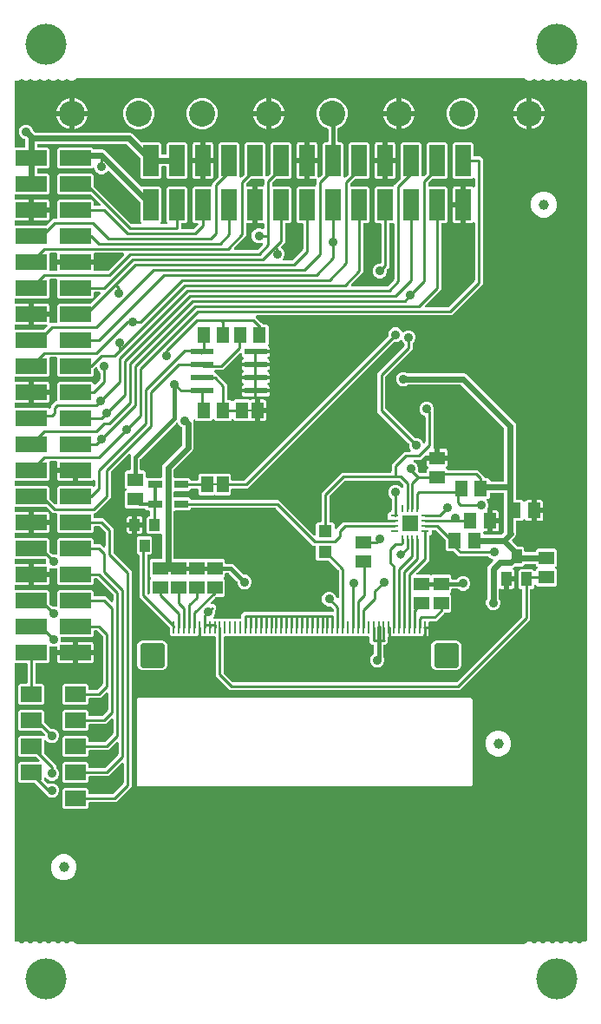
<source format=gbr>
G04 EAGLE Gerber RS-274X export*
G75*
%MOMM*%
%FSLAX34Y34*%
%LPD*%
%INTop Copper*%
%IPPOS*%
%AMOC8*
5,1,8,0,0,1.08239X$1,22.5*%
G01*
%ADD10C,1.000000*%
%ADD11R,1.500000X1.300000*%
%ADD12R,1.300000X1.500000*%
%ADD13R,1.000000X1.400000*%
%ADD14R,1.500000X1.500000*%
%ADD15R,0.800000X0.280000*%
%ADD16R,0.280000X0.800000*%
%ADD17R,1.524000X3.048000*%
%ADD18C,4.000000*%
%ADD19R,3.048000X1.524000*%
%ADD20R,2.200000X0.600000*%
%ADD21R,1.168400X1.600200*%
%ADD22R,0.635000X0.203200*%
%ADD23R,2.000000X1.500000*%
%ADD24R,1.300000X1.200000*%
%ADD25R,1.350000X0.800000*%
%ADD26R,1.000000X1.200000*%
%ADD27R,0.275000X1.200000*%
%ADD28C,0.600000*%
%ADD29C,2.540000*%
%ADD30C,0.906400*%
%ADD31C,0.889000*%
%ADD32C,0.254000*%
%ADD33C,0.609600*%
%ADD34C,0.406400*%
%ADD35C,0.800100*%
%ADD36C,0.304800*%

G36*
X501714Y2553D02*
X501714Y2553D01*
X501814Y2556D01*
X501872Y2573D01*
X501932Y2581D01*
X502024Y2617D01*
X502119Y2645D01*
X502171Y2675D01*
X502228Y2698D01*
X502308Y2756D01*
X502393Y2806D01*
X502468Y2872D01*
X502485Y2884D01*
X502493Y2894D01*
X502514Y2912D01*
X503875Y4273D01*
X505727Y5041D01*
X507733Y5041D01*
X509585Y4273D01*
X510278Y3581D01*
X510372Y3508D01*
X510461Y3429D01*
X510497Y3411D01*
X510529Y3386D01*
X510638Y3339D01*
X510744Y3285D01*
X510783Y3276D01*
X510821Y3260D01*
X510938Y3241D01*
X511054Y3215D01*
X511095Y3216D01*
X511135Y3210D01*
X511253Y3221D01*
X511372Y3225D01*
X511411Y3236D01*
X511451Y3240D01*
X511563Y3280D01*
X511678Y3313D01*
X511713Y3334D01*
X511751Y3347D01*
X511849Y3414D01*
X511952Y3475D01*
X511997Y3515D01*
X512014Y3526D01*
X512027Y3541D01*
X512073Y3581D01*
X512765Y4273D01*
X514617Y5041D01*
X516623Y5041D01*
X518475Y4273D01*
X519168Y3581D01*
X519262Y3508D01*
X519351Y3429D01*
X519387Y3411D01*
X519419Y3386D01*
X519528Y3339D01*
X519634Y3285D01*
X519673Y3276D01*
X519711Y3260D01*
X519828Y3241D01*
X519944Y3215D01*
X519985Y3216D01*
X520025Y3210D01*
X520143Y3221D01*
X520262Y3225D01*
X520301Y3236D01*
X520341Y3240D01*
X520453Y3280D01*
X520568Y3313D01*
X520603Y3334D01*
X520641Y3347D01*
X520739Y3414D01*
X520842Y3475D01*
X520887Y3515D01*
X520904Y3526D01*
X520917Y3541D01*
X520963Y3581D01*
X521655Y4273D01*
X523507Y5041D01*
X525513Y5041D01*
X527365Y4273D01*
X528058Y3581D01*
X528152Y3508D01*
X528241Y3429D01*
X528277Y3411D01*
X528309Y3386D01*
X528418Y3339D01*
X528524Y3285D01*
X528563Y3276D01*
X528601Y3260D01*
X528718Y3241D01*
X528834Y3215D01*
X528875Y3216D01*
X528915Y3210D01*
X529033Y3221D01*
X529152Y3225D01*
X529191Y3236D01*
X529231Y3240D01*
X529343Y3280D01*
X529458Y3313D01*
X529493Y3334D01*
X529531Y3347D01*
X529629Y3414D01*
X529732Y3475D01*
X529777Y3515D01*
X529794Y3526D01*
X529807Y3541D01*
X529853Y3581D01*
X530545Y4273D01*
X532397Y5041D01*
X534403Y5041D01*
X536255Y4273D01*
X536948Y3581D01*
X537042Y3508D01*
X537131Y3429D01*
X537167Y3411D01*
X537199Y3386D01*
X537308Y3339D01*
X537414Y3285D01*
X537453Y3276D01*
X537491Y3260D01*
X537608Y3241D01*
X537724Y3215D01*
X537765Y3216D01*
X537805Y3210D01*
X537923Y3221D01*
X538042Y3225D01*
X538081Y3236D01*
X538121Y3240D01*
X538233Y3280D01*
X538348Y3313D01*
X538383Y3334D01*
X538421Y3347D01*
X538519Y3414D01*
X538622Y3475D01*
X538667Y3515D01*
X538684Y3526D01*
X538697Y3541D01*
X538743Y3581D01*
X539435Y4273D01*
X541287Y5041D01*
X543293Y5041D01*
X545145Y4273D01*
X545838Y3581D01*
X545932Y3508D01*
X546021Y3429D01*
X546057Y3411D01*
X546089Y3386D01*
X546198Y3339D01*
X546304Y3285D01*
X546343Y3276D01*
X546381Y3260D01*
X546498Y3241D01*
X546614Y3215D01*
X546655Y3216D01*
X546695Y3210D01*
X546813Y3221D01*
X546932Y3225D01*
X546971Y3236D01*
X547011Y3240D01*
X547123Y3280D01*
X547238Y3313D01*
X547273Y3334D01*
X547311Y3347D01*
X547409Y3414D01*
X547512Y3475D01*
X547557Y3515D01*
X547574Y3526D01*
X547587Y3541D01*
X547633Y3581D01*
X548325Y4273D01*
X550177Y5041D01*
X552183Y5041D01*
X554035Y4273D01*
X554728Y3581D01*
X554822Y3508D01*
X554911Y3429D01*
X554947Y3411D01*
X554979Y3386D01*
X555088Y3339D01*
X555194Y3285D01*
X555233Y3276D01*
X555271Y3260D01*
X555388Y3241D01*
X555504Y3215D01*
X555545Y3216D01*
X555585Y3210D01*
X555703Y3221D01*
X555822Y3225D01*
X555861Y3236D01*
X555901Y3240D01*
X556013Y3280D01*
X556128Y3313D01*
X556163Y3334D01*
X556201Y3347D01*
X556299Y3414D01*
X556402Y3475D01*
X556447Y3515D01*
X556464Y3526D01*
X556477Y3541D01*
X556523Y3581D01*
X557215Y4273D01*
X559067Y5041D01*
X561241Y5041D01*
X561260Y5037D01*
X561318Y5041D01*
X561325Y5041D01*
X561332Y5042D01*
X561368Y5044D01*
X561477Y5042D01*
X561526Y5054D01*
X561577Y5057D01*
X561680Y5090D01*
X561787Y5116D01*
X561831Y5139D01*
X561879Y5155D01*
X561971Y5213D01*
X562068Y5264D01*
X562105Y5298D01*
X562148Y5325D01*
X562223Y5404D01*
X562303Y5478D01*
X562331Y5520D01*
X562366Y5557D01*
X562419Y5652D01*
X562479Y5743D01*
X562495Y5791D01*
X562520Y5835D01*
X562547Y5941D01*
X562582Y6044D01*
X562586Y6094D01*
X562599Y6143D01*
X562609Y6304D01*
X562609Y843326D01*
X562603Y843376D01*
X562605Y843427D01*
X562583Y843534D01*
X562569Y843642D01*
X562551Y843689D01*
X562540Y843738D01*
X562492Y843836D01*
X562452Y843937D01*
X562423Y843978D01*
X562400Y844024D01*
X562330Y844107D01*
X562266Y844195D01*
X562227Y844227D01*
X562194Y844266D01*
X562104Y844328D01*
X562021Y844398D01*
X561975Y844419D01*
X561933Y844448D01*
X561831Y844487D01*
X561733Y844533D01*
X561683Y844543D01*
X561636Y844561D01*
X561527Y844572D01*
X561421Y844593D01*
X561370Y844590D01*
X561320Y844595D01*
X561277Y844589D01*
X559067Y844589D01*
X557215Y845357D01*
X556523Y846049D01*
X556429Y846122D01*
X556339Y846201D01*
X556303Y846219D01*
X556271Y846244D01*
X556162Y846291D01*
X556056Y846345D01*
X556017Y846354D01*
X555979Y846370D01*
X555862Y846389D01*
X555746Y846415D01*
X555705Y846414D01*
X555665Y846420D01*
X555547Y846409D01*
X555428Y846405D01*
X555389Y846394D01*
X555349Y846390D01*
X555237Y846350D01*
X555122Y846317D01*
X555087Y846296D01*
X555049Y846283D01*
X554951Y846216D01*
X554848Y846155D01*
X554803Y846115D01*
X554786Y846104D01*
X554773Y846089D01*
X554728Y846049D01*
X554035Y845357D01*
X552183Y844589D01*
X550177Y844589D01*
X548325Y845357D01*
X547633Y846049D01*
X547539Y846122D01*
X547449Y846201D01*
X547413Y846219D01*
X547381Y846244D01*
X547272Y846291D01*
X547166Y846345D01*
X547127Y846354D01*
X547089Y846370D01*
X546972Y846389D01*
X546856Y846415D01*
X546815Y846414D01*
X546775Y846420D01*
X546657Y846409D01*
X546538Y846405D01*
X546499Y846394D01*
X546459Y846390D01*
X546347Y846350D01*
X546232Y846317D01*
X546197Y846296D01*
X546159Y846283D01*
X546061Y846216D01*
X545958Y846155D01*
X545913Y846115D01*
X545896Y846104D01*
X545883Y846089D01*
X545838Y846049D01*
X545145Y845357D01*
X543293Y844589D01*
X541287Y844589D01*
X539435Y845357D01*
X538743Y846049D01*
X538649Y846122D01*
X538559Y846201D01*
X538523Y846219D01*
X538491Y846244D01*
X538382Y846291D01*
X538276Y846345D01*
X538237Y846354D01*
X538199Y846370D01*
X538082Y846389D01*
X537966Y846415D01*
X537925Y846414D01*
X537885Y846420D01*
X537767Y846409D01*
X537648Y846405D01*
X537609Y846394D01*
X537569Y846390D01*
X537457Y846350D01*
X537342Y846317D01*
X537307Y846296D01*
X537269Y846283D01*
X537171Y846216D01*
X537068Y846155D01*
X537023Y846115D01*
X537006Y846104D01*
X536993Y846089D01*
X536948Y846049D01*
X536255Y845357D01*
X534403Y844589D01*
X532397Y844589D01*
X530545Y845357D01*
X529853Y846049D01*
X529759Y846122D01*
X529669Y846201D01*
X529633Y846219D01*
X529601Y846244D01*
X529492Y846291D01*
X529386Y846345D01*
X529347Y846354D01*
X529309Y846370D01*
X529192Y846389D01*
X529076Y846415D01*
X529035Y846414D01*
X528995Y846420D01*
X528877Y846409D01*
X528758Y846405D01*
X528719Y846394D01*
X528679Y846390D01*
X528567Y846350D01*
X528452Y846317D01*
X528417Y846296D01*
X528379Y846283D01*
X528281Y846216D01*
X528178Y846155D01*
X528133Y846115D01*
X528116Y846104D01*
X528103Y846089D01*
X528058Y846049D01*
X527365Y845357D01*
X525513Y844589D01*
X523507Y844589D01*
X521655Y845357D01*
X520963Y846049D01*
X520869Y846122D01*
X520779Y846201D01*
X520743Y846219D01*
X520711Y846244D01*
X520602Y846291D01*
X520496Y846345D01*
X520457Y846354D01*
X520419Y846370D01*
X520302Y846389D01*
X520186Y846415D01*
X520145Y846414D01*
X520105Y846420D01*
X519987Y846409D01*
X519868Y846405D01*
X519829Y846394D01*
X519789Y846390D01*
X519677Y846350D01*
X519562Y846317D01*
X519527Y846296D01*
X519489Y846283D01*
X519391Y846216D01*
X519288Y846155D01*
X519243Y846115D01*
X519226Y846104D01*
X519213Y846089D01*
X519168Y846049D01*
X518475Y845357D01*
X516623Y844589D01*
X514617Y844589D01*
X512765Y845357D01*
X512073Y846049D01*
X511979Y846122D01*
X511889Y846201D01*
X511853Y846219D01*
X511821Y846244D01*
X511712Y846291D01*
X511606Y846345D01*
X511567Y846354D01*
X511529Y846370D01*
X511412Y846389D01*
X511296Y846415D01*
X511255Y846414D01*
X511215Y846420D01*
X511097Y846409D01*
X510978Y846405D01*
X510939Y846394D01*
X510899Y846390D01*
X510787Y846350D01*
X510672Y846317D01*
X510637Y846296D01*
X510599Y846283D01*
X510501Y846216D01*
X510398Y846155D01*
X510353Y846115D01*
X510336Y846104D01*
X510323Y846089D01*
X510278Y846049D01*
X509585Y845357D01*
X507733Y844589D01*
X505727Y844589D01*
X503875Y845357D01*
X502514Y846718D01*
X502436Y846778D01*
X502363Y846846D01*
X502310Y846875D01*
X502263Y846912D01*
X502172Y846952D01*
X502085Y847000D01*
X502026Y847015D01*
X501971Y847039D01*
X501873Y847054D01*
X501777Y847079D01*
X501677Y847085D01*
X501657Y847089D01*
X501644Y847087D01*
X501616Y847089D01*
X64804Y847089D01*
X64706Y847077D01*
X64606Y847074D01*
X64548Y847057D01*
X64488Y847049D01*
X64396Y847013D01*
X64301Y846985D01*
X64249Y846955D01*
X64192Y846932D01*
X64112Y846874D01*
X64027Y846824D01*
X63952Y846758D01*
X63935Y846746D01*
X63927Y846736D01*
X63906Y846718D01*
X62545Y845357D01*
X60693Y844589D01*
X58687Y844589D01*
X56835Y845357D01*
X56143Y846049D01*
X56049Y846122D01*
X55959Y846201D01*
X55923Y846219D01*
X55891Y846244D01*
X55782Y846291D01*
X55676Y846345D01*
X55637Y846354D01*
X55599Y846370D01*
X55482Y846389D01*
X55366Y846415D01*
X55325Y846414D01*
X55285Y846420D01*
X55167Y846409D01*
X55048Y846405D01*
X55009Y846394D01*
X54969Y846390D01*
X54857Y846350D01*
X54742Y846317D01*
X54707Y846296D01*
X54669Y846283D01*
X54571Y846216D01*
X54468Y846155D01*
X54423Y846115D01*
X54406Y846104D01*
X54393Y846089D01*
X54348Y846049D01*
X53655Y845357D01*
X51803Y844589D01*
X49797Y844589D01*
X47945Y845357D01*
X47253Y846049D01*
X47159Y846122D01*
X47069Y846201D01*
X47033Y846219D01*
X47001Y846244D01*
X46892Y846291D01*
X46786Y846345D01*
X46747Y846354D01*
X46709Y846370D01*
X46592Y846389D01*
X46476Y846415D01*
X46435Y846414D01*
X46395Y846420D01*
X46277Y846409D01*
X46158Y846405D01*
X46119Y846394D01*
X46079Y846390D01*
X45967Y846350D01*
X45852Y846317D01*
X45817Y846296D01*
X45779Y846283D01*
X45681Y846216D01*
X45578Y846155D01*
X45533Y846115D01*
X45516Y846104D01*
X45503Y846089D01*
X45458Y846049D01*
X44765Y845357D01*
X42913Y844589D01*
X40907Y844589D01*
X39055Y845357D01*
X38363Y846049D01*
X38269Y846122D01*
X38179Y846201D01*
X38143Y846219D01*
X38111Y846244D01*
X38002Y846291D01*
X37896Y846345D01*
X37857Y846354D01*
X37819Y846370D01*
X37702Y846389D01*
X37586Y846415D01*
X37545Y846414D01*
X37505Y846420D01*
X37387Y846409D01*
X37268Y846405D01*
X37229Y846394D01*
X37189Y846390D01*
X37077Y846350D01*
X36962Y846317D01*
X36927Y846296D01*
X36889Y846283D01*
X36791Y846216D01*
X36688Y846155D01*
X36643Y846115D01*
X36626Y846104D01*
X36613Y846089D01*
X36568Y846049D01*
X35875Y845357D01*
X34023Y844589D01*
X32017Y844589D01*
X30165Y845357D01*
X29473Y846049D01*
X29379Y846122D01*
X29289Y846201D01*
X29253Y846219D01*
X29221Y846244D01*
X29112Y846291D01*
X29006Y846345D01*
X28967Y846354D01*
X28929Y846370D01*
X28812Y846389D01*
X28696Y846415D01*
X28655Y846414D01*
X28615Y846420D01*
X28497Y846409D01*
X28378Y846405D01*
X28339Y846394D01*
X28299Y846390D01*
X28187Y846350D01*
X28072Y846317D01*
X28037Y846296D01*
X27999Y846283D01*
X27901Y846216D01*
X27798Y846155D01*
X27753Y846115D01*
X27736Y846104D01*
X27723Y846089D01*
X27678Y846049D01*
X26985Y845357D01*
X25133Y844589D01*
X23127Y844589D01*
X21275Y845357D01*
X20583Y846049D01*
X20489Y846122D01*
X20399Y846201D01*
X20363Y846219D01*
X20331Y846244D01*
X20222Y846291D01*
X20116Y846345D01*
X20077Y846354D01*
X20039Y846370D01*
X19922Y846389D01*
X19806Y846415D01*
X19765Y846414D01*
X19725Y846420D01*
X19607Y846409D01*
X19488Y846405D01*
X19449Y846394D01*
X19409Y846390D01*
X19297Y846350D01*
X19182Y846317D01*
X19147Y846296D01*
X19109Y846283D01*
X19011Y846216D01*
X18908Y846155D01*
X18863Y846115D01*
X18846Y846104D01*
X18833Y846089D01*
X18788Y846049D01*
X18095Y845357D01*
X16243Y844589D01*
X14237Y844589D01*
X12385Y845357D01*
X11693Y846049D01*
X11599Y846122D01*
X11509Y846201D01*
X11473Y846219D01*
X11441Y846244D01*
X11332Y846291D01*
X11226Y846345D01*
X11187Y846354D01*
X11149Y846370D01*
X11032Y846389D01*
X10916Y846415D01*
X10875Y846414D01*
X10835Y846420D01*
X10717Y846409D01*
X10598Y846405D01*
X10559Y846394D01*
X10519Y846390D01*
X10407Y846350D01*
X10292Y846317D01*
X10257Y846296D01*
X10219Y846283D01*
X10121Y846216D01*
X10018Y846155D01*
X9973Y846115D01*
X9956Y846104D01*
X9943Y846089D01*
X9898Y846049D01*
X9205Y845357D01*
X7353Y844589D01*
X5179Y844589D01*
X5161Y844593D01*
X5103Y844589D01*
X5095Y844589D01*
X5087Y844588D01*
X5051Y844586D01*
X4942Y844588D01*
X4893Y844576D01*
X4843Y844573D01*
X4739Y844539D01*
X4632Y844514D01*
X4588Y844490D01*
X4541Y844475D01*
X4448Y844416D01*
X4351Y844365D01*
X4314Y844332D01*
X4272Y844305D01*
X4197Y844225D01*
X4116Y844151D01*
X4088Y844110D01*
X4054Y844073D01*
X4001Y843977D01*
X3941Y843886D01*
X3925Y843839D01*
X3900Y843795D01*
X3873Y843689D01*
X3837Y843585D01*
X3833Y843535D01*
X3821Y843487D01*
X3811Y843326D01*
X3811Y781050D01*
X3826Y780932D01*
X3833Y780813D01*
X3846Y780775D01*
X3851Y780734D01*
X3894Y780624D01*
X3931Y780511D01*
X3953Y780476D01*
X3968Y780439D01*
X4038Y780343D01*
X4101Y780242D01*
X4131Y780214D01*
X4154Y780181D01*
X4246Y780105D01*
X4333Y780024D01*
X4368Y780004D01*
X4399Y779979D01*
X4507Y779928D01*
X4611Y779870D01*
X4651Y779860D01*
X4687Y779843D01*
X4804Y779821D01*
X4919Y779791D01*
X4980Y779787D01*
X5000Y779783D01*
X5020Y779785D01*
X5080Y779781D01*
X13462Y779781D01*
X13580Y779796D01*
X13699Y779803D01*
X13737Y779816D01*
X13778Y779821D01*
X13888Y779864D01*
X14001Y779901D01*
X14036Y779923D01*
X14073Y779938D01*
X14169Y780007D01*
X14270Y780071D01*
X14298Y780101D01*
X14331Y780124D01*
X14407Y780216D01*
X14488Y780303D01*
X14508Y780338D01*
X14533Y780369D01*
X14584Y780477D01*
X14642Y780581D01*
X14652Y780621D01*
X14669Y780657D01*
X14691Y780774D01*
X14721Y780889D01*
X14725Y780949D01*
X14729Y780969D01*
X14727Y780990D01*
X14731Y781050D01*
X14731Y786821D01*
X14728Y786851D01*
X14730Y786880D01*
X14708Y787008D01*
X14691Y787137D01*
X14681Y787164D01*
X14676Y787193D01*
X14622Y787312D01*
X14574Y787433D01*
X14557Y787456D01*
X14545Y787483D01*
X14464Y787585D01*
X14388Y787690D01*
X14365Y787709D01*
X14346Y787732D01*
X14243Y787810D01*
X14143Y787893D01*
X14116Y787905D01*
X14092Y787923D01*
X13948Y787994D01*
X11283Y789098D01*
X9318Y791063D01*
X8254Y793630D01*
X8254Y796410D01*
X9318Y798977D01*
X11283Y800942D01*
X13850Y802006D01*
X16630Y802006D01*
X19197Y800942D01*
X21162Y798977D01*
X22236Y796386D01*
X22238Y796365D01*
X22241Y796266D01*
X22258Y796208D01*
X22266Y796148D01*
X22302Y796056D01*
X22330Y795961D01*
X22360Y795909D01*
X22383Y795852D01*
X22441Y795772D01*
X22491Y795687D01*
X22557Y795612D01*
X22569Y795595D01*
X22579Y795587D01*
X22597Y795566D01*
X23533Y794630D01*
X23611Y794570D01*
X23684Y794502D01*
X23737Y794473D01*
X23784Y794436D01*
X23875Y794396D01*
X23962Y794348D01*
X24021Y794333D01*
X24076Y794309D01*
X24174Y794294D01*
X24270Y794269D01*
X24370Y794263D01*
X24390Y794259D01*
X24403Y794261D01*
X24431Y794259D01*
X116682Y794259D01*
X118736Y793408D01*
X126988Y785156D01*
X127082Y785083D01*
X127171Y785004D01*
X127207Y784986D01*
X127239Y784961D01*
X127349Y784914D01*
X127455Y784859D01*
X127494Y784851D01*
X127531Y784835D01*
X127649Y784816D01*
X127765Y784790D01*
X127805Y784791D01*
X127845Y784785D01*
X127964Y784796D01*
X128083Y784800D01*
X128121Y784811D01*
X128162Y784815D01*
X128274Y784855D01*
X128294Y784861D01*
X145832Y784861D01*
X147321Y783372D01*
X147321Y773938D01*
X147336Y773820D01*
X147343Y773701D01*
X147356Y773663D01*
X147361Y773622D01*
X147404Y773512D01*
X147441Y773399D01*
X147463Y773364D01*
X147478Y773327D01*
X147547Y773231D01*
X147611Y773130D01*
X147641Y773102D01*
X147664Y773069D01*
X147756Y772993D01*
X147843Y772912D01*
X147878Y772892D01*
X147909Y772867D01*
X148017Y772816D01*
X148121Y772758D01*
X148161Y772748D01*
X148197Y772731D01*
X148314Y772709D01*
X148429Y772679D01*
X148489Y772675D01*
X148509Y772671D01*
X148530Y772673D01*
X148590Y772669D01*
X151130Y772669D01*
X151248Y772684D01*
X151367Y772691D01*
X151405Y772704D01*
X151446Y772709D01*
X151556Y772752D01*
X151669Y772789D01*
X151704Y772811D01*
X151741Y772826D01*
X151837Y772895D01*
X151938Y772959D01*
X151966Y772989D01*
X151999Y773012D01*
X152075Y773104D01*
X152156Y773191D01*
X152176Y773226D01*
X152201Y773257D01*
X152252Y773365D01*
X152310Y773469D01*
X152320Y773509D01*
X152337Y773545D01*
X152359Y773662D01*
X152389Y773777D01*
X152393Y773837D01*
X152397Y773857D01*
X152395Y773878D01*
X152399Y773938D01*
X152399Y783372D01*
X153888Y784861D01*
X171232Y784861D01*
X172721Y783372D01*
X172721Y750788D01*
X171232Y749299D01*
X153888Y749299D01*
X152399Y750788D01*
X152399Y760222D01*
X152384Y760340D01*
X152377Y760459D01*
X152364Y760497D01*
X152359Y760538D01*
X152316Y760648D01*
X152279Y760761D01*
X152257Y760796D01*
X152242Y760833D01*
X152173Y760929D01*
X152109Y761030D01*
X152079Y761058D01*
X152056Y761091D01*
X151964Y761167D01*
X151877Y761248D01*
X151842Y761268D01*
X151811Y761293D01*
X151703Y761344D01*
X151599Y761402D01*
X151559Y761412D01*
X151523Y761429D01*
X151406Y761451D01*
X151291Y761481D01*
X151231Y761485D01*
X151211Y761489D01*
X151190Y761487D01*
X151130Y761491D01*
X148590Y761491D01*
X148472Y761476D01*
X148353Y761469D01*
X148315Y761456D01*
X148274Y761451D01*
X148164Y761408D01*
X148051Y761371D01*
X148016Y761349D01*
X147979Y761334D01*
X147883Y761265D01*
X147782Y761201D01*
X147754Y761171D01*
X147721Y761148D01*
X147645Y761056D01*
X147564Y760969D01*
X147544Y760934D01*
X147519Y760903D01*
X147468Y760795D01*
X147410Y760691D01*
X147400Y760651D01*
X147383Y760615D01*
X147361Y760498D01*
X147331Y760383D01*
X147327Y760323D01*
X147323Y760303D01*
X147325Y760282D01*
X147321Y760222D01*
X147321Y750788D01*
X145832Y749299D01*
X128488Y749299D01*
X126999Y750788D01*
X126999Y768811D01*
X126987Y768910D01*
X126984Y769009D01*
X126967Y769067D01*
X126959Y769127D01*
X126923Y769219D01*
X126895Y769314D01*
X126865Y769366D01*
X126842Y769423D01*
X126784Y769503D01*
X126734Y769588D01*
X126668Y769663D01*
X126656Y769680D01*
X126646Y769688D01*
X126628Y769709D01*
X113627Y782710D01*
X113549Y782770D01*
X113476Y782838D01*
X113423Y782867D01*
X113376Y782904D01*
X113285Y782944D01*
X113198Y782992D01*
X113139Y783007D01*
X113084Y783031D01*
X112986Y783046D01*
X112890Y783071D01*
X112790Y783077D01*
X112770Y783081D01*
X112757Y783079D01*
X112729Y783081D01*
X27178Y783081D01*
X27060Y783066D01*
X26941Y783059D01*
X26903Y783046D01*
X26862Y783041D01*
X26752Y782998D01*
X26639Y782961D01*
X26604Y782939D01*
X26567Y782924D01*
X26471Y782855D01*
X26370Y782791D01*
X26342Y782761D01*
X26309Y782738D01*
X26233Y782646D01*
X26152Y782559D01*
X26132Y782524D01*
X26107Y782493D01*
X26056Y782385D01*
X25998Y782281D01*
X25988Y782241D01*
X25971Y782205D01*
X25949Y782088D01*
X25919Y781973D01*
X25915Y781913D01*
X25911Y781893D01*
X25913Y781872D01*
X25909Y781812D01*
X25909Y781050D01*
X25924Y780932D01*
X25931Y780813D01*
X25944Y780775D01*
X25949Y780734D01*
X25992Y780624D01*
X26029Y780511D01*
X26051Y780476D01*
X26066Y780439D01*
X26135Y780343D01*
X26199Y780242D01*
X26229Y780214D01*
X26252Y780181D01*
X26344Y780105D01*
X26431Y780024D01*
X26466Y780004D01*
X26497Y779979D01*
X26605Y779928D01*
X26709Y779870D01*
X26749Y779860D01*
X26785Y779843D01*
X26902Y779821D01*
X27017Y779791D01*
X27077Y779787D01*
X27097Y779783D01*
X27118Y779785D01*
X27178Y779781D01*
X36612Y779781D01*
X38101Y778292D01*
X38101Y760948D01*
X36612Y759459D01*
X27178Y759459D01*
X27060Y759444D01*
X26941Y759437D01*
X26903Y759424D01*
X26862Y759419D01*
X26752Y759376D01*
X26639Y759339D01*
X26604Y759317D01*
X26567Y759302D01*
X26471Y759233D01*
X26370Y759169D01*
X26342Y759139D01*
X26309Y759116D01*
X26233Y759024D01*
X26152Y758937D01*
X26132Y758902D01*
X26107Y758871D01*
X26056Y758763D01*
X25998Y758659D01*
X25988Y758619D01*
X25971Y758583D01*
X25949Y758466D01*
X25919Y758351D01*
X25915Y758291D01*
X25911Y758271D01*
X25913Y758250D01*
X25909Y758190D01*
X25909Y755650D01*
X25924Y755532D01*
X25931Y755413D01*
X25944Y755375D01*
X25949Y755334D01*
X25992Y755224D01*
X26029Y755111D01*
X26051Y755076D01*
X26066Y755039D01*
X26135Y754943D01*
X26199Y754842D01*
X26229Y754814D01*
X26252Y754781D01*
X26344Y754705D01*
X26431Y754624D01*
X26466Y754604D01*
X26497Y754579D01*
X26605Y754528D01*
X26709Y754470D01*
X26749Y754460D01*
X26785Y754443D01*
X26902Y754421D01*
X27017Y754391D01*
X27077Y754387D01*
X27097Y754383D01*
X27118Y754385D01*
X27178Y754381D01*
X36612Y754381D01*
X38101Y752892D01*
X38101Y735548D01*
X36612Y734059D01*
X5080Y734059D01*
X4962Y734044D01*
X4843Y734037D01*
X4805Y734024D01*
X4764Y734019D01*
X4654Y733976D01*
X4541Y733939D01*
X4506Y733917D01*
X4469Y733902D01*
X4373Y733833D01*
X4272Y733769D01*
X4244Y733739D01*
X4211Y733716D01*
X4136Y733624D01*
X4054Y733537D01*
X4034Y733502D01*
X4009Y733471D01*
X3958Y733363D01*
X3900Y733259D01*
X3890Y733219D01*
X3873Y733183D01*
X3851Y733066D01*
X3821Y732951D01*
X3817Y732891D01*
X3813Y732871D01*
X3815Y732850D01*
X3811Y732790D01*
X3811Y730250D01*
X3826Y730132D01*
X3833Y730013D01*
X3846Y729975D01*
X3851Y729934D01*
X3894Y729824D01*
X3931Y729711D01*
X3953Y729676D01*
X3968Y729639D01*
X4038Y729543D01*
X4101Y729442D01*
X4131Y729414D01*
X4154Y729381D01*
X4246Y729305D01*
X4333Y729224D01*
X4368Y729204D01*
X4399Y729179D01*
X4507Y729128D01*
X4611Y729070D01*
X4651Y729060D01*
X4687Y729043D01*
X4804Y729021D01*
X4919Y728991D01*
X4980Y728987D01*
X5000Y728983D01*
X5020Y728985D01*
X5080Y728981D01*
X17781Y728981D01*
X17781Y720090D01*
X17796Y719972D01*
X17803Y719853D01*
X17816Y719815D01*
X17821Y719775D01*
X17864Y719664D01*
X17901Y719551D01*
X17923Y719516D01*
X17938Y719479D01*
X18008Y719383D01*
X18071Y719282D01*
X18101Y719254D01*
X18125Y719222D01*
X18216Y719146D01*
X18303Y719064D01*
X18338Y719045D01*
X18369Y719019D01*
X18477Y718968D01*
X18581Y718911D01*
X18621Y718900D01*
X18657Y718883D01*
X18774Y718861D01*
X18889Y718831D01*
X18950Y718827D01*
X18970Y718823D01*
X18990Y718825D01*
X19050Y718821D01*
X20321Y718821D01*
X20321Y718819D01*
X19050Y718819D01*
X18932Y718804D01*
X18813Y718797D01*
X18775Y718784D01*
X18735Y718779D01*
X18624Y718735D01*
X18511Y718699D01*
X18476Y718677D01*
X18439Y718662D01*
X18343Y718592D01*
X18242Y718529D01*
X18214Y718499D01*
X18181Y718475D01*
X18106Y718384D01*
X18024Y718297D01*
X18004Y718262D01*
X17979Y718230D01*
X17928Y718123D01*
X17870Y718019D01*
X17860Y717979D01*
X17843Y717943D01*
X17821Y717826D01*
X17791Y717711D01*
X17787Y717650D01*
X17783Y717630D01*
X17785Y717610D01*
X17781Y717550D01*
X17781Y708659D01*
X5080Y708659D01*
X4962Y708644D01*
X4843Y708637D01*
X4805Y708624D01*
X4764Y708619D01*
X4654Y708576D01*
X4541Y708539D01*
X4506Y708517D01*
X4469Y708502D01*
X4373Y708433D01*
X4272Y708369D01*
X4244Y708339D01*
X4211Y708316D01*
X4136Y708224D01*
X4054Y708137D01*
X4034Y708102D01*
X4009Y708071D01*
X3958Y707963D01*
X3900Y707859D01*
X3890Y707819D01*
X3873Y707783D01*
X3851Y707666D01*
X3821Y707551D01*
X3817Y707491D01*
X3813Y707471D01*
X3815Y707450D01*
X3811Y707390D01*
X3811Y704850D01*
X3826Y704732D01*
X3833Y704613D01*
X3846Y704575D01*
X3851Y704534D01*
X3894Y704424D01*
X3931Y704311D01*
X3953Y704276D01*
X3968Y704239D01*
X4038Y704143D01*
X4101Y704042D01*
X4131Y704014D01*
X4154Y703981D01*
X4246Y703905D01*
X4333Y703824D01*
X4368Y703804D01*
X4399Y703779D01*
X4507Y703728D01*
X4611Y703670D01*
X4651Y703660D01*
X4687Y703643D01*
X4804Y703621D01*
X4919Y703591D01*
X4980Y703587D01*
X5000Y703583D01*
X5020Y703585D01*
X5080Y703581D01*
X34726Y703581D01*
X34824Y703593D01*
X34923Y703596D01*
X34981Y703613D01*
X35041Y703621D01*
X35133Y703657D01*
X35229Y703685D01*
X35281Y703715D01*
X35337Y703738D01*
X35417Y703796D01*
X35502Y703846D01*
X35578Y703912D01*
X35594Y703924D01*
X35602Y703934D01*
X35623Y703952D01*
X41602Y709931D01*
X44450Y709931D01*
X44568Y709946D01*
X44687Y709953D01*
X44725Y709966D01*
X44766Y709971D01*
X44876Y710014D01*
X44989Y710051D01*
X45024Y710073D01*
X45061Y710088D01*
X45157Y710157D01*
X45258Y710221D01*
X45286Y710251D01*
X45319Y710274D01*
X45395Y710366D01*
X45476Y710453D01*
X45496Y710488D01*
X45521Y710519D01*
X45572Y710627D01*
X45630Y710731D01*
X45640Y710771D01*
X45657Y710807D01*
X45679Y710924D01*
X45709Y711039D01*
X45713Y711099D01*
X45717Y711119D01*
X45715Y711140D01*
X45719Y711200D01*
X45719Y727492D01*
X47208Y728981D01*
X79792Y728981D01*
X81281Y727492D01*
X81281Y723900D01*
X81296Y723782D01*
X81303Y723663D01*
X81316Y723625D01*
X81321Y723584D01*
X81364Y723474D01*
X81401Y723361D01*
X81423Y723326D01*
X81438Y723289D01*
X81507Y723193D01*
X81571Y723092D01*
X81601Y723064D01*
X81624Y723031D01*
X81716Y722955D01*
X81803Y722874D01*
X81838Y722854D01*
X81869Y722829D01*
X81977Y722778D01*
X82081Y722720D01*
X82121Y722710D01*
X82157Y722693D01*
X82274Y722671D01*
X82389Y722641D01*
X82449Y722637D01*
X82469Y722633D01*
X82490Y722635D01*
X82550Y722631D01*
X86796Y722631D01*
X86933Y722648D01*
X87072Y722661D01*
X87091Y722668D01*
X87111Y722671D01*
X87240Y722722D01*
X87371Y722769D01*
X87388Y722780D01*
X87407Y722788D01*
X87519Y722869D01*
X87635Y722947D01*
X87648Y722963D01*
X87664Y722974D01*
X87753Y723082D01*
X87845Y723186D01*
X87854Y723204D01*
X87867Y723219D01*
X87926Y723345D01*
X87990Y723469D01*
X87994Y723489D01*
X88003Y723507D01*
X88029Y723643D01*
X88059Y723779D01*
X88059Y723800D01*
X88063Y723819D01*
X88054Y723958D01*
X88050Y724097D01*
X88044Y724117D01*
X88043Y724137D01*
X88000Y724269D01*
X87961Y724403D01*
X87951Y724420D01*
X87945Y724439D01*
X87870Y724557D01*
X87800Y724677D01*
X87781Y724698D01*
X87775Y724708D01*
X87760Y724722D01*
X87693Y724797D01*
X78803Y733688D01*
X78725Y733748D01*
X78653Y733816D01*
X78600Y733845D01*
X78552Y733882D01*
X78461Y733922D01*
X78374Y733970D01*
X78316Y733985D01*
X78260Y734009D01*
X78162Y734024D01*
X78066Y734049D01*
X77966Y734055D01*
X77946Y734059D01*
X77934Y734057D01*
X77906Y734059D01*
X47208Y734059D01*
X45719Y735548D01*
X45719Y752892D01*
X47208Y754381D01*
X79792Y754381D01*
X81281Y752892D01*
X81281Y742514D01*
X81293Y742416D01*
X81296Y742317D01*
X81303Y742294D01*
X81304Y742277D01*
X81315Y742241D01*
X81321Y742199D01*
X81357Y742107D01*
X81385Y742011D01*
X81396Y741992D01*
X81402Y741974D01*
X81422Y741942D01*
X81438Y741903D01*
X81496Y741823D01*
X81546Y741738D01*
X81566Y741715D01*
X81572Y741705D01*
X81586Y741692D01*
X81612Y741662D01*
X81624Y741646D01*
X81634Y741638D01*
X81652Y741617D01*
X118047Y705222D01*
X118125Y705162D01*
X118197Y705094D01*
X118250Y705065D01*
X118298Y705028D01*
X118389Y704988D01*
X118476Y704940D01*
X118534Y704925D01*
X118590Y704901D01*
X118688Y704886D01*
X118784Y704861D01*
X118884Y704855D01*
X118904Y704851D01*
X118916Y704853D01*
X118944Y704851D01*
X126692Y704851D01*
X126830Y704868D01*
X126968Y704881D01*
X126987Y704888D01*
X127007Y704891D01*
X127137Y704942D01*
X127268Y704989D01*
X127284Y705000D01*
X127303Y705008D01*
X127415Y705089D01*
X127531Y705167D01*
X127544Y705183D01*
X127560Y705194D01*
X127649Y705302D01*
X127741Y705406D01*
X127750Y705424D01*
X127763Y705439D01*
X127823Y705565D01*
X127886Y705689D01*
X127890Y705709D01*
X127899Y705727D01*
X127925Y705864D01*
X127955Y705999D01*
X127955Y706020D01*
X127959Y706039D01*
X127950Y706178D01*
X127946Y706317D01*
X127940Y706337D01*
X127939Y706357D01*
X127896Y706489D01*
X127857Y706623D01*
X127847Y706640D01*
X127841Y706659D01*
X127766Y706777D01*
X127696Y706897D01*
X127677Y706918D01*
X127671Y706928D01*
X127656Y706942D01*
X127589Y707017D01*
X126999Y707608D01*
X126999Y725631D01*
X126987Y725730D01*
X126984Y725829D01*
X126967Y725887D01*
X126959Y725947D01*
X126923Y726039D01*
X126895Y726134D01*
X126865Y726186D01*
X126842Y726243D01*
X126784Y726323D01*
X126734Y726408D01*
X126668Y726483D01*
X126656Y726500D01*
X126646Y726508D01*
X126628Y726529D01*
X96500Y756656D01*
X96406Y756729D01*
X96317Y756808D01*
X96281Y756826D01*
X96249Y756851D01*
X96140Y756898D01*
X96034Y756952D01*
X95994Y756961D01*
X95957Y756977D01*
X95839Y756996D01*
X95723Y757022D01*
X95683Y757021D01*
X95643Y757027D01*
X95524Y757016D01*
X95406Y757012D01*
X95367Y757001D01*
X95326Y756997D01*
X95214Y756957D01*
X95100Y756924D01*
X95065Y756903D01*
X95027Y756890D01*
X94929Y756823D01*
X94826Y756762D01*
X94781Y756723D01*
X94764Y756711D01*
X94751Y756696D01*
X94705Y756656D01*
X92857Y754808D01*
X90290Y753744D01*
X87510Y753744D01*
X84943Y754808D01*
X82978Y756773D01*
X81985Y759170D01*
X81960Y759213D01*
X81943Y759260D01*
X81882Y759351D01*
X81827Y759446D01*
X81793Y759482D01*
X81765Y759523D01*
X81683Y759596D01*
X81606Y759675D01*
X81564Y759701D01*
X81526Y759733D01*
X81428Y759783D01*
X81335Y759841D01*
X81288Y759855D01*
X81243Y759878D01*
X81136Y759902D01*
X81031Y759934D01*
X80981Y759937D01*
X80933Y759948D01*
X80823Y759944D01*
X80713Y759950D01*
X80665Y759939D01*
X80615Y759938D01*
X80510Y759907D01*
X80402Y759885D01*
X80357Y759863D01*
X80310Y759850D01*
X80215Y759794D01*
X80116Y759746D01*
X80078Y759713D01*
X80036Y759688D01*
X79915Y759582D01*
X79792Y759459D01*
X47208Y759459D01*
X45719Y760948D01*
X45719Y778292D01*
X47208Y779781D01*
X79792Y779781D01*
X81453Y778120D01*
X81531Y778060D01*
X81603Y777992D01*
X81656Y777963D01*
X81704Y777926D01*
X81795Y777886D01*
X81882Y777838D01*
X81940Y777823D01*
X81996Y777799D01*
X82094Y777784D01*
X82189Y777759D01*
X82290Y777753D01*
X82310Y777749D01*
X82322Y777751D01*
X82350Y777749D01*
X90012Y777749D01*
X92066Y776898D01*
X126988Y741976D01*
X127082Y741903D01*
X127171Y741824D01*
X127207Y741806D01*
X127239Y741781D01*
X127349Y741734D01*
X127455Y741679D01*
X127494Y741671D01*
X127531Y741655D01*
X127649Y741636D01*
X127765Y741610D01*
X127805Y741611D01*
X127845Y741605D01*
X127964Y741616D01*
X128083Y741620D01*
X128121Y741631D01*
X128162Y741635D01*
X128274Y741675D01*
X128294Y741681D01*
X145832Y741681D01*
X147321Y740192D01*
X147321Y707608D01*
X146731Y707017D01*
X146646Y706908D01*
X146557Y706801D01*
X146548Y706782D01*
X146536Y706766D01*
X146480Y706639D01*
X146421Y706513D01*
X146417Y706493D01*
X146409Y706474D01*
X146387Y706336D01*
X146361Y706200D01*
X146363Y706180D01*
X146359Y706160D01*
X146373Y706021D01*
X146381Y705883D01*
X146387Y705864D01*
X146389Y705844D01*
X146436Y705712D01*
X146479Y705581D01*
X146490Y705563D01*
X146497Y705544D01*
X146575Y705429D01*
X146649Y705312D01*
X146664Y705298D01*
X146675Y705281D01*
X146780Y705189D01*
X146881Y705094D01*
X146899Y705084D01*
X146914Y705071D01*
X147038Y705008D01*
X147159Y704940D01*
X147179Y704935D01*
X147197Y704926D01*
X147333Y704896D01*
X147467Y704861D01*
X147495Y704859D01*
X147507Y704856D01*
X147528Y704857D01*
X147628Y704851D01*
X152092Y704851D01*
X152230Y704868D01*
X152368Y704881D01*
X152387Y704888D01*
X152407Y704891D01*
X152537Y704942D01*
X152668Y704989D01*
X152684Y705000D01*
X152703Y705008D01*
X152815Y705089D01*
X152931Y705167D01*
X152944Y705183D01*
X152960Y705194D01*
X153049Y705302D01*
X153141Y705406D01*
X153150Y705424D01*
X153163Y705439D01*
X153223Y705565D01*
X153286Y705689D01*
X153290Y705709D01*
X153299Y705727D01*
X153325Y705864D01*
X153355Y705999D01*
X153355Y706020D01*
X153359Y706039D01*
X153350Y706178D01*
X153346Y706317D01*
X153340Y706337D01*
X153339Y706357D01*
X153296Y706489D01*
X153257Y706623D01*
X153247Y706640D01*
X153241Y706659D01*
X153166Y706777D01*
X153096Y706897D01*
X153077Y706918D01*
X153071Y706928D01*
X153056Y706942D01*
X152989Y707017D01*
X152399Y707608D01*
X152399Y740192D01*
X153888Y741681D01*
X171232Y741681D01*
X172721Y740192D01*
X172721Y707608D01*
X171232Y706119D01*
X167640Y706119D01*
X167522Y706104D01*
X167403Y706097D01*
X167365Y706084D01*
X167324Y706079D01*
X167214Y706036D01*
X167101Y705999D01*
X167066Y705977D01*
X167029Y705962D01*
X166933Y705893D01*
X166832Y705829D01*
X166804Y705799D01*
X166771Y705776D01*
X166695Y705684D01*
X166614Y705597D01*
X166594Y705562D01*
X166569Y705531D01*
X166518Y705423D01*
X166460Y705319D01*
X166450Y705279D01*
X166433Y705243D01*
X166411Y705126D01*
X166381Y705011D01*
X166377Y704951D01*
X166373Y704931D01*
X166375Y704910D01*
X166371Y704850D01*
X166371Y701040D01*
X166386Y700922D01*
X166393Y700803D01*
X166406Y700765D01*
X166411Y700724D01*
X166454Y700614D01*
X166491Y700501D01*
X166513Y700466D01*
X166528Y700429D01*
X166597Y700333D01*
X166661Y700232D01*
X166691Y700204D01*
X166714Y700171D01*
X166806Y700095D01*
X166893Y700014D01*
X166928Y699994D01*
X166959Y699969D01*
X167067Y699918D01*
X167171Y699860D01*
X167211Y699850D01*
X167247Y699833D01*
X167364Y699811D01*
X167479Y699781D01*
X167539Y699777D01*
X167559Y699773D01*
X167580Y699775D01*
X167640Y699771D01*
X178236Y699771D01*
X178334Y699783D01*
X178433Y699786D01*
X178491Y699803D01*
X178551Y699811D01*
X178643Y699847D01*
X178739Y699875D01*
X178791Y699905D01*
X178847Y699928D01*
X178927Y699986D01*
X179012Y700036D01*
X179088Y700102D01*
X179104Y700114D01*
X179112Y700124D01*
X179133Y700142D01*
X182943Y703953D01*
X183029Y704062D01*
X183117Y704169D01*
X183126Y704188D01*
X183138Y704204D01*
X183194Y704332D01*
X183253Y704457D01*
X183257Y704477D01*
X183265Y704496D01*
X183287Y704634D01*
X183313Y704770D01*
X183311Y704790D01*
X183314Y704810D01*
X183301Y704949D01*
X183293Y705087D01*
X183287Y705106D01*
X183285Y705126D01*
X183237Y705258D01*
X183195Y705389D01*
X183184Y705407D01*
X183177Y705426D01*
X183099Y705541D01*
X183025Y705658D01*
X183010Y705672D01*
X182998Y705689D01*
X182894Y705781D01*
X182793Y705876D01*
X182775Y705886D01*
X182760Y705899D01*
X182636Y705962D01*
X182514Y706030D01*
X182495Y706035D01*
X182477Y706044D01*
X182341Y706074D01*
X182207Y706109D01*
X182178Y706111D01*
X182167Y706114D01*
X182146Y706113D01*
X182046Y706119D01*
X179288Y706119D01*
X177799Y707608D01*
X177799Y740192D01*
X179288Y741681D01*
X195580Y741681D01*
X195698Y741696D01*
X195817Y741703D01*
X195855Y741716D01*
X195896Y741721D01*
X196006Y741764D01*
X196119Y741801D01*
X196154Y741823D01*
X196191Y741838D01*
X196287Y741907D01*
X196388Y741971D01*
X196416Y742001D01*
X196449Y742024D01*
X196525Y742116D01*
X196606Y742203D01*
X196626Y742238D01*
X196651Y742269D01*
X196702Y742377D01*
X196760Y742481D01*
X196770Y742521D01*
X196787Y742557D01*
X196809Y742674D01*
X196839Y742789D01*
X196843Y742849D01*
X196847Y742869D01*
X196845Y742890D01*
X196849Y742950D01*
X196849Y744528D01*
X202828Y750507D01*
X202888Y750585D01*
X202956Y750657D01*
X202978Y750696D01*
X202995Y750718D01*
X203002Y750732D01*
X203022Y750758D01*
X203062Y750849D01*
X203110Y750936D01*
X203124Y750990D01*
X203131Y751005D01*
X203132Y751011D01*
X203149Y751050D01*
X203164Y751148D01*
X203189Y751244D01*
X203195Y751344D01*
X203199Y751364D01*
X203197Y751376D01*
X203199Y751404D01*
X203199Y783372D01*
X204688Y784861D01*
X222032Y784861D01*
X223521Y783372D01*
X223521Y751404D01*
X223538Y751267D01*
X223551Y751128D01*
X223558Y751109D01*
X223561Y751089D01*
X223612Y750960D01*
X223659Y750829D01*
X223670Y750812D01*
X223678Y750793D01*
X223759Y750681D01*
X223837Y750565D01*
X223853Y750552D01*
X223864Y750536D01*
X223972Y750447D01*
X224076Y750355D01*
X224094Y750346D01*
X224109Y750333D01*
X224235Y750274D01*
X224359Y750210D01*
X224379Y750206D01*
X224397Y750197D01*
X224533Y750171D01*
X224669Y750141D01*
X224690Y750141D01*
X224709Y750137D01*
X224848Y750146D01*
X224987Y750150D01*
X225007Y750156D01*
X225027Y750157D01*
X225159Y750200D01*
X225293Y750239D01*
X225310Y750249D01*
X225329Y750255D01*
X225447Y750330D01*
X225567Y750400D01*
X225588Y750419D01*
X225598Y750425D01*
X225612Y750440D01*
X225687Y750507D01*
X228228Y753047D01*
X228288Y753125D01*
X228356Y753197D01*
X228378Y753237D01*
X228394Y753256D01*
X228400Y753269D01*
X228422Y753298D01*
X228462Y753389D01*
X228510Y753476D01*
X228524Y753533D01*
X228529Y753544D01*
X228530Y753546D01*
X228549Y753590D01*
X228564Y753688D01*
X228589Y753783D01*
X228595Y753884D01*
X228599Y753904D01*
X228597Y753916D01*
X228599Y753944D01*
X228599Y783372D01*
X230088Y784861D01*
X247432Y784861D01*
X248921Y783372D01*
X248921Y752674D01*
X248938Y752537D01*
X248951Y752398D01*
X248958Y752379D01*
X248961Y752359D01*
X249012Y752230D01*
X249059Y752099D01*
X249070Y752082D01*
X249078Y752063D01*
X249159Y751951D01*
X249237Y751835D01*
X249253Y751822D01*
X249264Y751806D01*
X249372Y751717D01*
X249476Y751625D01*
X249494Y751616D01*
X249509Y751603D01*
X249635Y751544D01*
X249759Y751480D01*
X249779Y751476D01*
X249797Y751467D01*
X249933Y751441D01*
X250069Y751411D01*
X250090Y751411D01*
X250109Y751407D01*
X250248Y751416D01*
X250387Y751420D01*
X250407Y751426D01*
X250427Y751427D01*
X250559Y751470D01*
X250693Y751509D01*
X250710Y751519D01*
X250729Y751525D01*
X250847Y751600D01*
X250967Y751670D01*
X250988Y751689D01*
X250998Y751695D01*
X251012Y751710D01*
X251087Y751777D01*
X253628Y754317D01*
X253688Y754395D01*
X253756Y754467D01*
X253778Y754508D01*
X253793Y754525D01*
X253799Y754538D01*
X253822Y754568D01*
X253862Y754659D01*
X253910Y754746D01*
X253925Y754804D01*
X253927Y754810D01*
X253929Y754813D01*
X253929Y754814D01*
X253949Y754860D01*
X253964Y754958D01*
X253989Y755053D01*
X253995Y755154D01*
X253999Y755174D01*
X253997Y755186D01*
X253999Y755214D01*
X253999Y783372D01*
X255488Y784861D01*
X272832Y784861D01*
X274321Y783372D01*
X274321Y750788D01*
X272832Y749299D01*
X259914Y749299D01*
X259816Y749287D01*
X259717Y749284D01*
X259659Y749267D01*
X259599Y749259D01*
X259507Y749223D01*
X259411Y749195D01*
X259359Y749165D01*
X259303Y749142D01*
X259223Y749084D01*
X259138Y749034D01*
X259062Y748968D01*
X259046Y748956D01*
X259038Y748946D01*
X259017Y748928D01*
X255642Y745553D01*
X255582Y745475D01*
X255514Y745403D01*
X255485Y745350D01*
X255448Y745302D01*
X255408Y745211D01*
X255360Y745124D01*
X255345Y745066D01*
X255321Y745010D01*
X255306Y744912D01*
X255281Y744816D01*
X255275Y744716D01*
X255271Y744696D01*
X255273Y744684D01*
X255271Y744656D01*
X255271Y742950D01*
X255286Y742832D01*
X255293Y742713D01*
X255306Y742675D01*
X255311Y742634D01*
X255354Y742524D01*
X255391Y742411D01*
X255413Y742376D01*
X255428Y742339D01*
X255498Y742242D01*
X255561Y742142D01*
X255591Y742114D01*
X255614Y742081D01*
X255706Y742005D01*
X255793Y741924D01*
X255828Y741904D01*
X255859Y741879D01*
X255967Y741828D01*
X256071Y741770D01*
X256111Y741760D01*
X256147Y741743D01*
X256264Y741721D01*
X256379Y741691D01*
X256439Y741687D01*
X256459Y741683D01*
X256480Y741685D01*
X256540Y741681D01*
X272832Y741681D01*
X274321Y740192D01*
X274321Y707608D01*
X272832Y706119D01*
X269240Y706119D01*
X269122Y706104D01*
X269003Y706097D01*
X268965Y706084D01*
X268924Y706079D01*
X268814Y706036D01*
X268701Y705999D01*
X268666Y705977D01*
X268629Y705962D01*
X268533Y705893D01*
X268432Y705829D01*
X268404Y705799D01*
X268371Y705776D01*
X268295Y705684D01*
X268214Y705597D01*
X268194Y705562D01*
X268169Y705531D01*
X268118Y705423D01*
X268060Y705319D01*
X268050Y705279D01*
X268033Y705243D01*
X268011Y705126D01*
X267981Y705011D01*
X267977Y704951D01*
X267973Y704931D01*
X267975Y704910D01*
X267971Y704850D01*
X267971Y686762D01*
X265367Y684158D01*
X265367Y684157D01*
X264498Y683289D01*
X264425Y683195D01*
X264346Y683106D01*
X264328Y683070D01*
X264303Y683038D01*
X264256Y682928D01*
X264202Y682823D01*
X264193Y682783D01*
X264177Y682746D01*
X264158Y682628D01*
X264132Y682512D01*
X264133Y682472D01*
X264127Y682432D01*
X264138Y682313D01*
X264142Y682194D01*
X264153Y682155D01*
X264157Y682115D01*
X264197Y682003D01*
X264230Y681889D01*
X264251Y681854D01*
X264265Y681816D01*
X264331Y681717D01*
X264392Y681615D01*
X264432Y681570D01*
X264443Y681553D01*
X264458Y681539D01*
X264498Y681494D01*
X266346Y679646D01*
X267423Y677047D01*
X267423Y674233D01*
X266346Y671634D01*
X266170Y671458D01*
X266085Y671348D01*
X265996Y671241D01*
X265987Y671222D01*
X265975Y671206D01*
X265920Y671079D01*
X265860Y670953D01*
X265857Y670933D01*
X265849Y670914D01*
X265827Y670777D01*
X265801Y670640D01*
X265802Y670620D01*
X265799Y670600D01*
X265812Y670462D01*
X265820Y670323D01*
X265827Y670304D01*
X265828Y670284D01*
X265876Y670152D01*
X265918Y670021D01*
X265929Y670004D01*
X265936Y669984D01*
X266014Y669869D01*
X266089Y669752D01*
X266103Y669738D01*
X266115Y669721D01*
X266219Y669629D01*
X266320Y669534D01*
X266338Y669524D01*
X266353Y669511D01*
X266477Y669447D01*
X266599Y669380D01*
X266618Y669375D01*
X266636Y669366D01*
X266772Y669336D01*
X266907Y669301D01*
X266935Y669299D01*
X266947Y669296D01*
X266967Y669297D01*
X267067Y669291D01*
X274756Y669291D01*
X274854Y669303D01*
X274953Y669306D01*
X275011Y669323D01*
X275071Y669331D01*
X275163Y669367D01*
X275259Y669395D01*
X275311Y669425D01*
X275367Y669448D01*
X275447Y669506D01*
X275532Y669556D01*
X275608Y669622D01*
X275624Y669634D01*
X275632Y669644D01*
X275653Y669662D01*
X285378Y679387D01*
X285438Y679465D01*
X285506Y679537D01*
X285535Y679590D01*
X285572Y679638D01*
X285612Y679729D01*
X285660Y679816D01*
X285675Y679874D01*
X285699Y679930D01*
X285714Y680028D01*
X285739Y680124D01*
X285745Y680224D01*
X285749Y680244D01*
X285747Y680256D01*
X285749Y680284D01*
X285749Y704850D01*
X285734Y704968D01*
X285727Y705087D01*
X285714Y705125D01*
X285709Y705166D01*
X285666Y705276D01*
X285629Y705389D01*
X285607Y705424D01*
X285592Y705461D01*
X285523Y705557D01*
X285459Y705658D01*
X285429Y705686D01*
X285406Y705719D01*
X285314Y705795D01*
X285227Y705876D01*
X285192Y705896D01*
X285161Y705921D01*
X285053Y705972D01*
X284949Y706030D01*
X284909Y706040D01*
X284873Y706057D01*
X284756Y706079D01*
X284641Y706109D01*
X284581Y706113D01*
X284561Y706117D01*
X284540Y706115D01*
X284480Y706119D01*
X280888Y706119D01*
X279399Y707608D01*
X279399Y740192D01*
X280888Y741681D01*
X297180Y741681D01*
X297298Y741696D01*
X297417Y741703D01*
X297455Y741716D01*
X297496Y741721D01*
X297606Y741764D01*
X297719Y741801D01*
X297754Y741823D01*
X297791Y741838D01*
X297887Y741907D01*
X297988Y741971D01*
X298016Y742001D01*
X298049Y742024D01*
X298125Y742116D01*
X298206Y742203D01*
X298226Y742238D01*
X298251Y742269D01*
X298302Y742377D01*
X298360Y742481D01*
X298370Y742521D01*
X298387Y742557D01*
X298409Y742674D01*
X298439Y742789D01*
X298443Y742849D01*
X298447Y742869D01*
X298445Y742890D01*
X298449Y742950D01*
X298449Y747068D01*
X298513Y747132D01*
X298599Y747242D01*
X298687Y747349D01*
X298696Y747368D01*
X298708Y747384D01*
X298764Y747511D01*
X298823Y747637D01*
X298827Y747657D01*
X298835Y747676D01*
X298856Y747813D01*
X298883Y747950D01*
X298881Y747970D01*
X298884Y747990D01*
X298871Y748129D01*
X298863Y748267D01*
X298857Y748286D01*
X298855Y748306D01*
X298807Y748438D01*
X298765Y748569D01*
X298754Y748586D01*
X298747Y748606D01*
X298669Y748721D01*
X298595Y748838D01*
X298580Y748852D01*
X298569Y748869D01*
X298464Y748961D01*
X298363Y749056D01*
X298345Y749066D01*
X298330Y749079D01*
X298206Y749143D01*
X298084Y749210D01*
X298065Y749215D01*
X298047Y749224D01*
X297911Y749254D01*
X297777Y749289D01*
X297749Y749291D01*
X297737Y749294D01*
X297716Y749293D01*
X297616Y749299D01*
X292099Y749299D01*
X292099Y764541D01*
X299721Y764541D01*
X299721Y751404D01*
X299738Y751267D01*
X299751Y751128D01*
X299758Y751109D01*
X299761Y751089D01*
X299812Y750960D01*
X299859Y750829D01*
X299870Y750812D01*
X299878Y750793D01*
X299959Y750680D01*
X300037Y750565D01*
X300053Y750552D01*
X300064Y750536D01*
X300172Y750447D01*
X300276Y750355D01*
X300294Y750346D01*
X300309Y750333D01*
X300435Y750274D01*
X300559Y750210D01*
X300579Y750206D01*
X300597Y750197D01*
X300733Y750171D01*
X300869Y750141D01*
X300890Y750141D01*
X300909Y750137D01*
X301048Y750146D01*
X301187Y750150D01*
X301207Y750156D01*
X301227Y750157D01*
X301359Y750200D01*
X301493Y750239D01*
X301510Y750249D01*
X301529Y750255D01*
X301647Y750330D01*
X301767Y750400D01*
X301788Y750419D01*
X301798Y750425D01*
X301812Y750440D01*
X301887Y750507D01*
X304428Y753047D01*
X304488Y753125D01*
X304556Y753197D01*
X304578Y753237D01*
X304594Y753256D01*
X304600Y753269D01*
X304622Y753298D01*
X304662Y753389D01*
X304710Y753476D01*
X304724Y753533D01*
X304729Y753544D01*
X304730Y753546D01*
X304749Y753590D01*
X304764Y753688D01*
X304789Y753784D01*
X304795Y753884D01*
X304799Y753904D01*
X304797Y753916D01*
X304799Y753944D01*
X304799Y783372D01*
X306288Y784861D01*
X309118Y784861D01*
X309236Y784876D01*
X309355Y784883D01*
X309393Y784896D01*
X309434Y784901D01*
X309544Y784944D01*
X309657Y784981D01*
X309692Y785003D01*
X309729Y785018D01*
X309825Y785087D01*
X309926Y785151D01*
X309954Y785181D01*
X309987Y785204D01*
X310063Y785296D01*
X310144Y785383D01*
X310164Y785418D01*
X310189Y785449D01*
X310240Y785557D01*
X310298Y785661D01*
X310308Y785701D01*
X310325Y785737D01*
X310347Y785854D01*
X310377Y785969D01*
X310381Y786029D01*
X310385Y786049D01*
X310383Y786070D01*
X310387Y786130D01*
X310387Y797039D01*
X310384Y797068D01*
X310386Y797098D01*
X310364Y797226D01*
X310347Y797354D01*
X310337Y797382D01*
X310332Y797411D01*
X310278Y797529D01*
X310230Y797650D01*
X310213Y797674D01*
X310201Y797701D01*
X310120Y797802D01*
X310044Y797907D01*
X310021Y797926D01*
X310002Y797949D01*
X309899Y798027D01*
X309799Y798110D01*
X309772Y798123D01*
X309748Y798141D01*
X309604Y798212D01*
X305577Y799880D01*
X301290Y804167D01*
X298969Y809768D01*
X298969Y815832D01*
X301290Y821433D01*
X305577Y825720D01*
X311178Y828041D01*
X317242Y828041D01*
X322843Y825720D01*
X327130Y821433D01*
X329451Y815832D01*
X329451Y809768D01*
X327130Y804167D01*
X322843Y799880D01*
X320316Y798833D01*
X320291Y798818D01*
X320263Y798809D01*
X320153Y798740D01*
X320040Y798675D01*
X320019Y798655D01*
X319994Y798639D01*
X319905Y798544D01*
X319812Y798454D01*
X319796Y798429D01*
X319776Y798407D01*
X319713Y798294D01*
X319645Y798183D01*
X319637Y798155D01*
X319622Y798129D01*
X319590Y798003D01*
X319552Y797879D01*
X319550Y797849D01*
X319543Y797821D01*
X319533Y797660D01*
X319533Y786130D01*
X319548Y786012D01*
X319555Y785893D01*
X319568Y785855D01*
X319573Y785814D01*
X319616Y785704D01*
X319653Y785591D01*
X319675Y785556D01*
X319690Y785519D01*
X319760Y785422D01*
X319823Y785322D01*
X319853Y785294D01*
X319876Y785261D01*
X319968Y785185D01*
X320055Y785104D01*
X320090Y785084D01*
X320121Y785059D01*
X320229Y785008D01*
X320333Y784950D01*
X320373Y784940D01*
X320409Y784923D01*
X320526Y784901D01*
X320641Y784871D01*
X320701Y784867D01*
X320721Y784863D01*
X320742Y784865D01*
X320802Y784861D01*
X323632Y784861D01*
X325121Y783372D01*
X325121Y751404D01*
X325138Y751267D01*
X325151Y751128D01*
X325158Y751109D01*
X325161Y751089D01*
X325212Y750960D01*
X325259Y750829D01*
X325270Y750812D01*
X325278Y750793D01*
X325359Y750680D01*
X325437Y750565D01*
X325453Y750552D01*
X325464Y750536D01*
X325572Y750447D01*
X325676Y750355D01*
X325694Y750346D01*
X325709Y750333D01*
X325835Y750274D01*
X325959Y750210D01*
X325979Y750206D01*
X325997Y750197D01*
X326133Y750171D01*
X326269Y750141D01*
X326290Y750141D01*
X326309Y750137D01*
X326448Y750146D01*
X326587Y750150D01*
X326607Y750156D01*
X326627Y750157D01*
X326759Y750200D01*
X326893Y750239D01*
X326910Y750249D01*
X326929Y750255D01*
X327047Y750330D01*
X327167Y750400D01*
X327188Y750419D01*
X327198Y750425D01*
X327212Y750440D01*
X327287Y750507D01*
X329828Y753047D01*
X329888Y753125D01*
X329956Y753197D01*
X329978Y753237D01*
X329994Y753256D01*
X330000Y753269D01*
X330022Y753298D01*
X330062Y753389D01*
X330110Y753476D01*
X330124Y753533D01*
X330129Y753544D01*
X330130Y753546D01*
X330149Y753590D01*
X330164Y753688D01*
X330189Y753784D01*
X330195Y753884D01*
X330199Y753904D01*
X330197Y753916D01*
X330199Y753944D01*
X330199Y783372D01*
X331688Y784861D01*
X349032Y784861D01*
X350521Y783372D01*
X350521Y750788D01*
X349032Y749299D01*
X337384Y749299D01*
X337286Y749287D01*
X337187Y749284D01*
X337129Y749267D01*
X337069Y749259D01*
X336977Y749223D01*
X336881Y749195D01*
X336829Y749165D01*
X336773Y749142D01*
X336693Y749084D01*
X336608Y749034D01*
X336532Y748968D01*
X336516Y748956D01*
X336508Y748946D01*
X336487Y748928D01*
X331842Y744283D01*
X331782Y744205D01*
X331714Y744133D01*
X331685Y744080D01*
X331648Y744032D01*
X331608Y743941D01*
X331560Y743854D01*
X331545Y743796D01*
X331521Y743740D01*
X331506Y743642D01*
X331481Y743546D01*
X331475Y743446D01*
X331471Y743426D01*
X331473Y743414D01*
X331471Y743386D01*
X331471Y742950D01*
X331486Y742832D01*
X331493Y742713D01*
X331506Y742675D01*
X331511Y742634D01*
X331554Y742524D01*
X331591Y742411D01*
X331613Y742376D01*
X331628Y742339D01*
X331698Y742242D01*
X331761Y742142D01*
X331791Y742114D01*
X331814Y742081D01*
X331906Y742005D01*
X331993Y741924D01*
X332028Y741904D01*
X332059Y741879D01*
X332167Y741828D01*
X332271Y741770D01*
X332311Y741760D01*
X332347Y741743D01*
X332464Y741721D01*
X332579Y741691D01*
X332639Y741687D01*
X332659Y741683D01*
X332680Y741685D01*
X332740Y741681D01*
X349032Y741681D01*
X350521Y740192D01*
X350521Y707608D01*
X349032Y706119D01*
X345440Y706119D01*
X345322Y706104D01*
X345203Y706097D01*
X345165Y706084D01*
X345124Y706079D01*
X345014Y706036D01*
X344901Y705999D01*
X344866Y705977D01*
X344829Y705962D01*
X344733Y705893D01*
X344632Y705829D01*
X344604Y705799D01*
X344571Y705776D01*
X344495Y705684D01*
X344414Y705597D01*
X344394Y705562D01*
X344369Y705531D01*
X344318Y705423D01*
X344260Y705319D01*
X344250Y705279D01*
X344233Y705243D01*
X344211Y705126D01*
X344181Y705011D01*
X344177Y704951D01*
X344173Y704931D01*
X344175Y704910D01*
X344171Y704850D01*
X344171Y657552D01*
X341567Y654948D01*
X332677Y646057D01*
X332591Y645948D01*
X332503Y645841D01*
X332494Y645822D01*
X332482Y645806D01*
X332426Y645678D01*
X332367Y645553D01*
X332363Y645533D01*
X332355Y645514D01*
X332333Y645376D01*
X332307Y645240D01*
X332309Y645220D01*
X332306Y645200D01*
X332319Y645061D01*
X332327Y644923D01*
X332333Y644904D01*
X332335Y644884D01*
X332383Y644752D01*
X332425Y644621D01*
X332436Y644603D01*
X332443Y644584D01*
X332521Y644469D01*
X332595Y644352D01*
X332610Y644338D01*
X332622Y644321D01*
X332726Y644229D01*
X332827Y644134D01*
X332845Y644124D01*
X332860Y644111D01*
X332984Y644047D01*
X333106Y643980D01*
X333125Y643975D01*
X333143Y643966D01*
X333279Y643936D01*
X333413Y643901D01*
X333442Y643899D01*
X333453Y643896D01*
X333474Y643897D01*
X333574Y643891D01*
X367466Y643891D01*
X367564Y643903D01*
X367663Y643906D01*
X367721Y643923D01*
X367781Y643931D01*
X367873Y643967D01*
X367969Y643995D01*
X368021Y644025D01*
X368077Y644048D01*
X368157Y644106D01*
X368242Y644156D01*
X368318Y644222D01*
X368334Y644234D01*
X368342Y644244D01*
X368363Y644262D01*
X374278Y650177D01*
X374338Y650255D01*
X374406Y650327D01*
X374435Y650380D01*
X374472Y650428D01*
X374512Y650519D01*
X374560Y650606D01*
X374575Y650664D01*
X374599Y650720D01*
X374614Y650818D01*
X374639Y650914D01*
X374645Y651014D01*
X374649Y651034D01*
X374647Y651046D01*
X374649Y651074D01*
X374649Y704850D01*
X374634Y704968D01*
X374627Y705087D01*
X374614Y705125D01*
X374609Y705166D01*
X374566Y705276D01*
X374529Y705389D01*
X374507Y705424D01*
X374492Y705461D01*
X374423Y705557D01*
X374359Y705658D01*
X374329Y705686D01*
X374306Y705719D01*
X374214Y705795D01*
X374127Y705876D01*
X374092Y705896D01*
X374061Y705921D01*
X373953Y705972D01*
X373849Y706030D01*
X373809Y706040D01*
X373773Y706057D01*
X373656Y706079D01*
X373541Y706109D01*
X373481Y706113D01*
X373461Y706117D01*
X373440Y706115D01*
X373380Y706119D01*
X370840Y706119D01*
X370722Y706104D01*
X370603Y706097D01*
X370565Y706084D01*
X370524Y706079D01*
X370414Y706036D01*
X370301Y705999D01*
X370266Y705977D01*
X370229Y705962D01*
X370133Y705893D01*
X370032Y705829D01*
X370004Y705799D01*
X369971Y705776D01*
X369895Y705684D01*
X369814Y705597D01*
X369794Y705562D01*
X369769Y705531D01*
X369718Y705423D01*
X369660Y705319D01*
X369650Y705279D01*
X369633Y705243D01*
X369611Y705126D01*
X369581Y705011D01*
X369577Y704951D01*
X369573Y704931D01*
X369575Y704910D01*
X369571Y704850D01*
X369571Y662632D01*
X368124Y661185D01*
X368064Y661107D01*
X367996Y661035D01*
X367967Y660982D01*
X367930Y660934D01*
X367890Y660843D01*
X367842Y660756D01*
X367827Y660698D01*
X367803Y660642D01*
X367788Y660544D01*
X367763Y660448D01*
X367757Y660348D01*
X367753Y660328D01*
X367755Y660316D01*
X367753Y660288D01*
X367753Y657723D01*
X366676Y655124D01*
X364686Y653134D01*
X362087Y652057D01*
X359273Y652057D01*
X356674Y653134D01*
X354684Y655124D01*
X353607Y657723D01*
X353607Y660537D01*
X354684Y663136D01*
X356674Y665126D01*
X359273Y666203D01*
X360680Y666203D01*
X360798Y666218D01*
X360917Y666225D01*
X360955Y666238D01*
X360996Y666243D01*
X361106Y666286D01*
X361219Y666323D01*
X361254Y666345D01*
X361291Y666360D01*
X361387Y666429D01*
X361488Y666493D01*
X361516Y666523D01*
X361549Y666546D01*
X361625Y666638D01*
X361706Y666725D01*
X361726Y666760D01*
X361751Y666791D01*
X361802Y666899D01*
X361860Y667003D01*
X361870Y667043D01*
X361887Y667079D01*
X361909Y667196D01*
X361939Y667311D01*
X361943Y667371D01*
X361947Y667391D01*
X361945Y667412D01*
X361949Y667472D01*
X361949Y704850D01*
X361934Y704968D01*
X361927Y705087D01*
X361914Y705125D01*
X361909Y705166D01*
X361866Y705276D01*
X361829Y705389D01*
X361807Y705424D01*
X361792Y705461D01*
X361723Y705557D01*
X361659Y705658D01*
X361629Y705686D01*
X361606Y705719D01*
X361514Y705795D01*
X361427Y705876D01*
X361392Y705896D01*
X361361Y705921D01*
X361253Y705972D01*
X361149Y706030D01*
X361109Y706040D01*
X361073Y706057D01*
X360956Y706079D01*
X360841Y706109D01*
X360781Y706113D01*
X360761Y706117D01*
X360740Y706115D01*
X360680Y706119D01*
X357088Y706119D01*
X355599Y707608D01*
X355599Y740192D01*
X357088Y741681D01*
X373380Y741681D01*
X373498Y741696D01*
X373617Y741703D01*
X373655Y741716D01*
X373696Y741721D01*
X373806Y741764D01*
X373919Y741801D01*
X373954Y741823D01*
X373991Y741838D01*
X374087Y741907D01*
X374188Y741971D01*
X374216Y742001D01*
X374249Y742024D01*
X374325Y742116D01*
X374406Y742203D01*
X374426Y742238D01*
X374451Y742269D01*
X374502Y742377D01*
X374560Y742481D01*
X374570Y742521D01*
X374587Y742557D01*
X374609Y742674D01*
X374639Y742789D01*
X374643Y742849D01*
X374647Y742869D01*
X374645Y742890D01*
X374649Y742950D01*
X374649Y743258D01*
X380691Y749301D01*
X380765Y749395D01*
X380843Y749484D01*
X380862Y749520D01*
X380886Y749552D01*
X380934Y749661D01*
X380988Y749767D01*
X380997Y749807D01*
X381013Y749844D01*
X381031Y749961D01*
X381057Y750078D01*
X381056Y750118D01*
X381062Y750158D01*
X381051Y750277D01*
X381048Y750396D01*
X381036Y750434D01*
X381033Y750474D01*
X380999Y750567D01*
X380999Y783372D01*
X382488Y784861D01*
X399832Y784861D01*
X401321Y783372D01*
X401321Y752674D01*
X401338Y752537D01*
X401351Y752398D01*
X401358Y752379D01*
X401361Y752359D01*
X401412Y752230D01*
X401459Y752099D01*
X401470Y752082D01*
X401478Y752063D01*
X401559Y751950D01*
X401637Y751835D01*
X401653Y751822D01*
X401664Y751806D01*
X401772Y751717D01*
X401876Y751625D01*
X401894Y751616D01*
X401909Y751603D01*
X402035Y751544D01*
X402159Y751480D01*
X402179Y751476D01*
X402197Y751467D01*
X402333Y751441D01*
X402469Y751411D01*
X402490Y751411D01*
X402509Y751407D01*
X402648Y751416D01*
X402787Y751420D01*
X402807Y751426D01*
X402827Y751427D01*
X402959Y751470D01*
X403093Y751509D01*
X403110Y751519D01*
X403129Y751525D01*
X403247Y751600D01*
X403367Y751670D01*
X403388Y751689D01*
X403398Y751695D01*
X403412Y751710D01*
X403487Y751777D01*
X406028Y754317D01*
X406088Y754395D01*
X406156Y754467D01*
X406178Y754507D01*
X406193Y754525D01*
X406199Y754538D01*
X406222Y754568D01*
X406262Y754659D01*
X406310Y754746D01*
X406325Y754804D01*
X406327Y754809D01*
X406329Y754813D01*
X406329Y754814D01*
X406349Y754860D01*
X406364Y754958D01*
X406389Y755054D01*
X406395Y755154D01*
X406399Y755174D01*
X406397Y755186D01*
X406399Y755214D01*
X406399Y783372D01*
X407888Y784861D01*
X425232Y784861D01*
X426721Y783372D01*
X426721Y750788D01*
X425232Y749299D01*
X412314Y749299D01*
X412216Y749287D01*
X412117Y749284D01*
X412059Y749267D01*
X411999Y749259D01*
X411907Y749223D01*
X411811Y749195D01*
X411759Y749165D01*
X411703Y749142D01*
X411623Y749084D01*
X411538Y749034D01*
X411462Y748968D01*
X411446Y748956D01*
X411438Y748946D01*
X411417Y748928D01*
X408042Y745553D01*
X407982Y745475D01*
X407914Y745403D01*
X407885Y745350D01*
X407848Y745302D01*
X407808Y745211D01*
X407760Y745124D01*
X407745Y745066D01*
X407721Y745010D01*
X407706Y744912D01*
X407681Y744816D01*
X407675Y744716D01*
X407671Y744696D01*
X407673Y744684D01*
X407671Y744656D01*
X407671Y742950D01*
X407686Y742832D01*
X407693Y742713D01*
X407706Y742675D01*
X407711Y742634D01*
X407754Y742524D01*
X407791Y742411D01*
X407813Y742376D01*
X407828Y742339D01*
X407898Y742242D01*
X407961Y742142D01*
X407991Y742114D01*
X408014Y742081D01*
X408106Y742005D01*
X408193Y741924D01*
X408228Y741904D01*
X408259Y741879D01*
X408367Y741828D01*
X408471Y741770D01*
X408511Y741760D01*
X408547Y741743D01*
X408664Y741721D01*
X408779Y741691D01*
X408839Y741687D01*
X408859Y741683D01*
X408880Y741685D01*
X408940Y741681D01*
X425232Y741681D01*
X426721Y740192D01*
X426721Y707608D01*
X425232Y706119D01*
X421640Y706119D01*
X421522Y706104D01*
X421403Y706097D01*
X421365Y706084D01*
X421324Y706079D01*
X421214Y706036D01*
X421101Y705999D01*
X421066Y705977D01*
X421029Y705962D01*
X420933Y705893D01*
X420832Y705829D01*
X420804Y705799D01*
X420771Y705776D01*
X420695Y705684D01*
X420614Y705597D01*
X420594Y705562D01*
X420569Y705531D01*
X420518Y705423D01*
X420460Y705319D01*
X420450Y705279D01*
X420433Y705243D01*
X420411Y705126D01*
X420381Y705011D01*
X420377Y704951D01*
X420373Y704931D01*
X420375Y704910D01*
X420371Y704850D01*
X420371Y641042D01*
X417767Y638438D01*
X405067Y625737D01*
X404981Y625628D01*
X404893Y625521D01*
X404884Y625502D01*
X404872Y625486D01*
X404816Y625358D01*
X404757Y625233D01*
X404753Y625213D01*
X404745Y625194D01*
X404723Y625056D01*
X404697Y624920D01*
X404699Y624900D01*
X404696Y624880D01*
X404709Y624741D01*
X404717Y624603D01*
X404723Y624584D01*
X404725Y624564D01*
X404773Y624432D01*
X404815Y624301D01*
X404826Y624283D01*
X404833Y624264D01*
X404911Y624149D01*
X404985Y624032D01*
X405000Y624018D01*
X405012Y624001D01*
X405116Y623909D01*
X405217Y623814D01*
X405235Y623804D01*
X405250Y623791D01*
X405374Y623727D01*
X405496Y623660D01*
X405515Y623655D01*
X405533Y623646D01*
X405669Y623616D01*
X405803Y623581D01*
X405832Y623579D01*
X405843Y623576D01*
X405864Y623577D01*
X405964Y623571D01*
X427156Y623571D01*
X427254Y623583D01*
X427353Y623586D01*
X427411Y623603D01*
X427471Y623611D01*
X427563Y623647D01*
X427659Y623675D01*
X427711Y623705D01*
X427767Y623728D01*
X427847Y623786D01*
X427932Y623836D01*
X428008Y623902D01*
X428024Y623914D01*
X428032Y623924D01*
X428053Y623942D01*
X453018Y648907D01*
X453078Y648985D01*
X453146Y649057D01*
X453175Y649110D01*
X453212Y649158D01*
X453252Y649249D01*
X453300Y649336D01*
X453315Y649394D01*
X453339Y649450D01*
X453354Y649548D01*
X453379Y649644D01*
X453385Y649744D01*
X453389Y649764D01*
X453387Y649776D01*
X453389Y649804D01*
X453389Y705812D01*
X453372Y705950D01*
X453359Y706088D01*
X453352Y706107D01*
X453349Y706127D01*
X453298Y706257D01*
X453251Y706388D01*
X453240Y706404D01*
X453232Y706423D01*
X453151Y706536D01*
X453073Y706651D01*
X453057Y706664D01*
X453046Y706680D01*
X452938Y706769D01*
X452834Y706861D01*
X452816Y706870D01*
X452801Y706883D01*
X452675Y706942D01*
X452551Y707006D01*
X452531Y707010D01*
X452513Y707019D01*
X452376Y707045D01*
X452241Y707075D01*
X452220Y707075D01*
X452201Y707079D01*
X452062Y707070D01*
X451923Y707066D01*
X451903Y707060D01*
X451883Y707059D01*
X451751Y707016D01*
X451617Y706977D01*
X451600Y706967D01*
X451581Y706961D01*
X451463Y706887D01*
X451343Y706816D01*
X451322Y706797D01*
X451312Y706791D01*
X451298Y706776D01*
X451222Y706709D01*
X451140Y706627D01*
X450561Y706292D01*
X449914Y706119D01*
X444499Y706119D01*
X444499Y722630D01*
X444484Y722748D01*
X444477Y722867D01*
X444464Y722905D01*
X444459Y722945D01*
X444415Y723056D01*
X444379Y723169D01*
X444357Y723204D01*
X444342Y723241D01*
X444272Y723337D01*
X444209Y723438D01*
X444179Y723466D01*
X444155Y723498D01*
X444064Y723574D01*
X443977Y723656D01*
X443942Y723675D01*
X443910Y723701D01*
X443803Y723752D01*
X443699Y723809D01*
X443659Y723820D01*
X443623Y723837D01*
X443506Y723859D01*
X443391Y723889D01*
X443330Y723893D01*
X443310Y723897D01*
X443290Y723895D01*
X443230Y723899D01*
X441959Y723899D01*
X441959Y723901D01*
X443230Y723901D01*
X443348Y723916D01*
X443467Y723923D01*
X443505Y723936D01*
X443545Y723941D01*
X443656Y723985D01*
X443769Y724021D01*
X443804Y724043D01*
X443841Y724058D01*
X443937Y724128D01*
X444038Y724191D01*
X444066Y724221D01*
X444098Y724245D01*
X444174Y724336D01*
X444256Y724423D01*
X444275Y724458D01*
X444301Y724490D01*
X444352Y724597D01*
X444409Y724701D01*
X444420Y724741D01*
X444437Y724777D01*
X444459Y724894D01*
X444489Y725009D01*
X444493Y725070D01*
X444497Y725090D01*
X444495Y725110D01*
X444499Y725170D01*
X444499Y741681D01*
X449914Y741681D01*
X450561Y741508D01*
X451140Y741173D01*
X451222Y741091D01*
X451332Y741005D01*
X451439Y740917D01*
X451458Y740908D01*
X451474Y740896D01*
X451602Y740840D01*
X451727Y740781D01*
X451747Y740777D01*
X451766Y740769D01*
X451903Y740747D01*
X452040Y740721D01*
X452060Y740723D01*
X452080Y740719D01*
X452218Y740732D01*
X452357Y740741D01*
X452376Y740747D01*
X452396Y740749D01*
X452527Y740796D01*
X452659Y740839D01*
X452677Y740850D01*
X452696Y740857D01*
X452810Y740935D01*
X452928Y741009D01*
X452942Y741024D01*
X452959Y741035D01*
X453051Y741140D01*
X453146Y741241D01*
X453156Y741259D01*
X453169Y741274D01*
X453233Y741398D01*
X453300Y741519D01*
X453305Y741539D01*
X453314Y741557D01*
X453344Y741693D01*
X453379Y741827D01*
X453381Y741855D01*
X453384Y741867D01*
X453383Y741888D01*
X453389Y741988D01*
X453389Y748992D01*
X453372Y749130D01*
X453359Y749268D01*
X453352Y749287D01*
X453349Y749307D01*
X453298Y749437D01*
X453251Y749568D01*
X453240Y749584D01*
X453232Y749603D01*
X453151Y749715D01*
X453073Y749831D01*
X453057Y749844D01*
X453046Y749860D01*
X452938Y749949D01*
X452834Y750041D01*
X452816Y750050D01*
X452801Y750063D01*
X452675Y750123D01*
X452551Y750186D01*
X452531Y750190D01*
X452513Y750199D01*
X452376Y750225D01*
X452241Y750255D01*
X452220Y750255D01*
X452201Y750259D01*
X452062Y750250D01*
X451923Y750246D01*
X451903Y750240D01*
X451883Y750239D01*
X451751Y750196D01*
X451617Y750157D01*
X451600Y750147D01*
X451581Y750141D01*
X451463Y750066D01*
X451343Y749996D01*
X451322Y749977D01*
X451312Y749971D01*
X451298Y749956D01*
X451223Y749889D01*
X450632Y749299D01*
X433288Y749299D01*
X431799Y750788D01*
X431799Y783372D01*
X433288Y784861D01*
X450632Y784861D01*
X452121Y783372D01*
X452121Y772160D01*
X452136Y772042D01*
X452143Y771923D01*
X452156Y771885D01*
X452161Y771844D01*
X452204Y771734D01*
X452241Y771621D01*
X452263Y771586D01*
X452278Y771549D01*
X452347Y771453D01*
X452411Y771352D01*
X452441Y771324D01*
X452464Y771291D01*
X452556Y771215D01*
X452643Y771134D01*
X452678Y771114D01*
X452709Y771089D01*
X452817Y771038D01*
X452921Y770980D01*
X452961Y770970D01*
X452997Y770953D01*
X453114Y770931D01*
X453229Y770901D01*
X453289Y770897D01*
X453309Y770893D01*
X453330Y770895D01*
X453390Y770891D01*
X458778Y770891D01*
X461011Y768658D01*
X461011Y646122D01*
X430838Y615949D01*
X240864Y615949D01*
X240727Y615932D01*
X240588Y615919D01*
X240569Y615912D01*
X240549Y615909D01*
X240420Y615858D01*
X240289Y615811D01*
X240272Y615800D01*
X240253Y615792D01*
X240140Y615711D01*
X240025Y615633D01*
X240012Y615617D01*
X239996Y615606D01*
X239907Y615498D01*
X239815Y615394D01*
X239806Y615376D01*
X239793Y615361D01*
X239734Y615235D01*
X239670Y615111D01*
X239666Y615091D01*
X239657Y615073D01*
X239631Y614937D01*
X239601Y614801D01*
X239601Y614780D01*
X239597Y614761D01*
X239606Y614622D01*
X239610Y614483D01*
X239616Y614463D01*
X239617Y614443D01*
X239660Y614311D01*
X239699Y614177D01*
X239709Y614160D01*
X239715Y614141D01*
X239790Y614023D01*
X239860Y613903D01*
X239879Y613882D01*
X239885Y613872D01*
X239900Y613858D01*
X239967Y613783D01*
X245047Y608702D01*
X246437Y607312D01*
X246515Y607252D01*
X246587Y607184D01*
X246640Y607155D01*
X246688Y607118D01*
X246779Y607078D01*
X246866Y607030D01*
X246924Y607015D01*
X246980Y606991D01*
X247078Y606976D01*
X247173Y606951D01*
X247274Y606945D01*
X247294Y606941D01*
X247306Y606943D01*
X247334Y606941D01*
X250732Y606941D01*
X252221Y605452D01*
X252221Y588348D01*
X251426Y587553D01*
X251349Y587454D01*
X251267Y587359D01*
X251252Y587328D01*
X251231Y587302D01*
X251181Y587187D01*
X251125Y587074D01*
X251118Y587041D01*
X251105Y587010D01*
X251085Y586886D01*
X251059Y586763D01*
X251060Y586729D01*
X251055Y586696D01*
X251067Y586571D01*
X251072Y586445D01*
X251082Y586413D01*
X251085Y586379D01*
X251127Y586261D01*
X251164Y586141D01*
X251181Y586112D01*
X251193Y586080D01*
X251263Y585976D01*
X251328Y585868D01*
X251352Y585845D01*
X251371Y585817D01*
X251465Y585734D01*
X251555Y585646D01*
X251596Y585618D01*
X251610Y585606D01*
X251629Y585597D01*
X251689Y585556D01*
X251920Y585423D01*
X252393Y584950D01*
X252728Y584371D01*
X252901Y583724D01*
X252901Y581889D01*
X239590Y581889D01*
X239472Y581874D01*
X239353Y581867D01*
X239315Y581854D01*
X239275Y581849D01*
X239164Y581806D01*
X239051Y581769D01*
X239017Y581747D01*
X238979Y581732D01*
X238883Y581663D01*
X238782Y581599D01*
X238754Y581569D01*
X238722Y581546D01*
X238646Y581454D01*
X238564Y581367D01*
X238545Y581332D01*
X238519Y581301D01*
X238499Y581258D01*
X238422Y581202D01*
X238322Y581139D01*
X238294Y581109D01*
X238261Y581085D01*
X238185Y580994D01*
X238104Y580907D01*
X238084Y580872D01*
X238059Y580840D01*
X238008Y580733D01*
X237950Y580628D01*
X237940Y580589D01*
X237923Y580553D01*
X237901Y580436D01*
X237871Y580320D01*
X237867Y580260D01*
X237863Y580240D01*
X237865Y580220D01*
X237861Y580160D01*
X237861Y569189D01*
X225819Y569189D01*
X225819Y571024D01*
X225992Y571671D01*
X226327Y572250D01*
X226800Y572723D01*
X227177Y572941D01*
X227283Y573021D01*
X227391Y573096D01*
X227409Y573117D01*
X227430Y573133D01*
X227513Y573237D01*
X227599Y573337D01*
X227611Y573361D01*
X227628Y573382D01*
X227682Y573503D01*
X227741Y573622D01*
X227746Y573648D01*
X227757Y573673D01*
X227780Y573803D01*
X227807Y573933D01*
X227806Y573960D01*
X227811Y573986D01*
X227800Y574118D01*
X227794Y574250D01*
X227786Y574276D01*
X227784Y574303D01*
X227741Y574428D01*
X227703Y574555D01*
X227689Y574578D01*
X227680Y574604D01*
X227607Y574714D01*
X227538Y574827D01*
X227519Y574846D01*
X227504Y574869D01*
X227406Y574957D01*
X227311Y575050D01*
X227279Y575071D01*
X227268Y575082D01*
X227249Y575092D01*
X227177Y575139D01*
X226800Y575357D01*
X226327Y575830D01*
X225992Y576409D01*
X225819Y577056D01*
X225819Y578046D01*
X225802Y578183D01*
X225789Y578322D01*
X225782Y578341D01*
X225779Y578361D01*
X225728Y578490D01*
X225681Y578621D01*
X225670Y578638D01*
X225662Y578657D01*
X225581Y578769D01*
X225503Y578885D01*
X225487Y578898D01*
X225476Y578914D01*
X225368Y579003D01*
X225264Y579095D01*
X225246Y579104D01*
X225231Y579117D01*
X225105Y579176D01*
X224981Y579240D01*
X224961Y579244D01*
X224943Y579253D01*
X224807Y579279D01*
X224671Y579309D01*
X224650Y579309D01*
X224631Y579313D01*
X224492Y579304D01*
X224353Y579300D01*
X224333Y579294D01*
X224313Y579293D01*
X224181Y579250D01*
X224047Y579211D01*
X224030Y579201D01*
X224011Y579195D01*
X223893Y579120D01*
X223773Y579050D01*
X223752Y579031D01*
X223742Y579025D01*
X223728Y579010D01*
X223653Y578943D01*
X209922Y565213D01*
X207318Y562609D01*
X200398Y562609D01*
X200300Y562597D01*
X200201Y562594D01*
X200162Y562583D01*
X200122Y562579D01*
X200103Y562572D01*
X200083Y562569D01*
X199991Y562533D01*
X199895Y562505D01*
X199861Y562485D01*
X199823Y562471D01*
X199806Y562460D01*
X199787Y562452D01*
X199707Y562394D01*
X199622Y562344D01*
X199576Y562304D01*
X199559Y562293D01*
X199546Y562277D01*
X199530Y562266D01*
X199522Y562256D01*
X199501Y562238D01*
X199501Y562237D01*
X199428Y562143D01*
X199349Y562054D01*
X199340Y562036D01*
X199327Y562021D01*
X199318Y562002D01*
X199306Y561986D01*
X199258Y561877D01*
X199204Y561771D01*
X199200Y561751D01*
X199191Y561733D01*
X199187Y561713D01*
X199179Y561694D01*
X199161Y561577D01*
X199135Y561461D01*
X199135Y561440D01*
X199131Y561421D01*
X199133Y561401D01*
X199130Y561380D01*
X199141Y561262D01*
X199144Y561143D01*
X199150Y561123D01*
X199151Y561103D01*
X199157Y561084D01*
X199159Y561064D01*
X199200Y560952D01*
X199233Y560837D01*
X199243Y560820D01*
X199249Y560801D01*
X199260Y560784D01*
X199267Y560764D01*
X199334Y560666D01*
X199394Y560563D01*
X199413Y560542D01*
X199419Y560532D01*
X199434Y560518D01*
X199446Y560501D01*
X199461Y560488D01*
X199501Y560442D01*
X200985Y558958D01*
X201005Y558891D01*
X201035Y558839D01*
X201058Y558783D01*
X201116Y558703D01*
X201166Y558618D01*
X201232Y558542D01*
X201244Y558526D01*
X201254Y558518D01*
X201272Y558497D01*
X211431Y548338D01*
X211431Y534550D01*
X211446Y534432D01*
X211453Y534313D01*
X211466Y534275D01*
X211471Y534234D01*
X211514Y534124D01*
X211551Y534011D01*
X211573Y533976D01*
X211588Y533939D01*
X211657Y533843D01*
X211721Y533742D01*
X211751Y533714D01*
X211774Y533681D01*
X211866Y533605D01*
X211953Y533524D01*
X211988Y533504D01*
X212019Y533479D01*
X212127Y533428D01*
X212231Y533370D01*
X212271Y533360D01*
X212307Y533343D01*
X212424Y533321D01*
X212539Y533291D01*
X212599Y533287D01*
X212619Y533283D01*
X212640Y533285D01*
X212700Y533281D01*
X215172Y533281D01*
X216021Y532432D01*
X216115Y532359D01*
X216204Y532280D01*
X216240Y532262D01*
X216272Y532237D01*
X216381Y532190D01*
X216488Y532136D01*
X216527Y532127D01*
X216564Y532111D01*
X216682Y532092D01*
X216798Y532066D01*
X216838Y532067D01*
X216878Y532061D01*
X216997Y532072D01*
X217116Y532076D01*
X217155Y532087D01*
X217195Y532091D01*
X217307Y532131D01*
X217421Y532164D01*
X217456Y532185D01*
X217494Y532198D01*
X217593Y532265D01*
X217695Y532326D01*
X217740Y532366D01*
X217757Y532377D01*
X217771Y532392D01*
X217816Y532432D01*
X219166Y533782D01*
X232961Y533782D01*
X233022Y533734D01*
X233105Y533659D01*
X233147Y533637D01*
X233184Y533608D01*
X233288Y533564D01*
X233387Y533511D01*
X233433Y533501D01*
X233476Y533482D01*
X233587Y533464D01*
X233697Y533439D01*
X233744Y533439D01*
X233790Y533432D01*
X233902Y533443D01*
X234015Y533445D01*
X234060Y533457D01*
X234107Y533462D01*
X234213Y533500D01*
X234321Y533530D01*
X234386Y533562D01*
X234406Y533569D01*
X234421Y533580D01*
X234465Y533602D01*
X234477Y533609D01*
X235124Y533782D01*
X238761Y533782D01*
X238761Y526469D01*
X238773Y526371D01*
X238776Y526272D01*
X238793Y526214D01*
X238801Y526154D01*
X238837Y526061D01*
X238865Y525966D01*
X238895Y525914D01*
X238918Y525858D01*
X238976Y525778D01*
X239026Y525692D01*
X239093Y525617D01*
X239105Y525601D01*
X239114Y525593D01*
X239133Y525572D01*
X239396Y525308D01*
X239396Y524510D01*
X239411Y524392D01*
X239418Y524273D01*
X239431Y524235D01*
X239436Y524195D01*
X239479Y524084D01*
X239516Y523971D01*
X239538Y523936D01*
X239553Y523899D01*
X239622Y523803D01*
X239686Y523702D01*
X239716Y523674D01*
X239739Y523642D01*
X239831Y523566D01*
X239918Y523484D01*
X239953Y523465D01*
X239984Y523439D01*
X240092Y523388D01*
X240196Y523331D01*
X240236Y523320D01*
X240272Y523303D01*
X240389Y523281D01*
X240504Y523251D01*
X240564Y523247D01*
X240584Y523243D01*
X240605Y523245D01*
X240665Y523241D01*
X241301Y523241D01*
X241301Y523239D01*
X240665Y523239D01*
X240547Y523224D01*
X240428Y523217D01*
X240390Y523204D01*
X240349Y523199D01*
X240239Y523155D01*
X240126Y523119D01*
X240091Y523097D01*
X240054Y523082D01*
X239958Y523012D01*
X239857Y522949D01*
X239829Y522919D01*
X239796Y522895D01*
X239720Y522804D01*
X239639Y522717D01*
X239619Y522682D01*
X239594Y522650D01*
X239543Y522543D01*
X239485Y522439D01*
X239475Y522399D01*
X239458Y522363D01*
X239436Y522246D01*
X239406Y522131D01*
X239402Y522070D01*
X239398Y522050D01*
X239400Y522030D01*
X239396Y521970D01*
X239396Y521172D01*
X239133Y520908D01*
X239072Y520830D01*
X239004Y520758D01*
X238975Y520705D01*
X238938Y520657D01*
X238898Y520566D01*
X238850Y520480D01*
X238835Y520421D01*
X238811Y520365D01*
X238796Y520267D01*
X238771Y520172D01*
X238765Y520072D01*
X238761Y520051D01*
X238763Y520039D01*
X238761Y520011D01*
X238761Y512698D01*
X235124Y512698D01*
X234477Y512871D01*
X234465Y512878D01*
X234361Y512922D01*
X234261Y512973D01*
X234215Y512983D01*
X234172Y513002D01*
X234061Y513018D01*
X233951Y513043D01*
X233904Y513041D01*
X233857Y513048D01*
X233746Y513037D01*
X233633Y513033D01*
X233588Y513020D01*
X233541Y513015D01*
X233436Y512976D01*
X233328Y512945D01*
X233287Y512921D01*
X233243Y512904D01*
X233151Y512840D01*
X233054Y512783D01*
X232999Y512735D01*
X232982Y512723D01*
X232970Y512709D01*
X232957Y512698D01*
X219166Y512698D01*
X217816Y514048D01*
X217722Y514121D01*
X217633Y514200D01*
X217597Y514218D01*
X217565Y514243D01*
X217455Y514290D01*
X217349Y514344D01*
X217310Y514353D01*
X217273Y514369D01*
X217155Y514388D01*
X217039Y514414D01*
X216999Y514413D01*
X216959Y514419D01*
X216840Y514408D01*
X216721Y514404D01*
X216682Y514393D01*
X216642Y514389D01*
X216530Y514349D01*
X216416Y514316D01*
X216381Y514295D01*
X216343Y514282D01*
X216244Y514215D01*
X216142Y514154D01*
X216097Y514115D01*
X216080Y514103D01*
X216066Y514088D01*
X216021Y514048D01*
X215172Y513199D01*
X200068Y513199D01*
X199018Y514249D01*
X198923Y514322D01*
X198834Y514401D01*
X198798Y514420D01*
X198766Y514444D01*
X198657Y514492D01*
X198551Y514546D01*
X198512Y514555D01*
X198474Y514571D01*
X198357Y514589D01*
X198241Y514615D01*
X198200Y514614D01*
X198160Y514620D01*
X198042Y514609D01*
X197923Y514606D01*
X197884Y514594D01*
X197844Y514591D01*
X197731Y514550D01*
X197617Y514517D01*
X197583Y514497D01*
X197544Y514483D01*
X197446Y514416D01*
X197343Y514356D01*
X197298Y514316D01*
X197281Y514304D01*
X197268Y514289D01*
X197223Y514249D01*
X196172Y513199D01*
X181068Y513199D01*
X180386Y513881D01*
X180330Y513924D01*
X180282Y513974D01*
X180205Y514021D01*
X180134Y514076D01*
X180070Y514104D01*
X180011Y514140D01*
X179925Y514167D01*
X179842Y514203D01*
X179773Y514213D01*
X179707Y514234D01*
X179617Y514238D01*
X179528Y514252D01*
X179459Y514246D01*
X179389Y514249D01*
X179301Y514231D01*
X179212Y514223D01*
X179146Y514199D01*
X179078Y514185D01*
X178997Y514145D01*
X178912Y514115D01*
X178855Y514076D01*
X178792Y514045D01*
X178724Y513987D01*
X178649Y513936D01*
X178603Y513884D01*
X178550Y513839D01*
X178498Y513765D01*
X178439Y513698D01*
X178407Y513636D01*
X178367Y513579D01*
X178335Y513495D01*
X178294Y513415D01*
X178279Y513347D01*
X178254Y513281D01*
X178244Y513192D01*
X178225Y513104D01*
X178227Y513035D01*
X178219Y512965D01*
X178232Y512876D01*
X178234Y512787D01*
X178254Y512719D01*
X178263Y512650D01*
X178315Y512498D01*
X178919Y511042D01*
X178919Y485908D01*
X178068Y483854D01*
X159630Y465417D01*
X159570Y465339D01*
X159502Y465266D01*
X159473Y465213D01*
X159436Y465166D01*
X159396Y465075D01*
X159348Y464988D01*
X159333Y464929D01*
X159309Y464874D01*
X159294Y464776D01*
X159269Y464680D01*
X159263Y464580D01*
X159259Y464560D01*
X159261Y464547D01*
X159259Y464519D01*
X159259Y458660D01*
X159274Y458542D01*
X159281Y458423D01*
X159294Y458385D01*
X159299Y458344D01*
X159342Y458234D01*
X159379Y458121D01*
X159401Y458086D01*
X159416Y458049D01*
X159485Y457953D01*
X159549Y457852D01*
X159579Y457824D01*
X159602Y457791D01*
X159694Y457715D01*
X159781Y457634D01*
X159816Y457614D01*
X159847Y457589D01*
X159955Y457538D01*
X160059Y457480D01*
X160099Y457470D01*
X160135Y457453D01*
X160252Y457431D01*
X160367Y457401D01*
X160427Y457397D01*
X160447Y457393D01*
X160468Y457395D01*
X160528Y457391D01*
X174172Y457391D01*
X175665Y455898D01*
X175676Y455812D01*
X175683Y455693D01*
X175696Y455655D01*
X175701Y455614D01*
X175744Y455504D01*
X175781Y455391D01*
X175803Y455356D01*
X175818Y455319D01*
X175887Y455223D01*
X175951Y455122D01*
X175981Y455094D01*
X176004Y455061D01*
X176096Y454985D01*
X176183Y454904D01*
X176218Y454884D01*
X176249Y454859D01*
X176357Y454808D01*
X176461Y454750D01*
X176501Y454740D01*
X176537Y454723D01*
X176654Y454701D01*
X176769Y454671D01*
X176829Y454667D01*
X176849Y454663D01*
X176870Y454665D01*
X176930Y454661D01*
X182118Y454661D01*
X182236Y454676D01*
X182355Y454683D01*
X182393Y454696D01*
X182434Y454701D01*
X182544Y454744D01*
X182657Y454781D01*
X182692Y454803D01*
X182729Y454818D01*
X182825Y454887D01*
X182926Y454951D01*
X182954Y454981D01*
X182987Y455004D01*
X183063Y455096D01*
X183144Y455183D01*
X183164Y455218D01*
X183189Y455249D01*
X183240Y455357D01*
X183298Y455461D01*
X183308Y455501D01*
X183325Y455537D01*
X183347Y455654D01*
X183377Y455769D01*
X183381Y455829D01*
X183385Y455849D01*
X183383Y455870D01*
X183387Y455930D01*
X183387Y459903D01*
X184876Y461392D01*
X198714Y461392D01*
X198744Y461369D01*
X198853Y461321D01*
X198959Y461267D01*
X198999Y461258D01*
X199036Y461242D01*
X199154Y461224D01*
X199269Y461198D01*
X199310Y461199D01*
X199350Y461193D01*
X199469Y461204D01*
X199587Y461207D01*
X199626Y461219D01*
X199666Y461222D01*
X199779Y461263D01*
X199893Y461296D01*
X199928Y461316D01*
X199966Y461330D01*
X200057Y461392D01*
X213904Y461392D01*
X215393Y459903D01*
X215393Y455930D01*
X215408Y455812D01*
X215415Y455693D01*
X215428Y455655D01*
X215433Y455614D01*
X215476Y455504D01*
X215513Y455391D01*
X215535Y455356D01*
X215550Y455319D01*
X215619Y455223D01*
X215683Y455122D01*
X215713Y455094D01*
X215736Y455061D01*
X215828Y454985D01*
X215915Y454904D01*
X215950Y454884D01*
X215981Y454859D01*
X216089Y454808D01*
X216193Y454750D01*
X216233Y454740D01*
X216269Y454723D01*
X216386Y454701D01*
X216501Y454671D01*
X216561Y454667D01*
X216581Y454663D01*
X216602Y454665D01*
X216662Y454661D01*
X227766Y454661D01*
X227864Y454673D01*
X227963Y454676D01*
X228021Y454693D01*
X228081Y454701D01*
X228173Y454737D01*
X228269Y454765D01*
X228321Y454795D01*
X228377Y454818D01*
X228457Y454876D01*
X228542Y454926D01*
X228618Y454992D01*
X228634Y455004D01*
X228642Y455014D01*
X228663Y455032D01*
X368476Y594845D01*
X368536Y594923D01*
X368604Y594995D01*
X368633Y595048D01*
X368670Y595096D01*
X368710Y595187D01*
X368758Y595274D01*
X368773Y595332D01*
X368797Y595388D01*
X368812Y595486D01*
X368837Y595582D01*
X368843Y595682D01*
X368847Y595702D01*
X368845Y595714D01*
X368847Y595742D01*
X368847Y598307D01*
X369924Y600906D01*
X371914Y602896D01*
X374513Y603973D01*
X377327Y603973D01*
X379926Y602896D01*
X381916Y600906D01*
X382176Y600278D01*
X382201Y600234D01*
X382218Y600188D01*
X382279Y600097D01*
X382334Y600001D01*
X382369Y599966D01*
X382396Y599925D01*
X382479Y599852D01*
X382555Y599773D01*
X382598Y599747D01*
X382635Y599714D01*
X382733Y599664D01*
X382826Y599607D01*
X382874Y599592D01*
X382918Y599569D01*
X383026Y599545D01*
X383130Y599513D01*
X383180Y599511D01*
X383228Y599500D01*
X383338Y599503D01*
X383448Y599498D01*
X383497Y599508D01*
X383546Y599510D01*
X383652Y599540D01*
X383759Y599562D01*
X383804Y599584D01*
X383852Y599598D01*
X383946Y599654D01*
X384045Y599702D01*
X384083Y599734D01*
X384126Y599759D01*
X384247Y599866D01*
X384663Y600282D01*
X387230Y601346D01*
X390010Y601346D01*
X392577Y600282D01*
X394542Y598317D01*
X395606Y595750D01*
X395606Y592970D01*
X394542Y590403D01*
X392802Y588663D01*
X392742Y588585D01*
X392674Y588513D01*
X392645Y588460D01*
X392608Y588412D01*
X392568Y588321D01*
X392520Y588234D01*
X392505Y588176D01*
X392481Y588120D01*
X392466Y588022D01*
X392441Y587926D01*
X392435Y587826D01*
X392431Y587806D01*
X392433Y587794D01*
X392431Y587766D01*
X392431Y582622D01*
X366132Y556323D01*
X366072Y556245D01*
X366004Y556173D01*
X365975Y556120D01*
X365938Y556072D01*
X365898Y555981D01*
X365850Y555894D01*
X365835Y555836D01*
X365811Y555780D01*
X365796Y555682D01*
X365771Y555586D01*
X365765Y555486D01*
X365761Y555466D01*
X365763Y555454D01*
X365761Y555426D01*
X365761Y525344D01*
X365773Y525246D01*
X365776Y525147D01*
X365793Y525089D01*
X365801Y525029D01*
X365837Y524937D01*
X365865Y524841D01*
X365895Y524789D01*
X365918Y524733D01*
X365976Y524653D01*
X366026Y524568D01*
X366092Y524492D01*
X366104Y524476D01*
X366114Y524468D01*
X366132Y524447D01*
X394185Y496394D01*
X394263Y496334D01*
X394335Y496266D01*
X394388Y496237D01*
X394436Y496200D01*
X394527Y496160D01*
X394614Y496112D01*
X394672Y496097D01*
X394728Y496073D01*
X394826Y496058D01*
X394922Y496033D01*
X395022Y496027D01*
X395042Y496023D01*
X395054Y496025D01*
X395082Y496023D01*
X397647Y496023D01*
X400246Y494946D01*
X402236Y492956D01*
X402687Y491867D01*
X402722Y491806D01*
X402748Y491741D01*
X402800Y491668D01*
X402845Y491590D01*
X402893Y491540D01*
X402934Y491484D01*
X403004Y491426D01*
X403066Y491362D01*
X403126Y491325D01*
X403179Y491281D01*
X403261Y491243D01*
X403337Y491196D01*
X403404Y491175D01*
X403467Y491145D01*
X403555Y491128D01*
X403641Y491102D01*
X403711Y491099D01*
X403780Y491086D01*
X403869Y491091D01*
X403959Y491087D01*
X404027Y491101D01*
X404097Y491105D01*
X404182Y491133D01*
X404270Y491151D01*
X404333Y491182D01*
X404399Y491203D01*
X404475Y491251D01*
X404556Y491291D01*
X404609Y491336D01*
X404668Y491373D01*
X404730Y491439D01*
X404798Y491497D01*
X404838Y491554D01*
X404886Y491605D01*
X404929Y491684D01*
X404981Y491757D01*
X405006Y491823D01*
X405040Y491884D01*
X405062Y491970D01*
X405094Y492055D01*
X405102Y492124D01*
X405119Y492192D01*
X405129Y492352D01*
X405129Y516627D01*
X405126Y516656D01*
X405128Y516686D01*
X405109Y516797D01*
X405107Y516824D01*
X405103Y516837D01*
X405089Y516943D01*
X405079Y516970D01*
X405074Y516999D01*
X405020Y517118D01*
X404972Y517238D01*
X404955Y517262D01*
X404943Y517289D01*
X404862Y517390D01*
X404786Y517496D01*
X404763Y517514D01*
X404744Y517537D01*
X404641Y517616D01*
X404541Y517698D01*
X404514Y517711D01*
X404490Y517729D01*
X404346Y517800D01*
X402443Y518588D01*
X400478Y520553D01*
X399414Y523120D01*
X399414Y525900D01*
X400478Y528467D01*
X402443Y530432D01*
X405010Y531496D01*
X407790Y531496D01*
X410357Y530432D01*
X412322Y528467D01*
X413386Y525900D01*
X413386Y523120D01*
X412847Y521821D01*
X412845Y521812D01*
X412840Y521804D01*
X412803Y521658D01*
X412763Y521514D01*
X412763Y521505D01*
X412761Y521496D01*
X412751Y521335D01*
X412751Y487170D01*
X412766Y487052D01*
X412773Y486933D01*
X412786Y486895D01*
X412791Y486854D01*
X412834Y486744D01*
X412871Y486631D01*
X412893Y486596D01*
X412908Y486559D01*
X412977Y486463D01*
X413041Y486362D01*
X413071Y486334D01*
X413094Y486301D01*
X413186Y486225D01*
X413273Y486144D01*
X413308Y486124D01*
X413339Y486099D01*
X413447Y486048D01*
X413551Y485990D01*
X413591Y485980D01*
X413627Y485963D01*
X413744Y485941D01*
X413859Y485911D01*
X413919Y485907D01*
X413939Y485903D01*
X413960Y485905D01*
X414020Y485901D01*
X414021Y485901D01*
X414021Y479399D01*
X405304Y479399D01*
X405206Y479387D01*
X405107Y479384D01*
X405049Y479367D01*
X404989Y479359D01*
X404896Y479323D01*
X404801Y479295D01*
X404749Y479265D01*
X404693Y479242D01*
X404613Y479184D01*
X404527Y479134D01*
X404452Y479067D01*
X404436Y479055D01*
X404428Y479046D01*
X404407Y479027D01*
X400358Y474979D01*
X394562Y474979D01*
X394493Y474971D01*
X394423Y474972D01*
X394336Y474951D01*
X394247Y474939D01*
X394182Y474914D01*
X394114Y474897D01*
X394035Y474855D01*
X393951Y474822D01*
X393895Y474781D01*
X393833Y474749D01*
X393766Y474688D01*
X393694Y474636D01*
X393649Y474582D01*
X393598Y474535D01*
X393548Y474460D01*
X393491Y474391D01*
X393461Y474327D01*
X393423Y474269D01*
X393394Y474184D01*
X393355Y474103D01*
X393342Y474034D01*
X393320Y473968D01*
X393312Y473879D01*
X393296Y473791D01*
X393300Y473721D01*
X393294Y473651D01*
X393310Y473563D01*
X393315Y473473D01*
X393337Y473407D01*
X393349Y473338D01*
X393386Y473256D01*
X393413Y473171D01*
X393451Y473112D01*
X393479Y473048D01*
X393535Y472978D01*
X393583Y472902D01*
X393634Y472854D01*
X393678Y472800D01*
X393750Y472745D01*
X393815Y472684D01*
X393876Y472650D01*
X393932Y472608D01*
X394077Y472537D01*
X395166Y472086D01*
X397156Y470096D01*
X398233Y467497D01*
X398233Y464683D01*
X398119Y464408D01*
X398111Y464380D01*
X398098Y464354D01*
X398069Y464227D01*
X398035Y464102D01*
X398035Y464072D01*
X398028Y464043D01*
X398032Y463914D01*
X398030Y463784D01*
X398037Y463755D01*
X398038Y463725D01*
X398074Y463601D01*
X398104Y463474D01*
X398118Y463448D01*
X398126Y463420D01*
X398192Y463308D01*
X398253Y463193D01*
X398273Y463171D01*
X398288Y463146D01*
X398394Y463025D01*
X399377Y462042D01*
X399455Y461982D01*
X399527Y461914D01*
X399580Y461885D01*
X399628Y461848D01*
X399719Y461808D01*
X399806Y461760D01*
X399864Y461745D01*
X399920Y461721D01*
X400018Y461706D01*
X400114Y461681D01*
X400214Y461675D01*
X400234Y461671D01*
X400246Y461673D01*
X400274Y461671D01*
X405250Y461671D01*
X405368Y461686D01*
X405487Y461693D01*
X405525Y461706D01*
X405566Y461711D01*
X405676Y461754D01*
X405789Y461791D01*
X405824Y461813D01*
X405861Y461828D01*
X405957Y461897D01*
X406058Y461961D01*
X406086Y461991D01*
X406119Y462014D01*
X406195Y462106D01*
X406276Y462193D01*
X406296Y462228D01*
X406321Y462259D01*
X406372Y462367D01*
X406430Y462471D01*
X406440Y462511D01*
X406457Y462547D01*
X406479Y462664D01*
X406509Y462779D01*
X406513Y462839D01*
X406517Y462859D01*
X406515Y462880D01*
X406519Y462940D01*
X406519Y465412D01*
X407569Y466463D01*
X407642Y466557D01*
X407721Y466646D01*
X407740Y466682D01*
X407764Y466714D01*
X407812Y466823D01*
X407866Y466929D01*
X407875Y466968D01*
X407891Y467006D01*
X407909Y467123D01*
X407935Y467239D01*
X407934Y467280D01*
X407941Y467320D01*
X407929Y467438D01*
X407926Y467557D01*
X407914Y467596D01*
X407911Y467636D01*
X407870Y467748D01*
X407837Y467863D01*
X407817Y467898D01*
X407803Y467936D01*
X407736Y468034D01*
X407676Y468137D01*
X407636Y468182D01*
X407625Y468199D01*
X407609Y468212D01*
X407569Y468258D01*
X407027Y468800D01*
X406692Y469379D01*
X406519Y470026D01*
X406519Y474321D01*
X415290Y474321D01*
X415408Y474336D01*
X415527Y474343D01*
X415565Y474356D01*
X415605Y474361D01*
X415716Y474404D01*
X415829Y474441D01*
X415864Y474463D01*
X415901Y474478D01*
X415997Y474548D01*
X416098Y474611D01*
X416126Y474641D01*
X416158Y474665D01*
X416234Y474756D01*
X416316Y474843D01*
X416335Y474878D01*
X416361Y474909D01*
X416412Y475017D01*
X416469Y475121D01*
X416480Y475161D01*
X416497Y475197D01*
X416519Y475314D01*
X416549Y475429D01*
X416553Y475490D01*
X416557Y475510D01*
X416555Y475530D01*
X416559Y475590D01*
X416559Y476861D01*
X416561Y476861D01*
X416561Y475590D01*
X416576Y475472D01*
X416583Y475353D01*
X416596Y475315D01*
X416601Y475275D01*
X416645Y475164D01*
X416681Y475051D01*
X416703Y475016D01*
X416718Y474979D01*
X416788Y474883D01*
X416851Y474782D01*
X416881Y474754D01*
X416905Y474721D01*
X416996Y474646D01*
X417083Y474564D01*
X417118Y474544D01*
X417150Y474519D01*
X417257Y474468D01*
X417361Y474410D01*
X417401Y474400D01*
X417437Y474383D01*
X417554Y474361D01*
X417669Y474331D01*
X417730Y474327D01*
X417750Y474323D01*
X417770Y474325D01*
X417830Y474321D01*
X426601Y474321D01*
X426601Y470026D01*
X426428Y469379D01*
X426093Y468800D01*
X425551Y468258D01*
X425478Y468163D01*
X425399Y468074D01*
X425380Y468038D01*
X425356Y468006D01*
X425308Y467897D01*
X425254Y467791D01*
X425245Y467752D01*
X425229Y467714D01*
X425211Y467597D01*
X425185Y467481D01*
X425186Y467440D01*
X425179Y467400D01*
X425191Y467282D01*
X425194Y467163D01*
X425206Y467124D01*
X425209Y467084D01*
X425250Y466972D01*
X425283Y466857D01*
X425303Y466822D01*
X425317Y466784D01*
X425384Y466686D01*
X425444Y466583D01*
X425484Y466538D01*
X425495Y466521D01*
X425511Y466508D01*
X425551Y466463D01*
X426821Y465192D01*
X426899Y465132D01*
X426971Y465064D01*
X427024Y465035D01*
X427072Y464998D01*
X427163Y464958D01*
X427250Y464910D01*
X427308Y464895D01*
X427364Y464871D01*
X427462Y464856D01*
X427557Y464831D01*
X427657Y464825D01*
X427678Y464821D01*
X427690Y464823D01*
X427718Y464821D01*
X456238Y464821D01*
X462911Y458148D01*
X462913Y458113D01*
X462926Y458075D01*
X462931Y458034D01*
X462974Y457924D01*
X463011Y457811D01*
X463033Y457776D01*
X463048Y457739D01*
X463117Y457643D01*
X463181Y457542D01*
X463211Y457514D01*
X463234Y457481D01*
X463326Y457405D01*
X463413Y457324D01*
X463448Y457304D01*
X463479Y457279D01*
X463587Y457228D01*
X463691Y457170D01*
X463731Y457160D01*
X463767Y457143D01*
X463884Y457121D01*
X463999Y457091D01*
X464059Y457087D01*
X464079Y457083D01*
X464100Y457085D01*
X464160Y457081D01*
X466632Y457081D01*
X468121Y455592D01*
X468121Y455168D01*
X468136Y455050D01*
X468143Y454931D01*
X468156Y454893D01*
X468161Y454852D01*
X468204Y454742D01*
X468241Y454629D01*
X468263Y454594D01*
X468278Y454557D01*
X468347Y454461D01*
X468411Y454360D01*
X468441Y454332D01*
X468464Y454299D01*
X468556Y454223D01*
X468643Y454142D01*
X468678Y454122D01*
X468709Y454097D01*
X468817Y454046D01*
X468921Y453988D01*
X468961Y453978D01*
X468997Y453961D01*
X469114Y453939D01*
X469229Y453909D01*
X469289Y453905D01*
X469309Y453901D01*
X469330Y453903D01*
X469390Y453899D01*
X480822Y453899D01*
X480940Y453914D01*
X481059Y453921D01*
X481097Y453934D01*
X481138Y453939D01*
X481248Y453982D01*
X481361Y454019D01*
X481396Y454041D01*
X481433Y454056D01*
X481529Y454125D01*
X481630Y454189D01*
X481658Y454219D01*
X481691Y454242D01*
X481767Y454334D01*
X481848Y454421D01*
X481868Y454456D01*
X481893Y454487D01*
X481944Y454595D01*
X482002Y454699D01*
X482012Y454739D01*
X482029Y454775D01*
X482051Y454892D01*
X482081Y455007D01*
X482085Y455067D01*
X482089Y455087D01*
X482087Y455108D01*
X482091Y455168D01*
X482091Y505159D01*
X482079Y505258D01*
X482076Y505357D01*
X482065Y505394D01*
X482065Y505401D01*
X482058Y505420D01*
X482051Y505475D01*
X482015Y505567D01*
X481987Y505662D01*
X481971Y505691D01*
X481967Y505703D01*
X481952Y505726D01*
X481934Y505771D01*
X481876Y505851D01*
X481826Y505936D01*
X481802Y505964D01*
X481796Y505972D01*
X481785Y505983D01*
X481760Y506011D01*
X481748Y506028D01*
X481738Y506036D01*
X481720Y506057D01*
X440017Y547760D01*
X439939Y547820D01*
X439866Y547888D01*
X439813Y547917D01*
X439766Y547954D01*
X439675Y547994D01*
X439588Y548042D01*
X439529Y548057D01*
X439474Y548081D01*
X439376Y548096D01*
X439280Y548121D01*
X439180Y548127D01*
X439160Y548131D01*
X439147Y548129D01*
X439119Y548131D01*
X388356Y548131D01*
X388258Y548119D01*
X388159Y548116D01*
X388101Y548099D01*
X388041Y548091D01*
X387949Y548055D01*
X387854Y548027D01*
X387801Y547997D01*
X387745Y547974D01*
X387665Y547916D01*
X387580Y547866D01*
X387507Y547802D01*
X384930Y546734D01*
X382150Y546734D01*
X379583Y547798D01*
X377618Y549763D01*
X376554Y552330D01*
X376554Y555110D01*
X377618Y557677D01*
X379583Y559642D01*
X382150Y560706D01*
X384930Y560706D01*
X387521Y559632D01*
X387537Y559620D01*
X387609Y559552D01*
X387662Y559523D01*
X387710Y559486D01*
X387801Y559446D01*
X387888Y559398D01*
X387946Y559383D01*
X388002Y559359D01*
X388100Y559344D01*
X388196Y559319D01*
X388296Y559313D01*
X388316Y559309D01*
X388328Y559311D01*
X388356Y559309D01*
X443072Y559309D01*
X445126Y558458D01*
X492418Y511166D01*
X493269Y509112D01*
X493269Y436760D01*
X493284Y436642D01*
X493291Y436523D01*
X493304Y436485D01*
X493309Y436444D01*
X493352Y436334D01*
X493389Y436221D01*
X493411Y436186D01*
X493426Y436149D01*
X493496Y436052D01*
X493559Y435952D01*
X493589Y435924D01*
X493612Y435891D01*
X493704Y435815D01*
X493791Y435734D01*
X493826Y435714D01*
X493857Y435689D01*
X493965Y435638D01*
X494069Y435580D01*
X494109Y435570D01*
X494145Y435553D01*
X494262Y435531D01*
X494377Y435501D01*
X494437Y435497D01*
X494457Y435493D01*
X494478Y435495D01*
X494538Y435491D01*
X499702Y435491D01*
X500753Y434441D01*
X500837Y434375D01*
X500886Y434329D01*
X500898Y434322D01*
X500936Y434289D01*
X500972Y434270D01*
X501004Y434246D01*
X501113Y434198D01*
X501219Y434144D01*
X501258Y434135D01*
X501296Y434119D01*
X501413Y434101D01*
X501529Y434075D01*
X501570Y434076D01*
X501610Y434069D01*
X501728Y434081D01*
X501847Y434084D01*
X501886Y434096D01*
X501926Y434099D01*
X502038Y434140D01*
X502153Y434173D01*
X502188Y434193D01*
X502226Y434207D01*
X502324Y434274D01*
X502427Y434334D01*
X502472Y434374D01*
X502489Y434385D01*
X502502Y434401D01*
X502532Y434427D01*
X502535Y434429D01*
X502537Y434431D01*
X502548Y434441D01*
X503090Y434983D01*
X503669Y435318D01*
X504316Y435491D01*
X508611Y435491D01*
X508611Y426720D01*
X508626Y426602D01*
X508633Y426483D01*
X508646Y426445D01*
X508651Y426405D01*
X508694Y426294D01*
X508731Y426181D01*
X508753Y426146D01*
X508768Y426109D01*
X508838Y426013D01*
X508901Y425912D01*
X508931Y425884D01*
X508955Y425852D01*
X509046Y425776D01*
X509133Y425694D01*
X509168Y425675D01*
X509199Y425649D01*
X509307Y425598D01*
X509411Y425541D01*
X509451Y425530D01*
X509487Y425513D01*
X509604Y425491D01*
X509719Y425461D01*
X509780Y425457D01*
X509800Y425453D01*
X509820Y425455D01*
X509880Y425451D01*
X511151Y425451D01*
X511151Y425449D01*
X509880Y425449D01*
X509762Y425434D01*
X509643Y425427D01*
X509605Y425414D01*
X509565Y425409D01*
X509454Y425365D01*
X509341Y425329D01*
X509306Y425307D01*
X509269Y425292D01*
X509173Y425222D01*
X509072Y425159D01*
X509044Y425129D01*
X509011Y425105D01*
X508936Y425014D01*
X508854Y424927D01*
X508834Y424892D01*
X508809Y424860D01*
X508758Y424753D01*
X508700Y424649D01*
X508690Y424609D01*
X508673Y424573D01*
X508651Y424456D01*
X508621Y424341D01*
X508617Y424280D01*
X508613Y424260D01*
X508615Y424240D01*
X508611Y424180D01*
X508611Y415409D01*
X504316Y415409D01*
X503669Y415582D01*
X503090Y415917D01*
X502548Y416459D01*
X502453Y416532D01*
X502364Y416611D01*
X502328Y416630D01*
X502296Y416654D01*
X502187Y416702D01*
X502081Y416756D01*
X502042Y416765D01*
X502004Y416781D01*
X501886Y416799D01*
X501771Y416825D01*
X501730Y416824D01*
X501690Y416831D01*
X501572Y416819D01*
X501453Y416816D01*
X501414Y416804D01*
X501374Y416801D01*
X501262Y416760D01*
X501147Y416727D01*
X501112Y416707D01*
X501074Y416693D01*
X500976Y416626D01*
X500873Y416566D01*
X500828Y416526D01*
X500811Y416515D01*
X500798Y416499D01*
X500753Y416459D01*
X499702Y415409D01*
X494538Y415409D01*
X494420Y415394D01*
X494301Y415387D01*
X494263Y415374D01*
X494222Y415369D01*
X494112Y415326D01*
X493999Y415289D01*
X493964Y415267D01*
X493927Y415252D01*
X493831Y415183D01*
X493730Y415119D01*
X493702Y415089D01*
X493669Y415066D01*
X493593Y414974D01*
X493512Y414887D01*
X493492Y414852D01*
X493467Y414821D01*
X493416Y414713D01*
X493358Y414609D01*
X493348Y414569D01*
X493331Y414533D01*
X493309Y414416D01*
X493279Y414301D01*
X493275Y414241D01*
X493271Y414221D01*
X493273Y414200D01*
X493269Y414140D01*
X493269Y406122D01*
X493270Y406113D01*
X493269Y406104D01*
X493289Y405963D01*
X493291Y405925D01*
X493295Y405912D01*
X493309Y405807D01*
X493312Y405798D01*
X493313Y405789D01*
X493365Y405636D01*
X493904Y404337D01*
X493904Y402113D01*
X493053Y400059D01*
X491302Y398309D01*
X490131Y397138D01*
X490058Y397043D01*
X489979Y396954D01*
X489961Y396918D01*
X489936Y396886D01*
X489889Y396777D01*
X489835Y396671D01*
X489826Y396632D01*
X489810Y396594D01*
X489791Y396477D01*
X489765Y396361D01*
X489766Y396320D01*
X489760Y396280D01*
X489771Y396162D01*
X489775Y396043D01*
X489786Y396004D01*
X489790Y395964D01*
X489830Y395851D01*
X489863Y395737D01*
X489884Y395703D01*
X489897Y395664D01*
X489964Y395566D01*
X490025Y395463D01*
X490065Y395418D01*
X490076Y395401D01*
X490091Y395388D01*
X490131Y395343D01*
X494991Y390482D01*
X495069Y390422D01*
X495142Y390354D01*
X495195Y390325D01*
X495242Y390288D01*
X495333Y390248D01*
X495420Y390200D01*
X495479Y390185D01*
X495534Y390161D01*
X495632Y390146D01*
X495728Y390121D01*
X495828Y390115D01*
X495848Y390111D01*
X495861Y390113D01*
X495889Y390111D01*
X500082Y390111D01*
X501571Y388622D01*
X501571Y385928D01*
X501586Y385810D01*
X501593Y385691D01*
X501606Y385653D01*
X501611Y385612D01*
X501654Y385502D01*
X501691Y385389D01*
X501713Y385354D01*
X501728Y385317D01*
X501797Y385221D01*
X501861Y385120D01*
X501891Y385092D01*
X501914Y385059D01*
X502006Y384983D01*
X502093Y384902D01*
X502128Y384882D01*
X502159Y384857D01*
X502267Y384806D01*
X502371Y384748D01*
X502411Y384738D01*
X502447Y384721D01*
X502564Y384699D01*
X502679Y384669D01*
X502739Y384665D01*
X502759Y384661D01*
X502780Y384663D01*
X502840Y384659D01*
X511930Y384659D01*
X512048Y384674D01*
X512167Y384681D01*
X512205Y384694D01*
X512246Y384699D01*
X512356Y384742D01*
X512469Y384779D01*
X512504Y384801D01*
X512541Y384816D01*
X512637Y384885D01*
X512738Y384949D01*
X512766Y384979D01*
X512799Y385002D01*
X512875Y385094D01*
X512956Y385181D01*
X512976Y385216D01*
X513001Y385247D01*
X513052Y385355D01*
X513110Y385459D01*
X513120Y385499D01*
X513137Y385535D01*
X513159Y385652D01*
X513189Y385767D01*
X513193Y385827D01*
X513197Y385847D01*
X513195Y385868D01*
X513199Y385928D01*
X513199Y386622D01*
X514688Y388111D01*
X531792Y388111D01*
X533281Y386622D01*
X533281Y371518D01*
X532231Y370467D01*
X532158Y370373D01*
X532079Y370284D01*
X532061Y370248D01*
X532036Y370216D01*
X531988Y370107D01*
X531934Y370001D01*
X531925Y369962D01*
X531909Y369924D01*
X531891Y369807D01*
X531865Y369691D01*
X531866Y369650D01*
X531860Y369610D01*
X531871Y369492D01*
X531874Y369373D01*
X531886Y369334D01*
X531889Y369294D01*
X531930Y369182D01*
X531963Y369067D01*
X531983Y369032D01*
X531997Y368994D01*
X532064Y368896D01*
X532124Y368793D01*
X532164Y368748D01*
X532176Y368731D01*
X532191Y368718D01*
X532231Y368672D01*
X533281Y367622D01*
X533281Y352518D01*
X531792Y351029D01*
X514688Y351029D01*
X513237Y352479D01*
X513128Y352565D01*
X513021Y352653D01*
X513002Y352662D01*
X512986Y352674D01*
X512858Y352730D01*
X512733Y352789D01*
X512713Y352793D01*
X512694Y352801D01*
X512556Y352823D01*
X512420Y352849D01*
X512400Y352847D01*
X512380Y352851D01*
X512241Y352837D01*
X512103Y352829D01*
X512084Y352823D01*
X512064Y352821D01*
X511932Y352774D01*
X511801Y352731D01*
X511783Y352720D01*
X511764Y352713D01*
X511649Y352635D01*
X511532Y352561D01*
X511518Y352546D01*
X511501Y352535D01*
X511409Y352430D01*
X511314Y352329D01*
X511304Y352311D01*
X511291Y352296D01*
X511227Y352172D01*
X511160Y352051D01*
X511155Y352031D01*
X511146Y352013D01*
X511116Y351877D01*
X511081Y351743D01*
X511079Y351715D01*
X511076Y351703D01*
X511077Y351682D01*
X511071Y351582D01*
X511071Y350518D01*
X509582Y349029D01*
X508610Y349029D01*
X508492Y349014D01*
X508373Y349007D01*
X508335Y348994D01*
X508294Y348989D01*
X508184Y348946D01*
X508071Y348909D01*
X508036Y348887D01*
X507999Y348872D01*
X507903Y348803D01*
X507802Y348739D01*
X507774Y348709D01*
X507741Y348686D01*
X507665Y348594D01*
X507584Y348507D01*
X507564Y348472D01*
X507539Y348441D01*
X507488Y348333D01*
X507430Y348229D01*
X507420Y348189D01*
X507403Y348153D01*
X507381Y348036D01*
X507351Y347921D01*
X507347Y347861D01*
X507343Y347841D01*
X507345Y347820D01*
X507341Y347760D01*
X507341Y319072D01*
X438458Y250189D01*
X214322Y250189D01*
X200629Y263882D01*
X200629Y301420D01*
X200614Y301538D01*
X200607Y301657D01*
X200594Y301695D01*
X200589Y301736D01*
X200546Y301846D01*
X200509Y301959D01*
X200487Y301994D01*
X200472Y302031D01*
X200403Y302127D01*
X200339Y302228D01*
X200309Y302256D01*
X200286Y302289D01*
X200194Y302365D01*
X200107Y302446D01*
X200072Y302466D01*
X200041Y302491D01*
X199933Y302542D01*
X199829Y302600D01*
X199789Y302610D01*
X199753Y302627D01*
X199636Y302649D01*
X199521Y302679D01*
X199461Y302683D01*
X199441Y302687D01*
X199420Y302685D01*
X199360Y302689D01*
X186714Y302689D01*
X186701Y302691D01*
X186598Y302717D01*
X186545Y302716D01*
X186492Y302725D01*
X186386Y302715D01*
X186280Y302714D01*
X186197Y302697D01*
X186175Y302695D01*
X186160Y302690D01*
X186158Y302689D01*
X185709Y302689D01*
X185709Y303467D01*
X185705Y303505D01*
X185707Y303542D01*
X185696Y303601D01*
X185694Y303664D01*
X185677Y303722D01*
X185670Y303782D01*
X185655Y303818D01*
X185649Y303854D01*
X185623Y303910D01*
X185606Y303969D01*
X185575Y304022D01*
X185553Y304078D01*
X185530Y304109D01*
X185514Y304143D01*
X185475Y304190D01*
X185444Y304243D01*
X185378Y304319D01*
X185366Y304335D01*
X185356Y304343D01*
X185338Y304364D01*
X185337Y304364D01*
X185324Y304375D01*
X185313Y304388D01*
X185214Y304461D01*
X185121Y304538D01*
X185103Y304547D01*
X185086Y304559D01*
X185070Y304566D01*
X185056Y304576D01*
X184942Y304622D01*
X184833Y304674D01*
X184814Y304677D01*
X184794Y304686D01*
X184777Y304688D01*
X184761Y304695D01*
X184638Y304711D01*
X184521Y304733D01*
X184501Y304732D01*
X184480Y304735D01*
X184463Y304734D01*
X184446Y304736D01*
X184322Y304721D01*
X184203Y304714D01*
X184184Y304708D01*
X184164Y304706D01*
X184147Y304700D01*
X184130Y304698D01*
X184014Y304653D01*
X183900Y304616D01*
X183884Y304605D01*
X183864Y304598D01*
X183850Y304588D01*
X183834Y304582D01*
X183734Y304510D01*
X183632Y304445D01*
X183618Y304431D01*
X183601Y304419D01*
X183590Y304406D01*
X183576Y304396D01*
X183465Y304279D01*
X183442Y304244D01*
X183414Y304214D01*
X183404Y304196D01*
X183391Y304181D01*
X183346Y304094D01*
X183293Y304011D01*
X183280Y303972D01*
X183260Y303935D01*
X183255Y303915D01*
X183246Y303898D01*
X183225Y303803D01*
X183194Y303709D01*
X183191Y303668D01*
X183181Y303627D01*
X183179Y303599D01*
X183176Y303588D01*
X183177Y303569D01*
X183171Y303467D01*
X183171Y302689D01*
X182705Y302689D01*
X182653Y302696D01*
X182549Y302720D01*
X182496Y302718D01*
X182443Y302725D01*
X182337Y302713D01*
X182231Y302710D01*
X182180Y302695D01*
X182131Y302689D01*
X157013Y302689D01*
X155524Y304178D01*
X155524Y311001D01*
X155512Y311099D01*
X155509Y311198D01*
X155492Y311256D01*
X155484Y311316D01*
X155448Y311408D01*
X155420Y311504D01*
X155390Y311556D01*
X155367Y311612D01*
X155309Y311692D01*
X155259Y311777D01*
X155193Y311853D01*
X155181Y311869D01*
X155171Y311877D01*
X155153Y311898D01*
X128333Y338718D01*
X125729Y341322D01*
X125729Y381510D01*
X125714Y381628D01*
X125707Y381747D01*
X125694Y381785D01*
X125689Y381826D01*
X125646Y381936D01*
X125609Y382049D01*
X125587Y382084D01*
X125572Y382121D01*
X125503Y382217D01*
X125439Y382318D01*
X125409Y382346D01*
X125386Y382379D01*
X125294Y382455D01*
X125207Y382536D01*
X125172Y382556D01*
X125141Y382581D01*
X125033Y382632D01*
X124929Y382690D01*
X124889Y382700D01*
X124853Y382717D01*
X124812Y382725D01*
X123269Y384268D01*
X123269Y398372D01*
X124758Y399861D01*
X136862Y399861D01*
X138351Y398372D01*
X138351Y384268D01*
X136862Y382779D01*
X134620Y382779D01*
X134502Y382764D01*
X134383Y382757D01*
X134345Y382744D01*
X134304Y382739D01*
X134194Y382696D01*
X134081Y382659D01*
X134046Y382637D01*
X134009Y382622D01*
X133913Y382553D01*
X133812Y382489D01*
X133784Y382459D01*
X133751Y382436D01*
X133675Y382344D01*
X133594Y382257D01*
X133574Y382222D01*
X133549Y382191D01*
X133498Y382083D01*
X133440Y381979D01*
X133430Y381939D01*
X133413Y381903D01*
X133391Y381786D01*
X133361Y381671D01*
X133357Y381611D01*
X133353Y381591D01*
X133355Y381570D01*
X133351Y381510D01*
X133351Y345004D01*
X133363Y344906D01*
X133366Y344807D01*
X133383Y344749D01*
X133391Y344689D01*
X133427Y344597D01*
X133454Y344502D01*
X133485Y344449D01*
X133508Y344393D01*
X133566Y344313D01*
X133616Y344228D01*
X133682Y344152D01*
X133694Y344136D01*
X133704Y344128D01*
X133722Y344107D01*
X133842Y343987D01*
X133952Y343902D01*
X134059Y343813D01*
X134078Y343804D01*
X134094Y343792D01*
X134221Y343737D01*
X134347Y343677D01*
X134367Y343673D01*
X134385Y343665D01*
X134523Y343644D01*
X134660Y343617D01*
X134680Y343619D01*
X134700Y343616D01*
X134838Y343629D01*
X134977Y343637D01*
X134996Y343643D01*
X135016Y343645D01*
X135147Y343692D01*
X135279Y343735D01*
X135297Y343746D01*
X135315Y343753D01*
X135430Y343831D01*
X135548Y343905D01*
X135562Y343920D01*
X135579Y343931D01*
X135671Y344036D01*
X135766Y344137D01*
X135776Y344155D01*
X135789Y344170D01*
X135852Y344294D01*
X135920Y344416D01*
X135925Y344435D01*
X135934Y344453D01*
X135964Y344589D01*
X135999Y344723D01*
X136001Y344751D01*
X136004Y344763D01*
X136003Y344784D01*
X136009Y344884D01*
X136009Y357462D01*
X137059Y358513D01*
X137132Y358607D01*
X137211Y358696D01*
X137229Y358732D01*
X137254Y358764D01*
X137302Y358873D01*
X137356Y358979D01*
X137365Y359018D01*
X137381Y359056D01*
X137399Y359173D01*
X137425Y359289D01*
X137424Y359330D01*
X137430Y359370D01*
X137419Y359488D01*
X137416Y359607D01*
X137404Y359646D01*
X137401Y359686D01*
X137360Y359798D01*
X137327Y359913D01*
X137307Y359948D01*
X137293Y359986D01*
X137226Y360084D01*
X137166Y360187D01*
X137126Y360232D01*
X137114Y360249D01*
X137099Y360262D01*
X137059Y360308D01*
X136009Y361358D01*
X136009Y376462D01*
X137498Y377951D01*
X146812Y377951D01*
X146930Y377966D01*
X147049Y377973D01*
X147087Y377986D01*
X147128Y377991D01*
X147238Y378034D01*
X147351Y378071D01*
X147386Y378093D01*
X147423Y378108D01*
X147519Y378177D01*
X147620Y378241D01*
X147648Y378271D01*
X147681Y378294D01*
X147757Y378386D01*
X147838Y378473D01*
X147858Y378508D01*
X147883Y378539D01*
X147934Y378647D01*
X147992Y378751D01*
X148002Y378791D01*
X148019Y378827D01*
X148041Y378944D01*
X148071Y379059D01*
X148075Y379119D01*
X148079Y379139D01*
X148077Y379160D01*
X148081Y379220D01*
X148081Y401510D01*
X148066Y401628D01*
X148059Y401747D01*
X148046Y401785D01*
X148041Y401826D01*
X147998Y401936D01*
X147961Y402049D01*
X147939Y402084D01*
X147924Y402121D01*
X147855Y402217D01*
X147791Y402318D01*
X147761Y402346D01*
X147738Y402379D01*
X147646Y402455D01*
X147559Y402536D01*
X147524Y402556D01*
X147493Y402581D01*
X147385Y402632D01*
X147281Y402690D01*
X147241Y402700D01*
X147205Y402717D01*
X147088Y402739D01*
X146973Y402769D01*
X146913Y402773D01*
X146893Y402777D01*
X146872Y402775D01*
X146812Y402779D01*
X134258Y402779D01*
X132769Y404268D01*
X132769Y418372D01*
X134258Y419861D01*
X135230Y419861D01*
X135348Y419876D01*
X135467Y419883D01*
X135505Y419896D01*
X135546Y419901D01*
X135656Y419944D01*
X135769Y419981D01*
X135804Y420003D01*
X135841Y420018D01*
X135937Y420087D01*
X136038Y420151D01*
X136066Y420181D01*
X136099Y420204D01*
X136175Y420296D01*
X136256Y420383D01*
X136276Y420418D01*
X136301Y420449D01*
X136352Y420557D01*
X136410Y420661D01*
X136420Y420701D01*
X136437Y420737D01*
X136459Y420854D01*
X136489Y420969D01*
X136493Y421029D01*
X136497Y421049D01*
X136495Y421070D01*
X136499Y421130D01*
X136499Y423990D01*
X136484Y424108D01*
X136477Y424227D01*
X136464Y424265D01*
X136459Y424306D01*
X136416Y424416D01*
X136379Y424529D01*
X136357Y424564D01*
X136342Y424601D01*
X136273Y424697D01*
X136209Y424798D01*
X136179Y424826D01*
X136156Y424859D01*
X136064Y424935D01*
X135977Y425016D01*
X135942Y425036D01*
X135911Y425061D01*
X135803Y425112D01*
X135699Y425170D01*
X135659Y425180D01*
X135623Y425197D01*
X135506Y425219D01*
X135391Y425249D01*
X135331Y425253D01*
X135311Y425257D01*
X135290Y425255D01*
X135230Y425259D01*
X133168Y425259D01*
X131569Y426858D01*
X131491Y426918D01*
X131419Y426986D01*
X131366Y427015D01*
X131318Y427052D01*
X131227Y427092D01*
X131140Y427140D01*
X131082Y427155D01*
X131026Y427179D01*
X130928Y427194D01*
X130833Y427219D01*
X130732Y427225D01*
X130712Y427229D01*
X130700Y427227D01*
X130672Y427229D01*
X113368Y427229D01*
X111879Y428718D01*
X111879Y443822D01*
X112929Y444872D01*
X113002Y444967D01*
X113081Y445056D01*
X113100Y445092D01*
X113124Y445124D01*
X113172Y445233D01*
X113226Y445339D01*
X113235Y445378D01*
X113251Y445416D01*
X113269Y445533D01*
X113295Y445649D01*
X113294Y445690D01*
X113300Y445730D01*
X113289Y445848D01*
X113286Y445967D01*
X113274Y446006D01*
X113271Y446046D01*
X113230Y446159D01*
X113197Y446273D01*
X113177Y446307D01*
X113163Y446346D01*
X113096Y446444D01*
X113036Y446547D01*
X112996Y446592D01*
X112984Y446609D01*
X112969Y446622D01*
X112929Y446667D01*
X111879Y447718D01*
X111879Y462822D01*
X113368Y464311D01*
X116078Y464311D01*
X116196Y464326D01*
X116315Y464333D01*
X116353Y464346D01*
X116394Y464351D01*
X116504Y464394D01*
X116617Y464431D01*
X116652Y464453D01*
X116689Y464468D01*
X116785Y464537D01*
X116886Y464601D01*
X116914Y464631D01*
X116947Y464654D01*
X117023Y464746D01*
X117104Y464833D01*
X117124Y464868D01*
X117149Y464899D01*
X117200Y465007D01*
X117258Y465111D01*
X117268Y465151D01*
X117285Y465187D01*
X117307Y465304D01*
X117337Y465419D01*
X117341Y465479D01*
X117345Y465499D01*
X117343Y465520D01*
X117347Y465580D01*
X117347Y479734D01*
X117330Y479871D01*
X117317Y480010D01*
X117310Y480029D01*
X117307Y480049D01*
X117256Y480178D01*
X117209Y480309D01*
X117198Y480326D01*
X117190Y480345D01*
X117109Y480457D01*
X117031Y480573D01*
X117015Y480586D01*
X117004Y480602D01*
X116896Y480691D01*
X116792Y480783D01*
X116774Y480792D01*
X116759Y480805D01*
X116633Y480864D01*
X116509Y480928D01*
X116489Y480932D01*
X116471Y480941D01*
X116335Y480967D01*
X116199Y480997D01*
X116178Y480997D01*
X116159Y481001D01*
X116020Y480992D01*
X115881Y480988D01*
X115861Y480982D01*
X115841Y480981D01*
X115709Y480938D01*
X115575Y480899D01*
X115558Y480889D01*
X115539Y480883D01*
X115421Y480808D01*
X115301Y480738D01*
X115280Y480719D01*
X115270Y480713D01*
X115256Y480698D01*
X115181Y480631D01*
X98162Y463613D01*
X98102Y463535D01*
X98034Y463463D01*
X98005Y463410D01*
X97968Y463362D01*
X97928Y463271D01*
X97880Y463184D01*
X97865Y463126D01*
X97841Y463070D01*
X97826Y462972D01*
X97801Y462876D01*
X97795Y462776D01*
X97791Y462756D01*
X97793Y462744D01*
X97791Y462716D01*
X97791Y437842D01*
X82858Y422909D01*
X82550Y422909D01*
X82432Y422894D01*
X82313Y422887D01*
X82275Y422874D01*
X82234Y422869D01*
X82124Y422826D01*
X82011Y422789D01*
X81976Y422767D01*
X81939Y422752D01*
X81843Y422683D01*
X81742Y422619D01*
X81714Y422589D01*
X81681Y422566D01*
X81605Y422474D01*
X81524Y422387D01*
X81504Y422352D01*
X81479Y422321D01*
X81428Y422213D01*
X81370Y422109D01*
X81360Y422069D01*
X81343Y422033D01*
X81321Y421916D01*
X81291Y421801D01*
X81287Y421741D01*
X81283Y421721D01*
X81285Y421700D01*
X81281Y421640D01*
X81281Y419100D01*
X81296Y418982D01*
X81303Y418863D01*
X81316Y418825D01*
X81321Y418784D01*
X81364Y418674D01*
X81401Y418561D01*
X81423Y418526D01*
X81438Y418489D01*
X81507Y418393D01*
X81571Y418292D01*
X81601Y418264D01*
X81624Y418231D01*
X81716Y418155D01*
X81803Y418074D01*
X81838Y418054D01*
X81869Y418029D01*
X81977Y417978D01*
X82081Y417920D01*
X82121Y417910D01*
X82157Y417893D01*
X82274Y417871D01*
X82389Y417841D01*
X82449Y417837D01*
X82469Y417833D01*
X82490Y417835D01*
X82550Y417831D01*
X90478Y417831D01*
X100331Y407978D01*
X100331Y384374D01*
X100343Y384276D01*
X100346Y384177D01*
X100363Y384119D01*
X100371Y384059D01*
X100407Y383967D01*
X100435Y383871D01*
X100465Y383819D01*
X100488Y383763D01*
X100546Y383683D01*
X100596Y383598D01*
X100662Y383522D01*
X100674Y383506D01*
X100684Y383498D01*
X100702Y383477D01*
X118111Y366068D01*
X118111Y155902D01*
X103178Y140969D01*
X77310Y140969D01*
X77192Y140954D01*
X77073Y140947D01*
X77035Y140934D01*
X76994Y140929D01*
X76884Y140886D01*
X76771Y140849D01*
X76736Y140827D01*
X76699Y140812D01*
X76603Y140743D01*
X76502Y140679D01*
X76474Y140649D01*
X76441Y140626D01*
X76365Y140534D01*
X76284Y140447D01*
X76264Y140412D01*
X76239Y140381D01*
X76188Y140273D01*
X76130Y140169D01*
X76120Y140129D01*
X76103Y140093D01*
X76081Y139976D01*
X76051Y139861D01*
X76047Y139801D01*
X76043Y139781D01*
X76045Y139760D01*
X76041Y139700D01*
X76041Y136228D01*
X74552Y134739D01*
X52448Y134739D01*
X50959Y136228D01*
X50959Y153332D01*
X52448Y154821D01*
X74552Y154821D01*
X76041Y153332D01*
X76041Y149860D01*
X76056Y149742D01*
X76063Y149623D01*
X76076Y149585D01*
X76081Y149544D01*
X76124Y149434D01*
X76161Y149321D01*
X76183Y149286D01*
X76198Y149249D01*
X76267Y149153D01*
X76331Y149052D01*
X76361Y149024D01*
X76384Y148991D01*
X76476Y148915D01*
X76563Y148834D01*
X76598Y148814D01*
X76629Y148789D01*
X76737Y148738D01*
X76841Y148680D01*
X76881Y148670D01*
X76917Y148653D01*
X77034Y148631D01*
X77149Y148601D01*
X77209Y148597D01*
X77229Y148593D01*
X77250Y148595D01*
X77310Y148591D01*
X99496Y148591D01*
X99594Y148603D01*
X99693Y148606D01*
X99751Y148623D01*
X99811Y148631D01*
X99903Y148667D01*
X99999Y148695D01*
X100051Y148725D01*
X100107Y148748D01*
X100187Y148806D01*
X100272Y148856D01*
X100348Y148922D01*
X100364Y148934D01*
X100372Y148944D01*
X100393Y148962D01*
X110118Y158687D01*
X110178Y158765D01*
X110246Y158837D01*
X110275Y158890D01*
X110312Y158938D01*
X110352Y159029D01*
X110400Y159116D01*
X110415Y159174D01*
X110439Y159230D01*
X110454Y159328D01*
X110479Y159424D01*
X110485Y159524D01*
X110489Y159544D01*
X110487Y159556D01*
X110489Y159584D01*
X110489Y178236D01*
X110472Y178373D01*
X110459Y178512D01*
X110452Y178531D01*
X110449Y178551D01*
X110398Y178680D01*
X110351Y178811D01*
X110340Y178828D01*
X110332Y178847D01*
X110251Y178959D01*
X110173Y179075D01*
X110157Y179088D01*
X110146Y179104D01*
X110038Y179193D01*
X109934Y179285D01*
X109916Y179294D01*
X109901Y179307D01*
X109775Y179366D01*
X109651Y179430D01*
X109631Y179434D01*
X109613Y179443D01*
X109477Y179469D01*
X109341Y179499D01*
X109320Y179499D01*
X109301Y179503D01*
X109162Y179494D01*
X109023Y179490D01*
X109003Y179484D01*
X108983Y179483D01*
X108851Y179440D01*
X108717Y179401D01*
X108700Y179391D01*
X108681Y179385D01*
X108563Y179310D01*
X108443Y179240D01*
X108422Y179221D01*
X108412Y179215D01*
X108398Y179200D01*
X108323Y179133D01*
X95558Y166369D01*
X77310Y166369D01*
X77192Y166354D01*
X77073Y166347D01*
X77035Y166334D01*
X76994Y166329D01*
X76884Y166286D01*
X76771Y166249D01*
X76736Y166227D01*
X76699Y166212D01*
X76603Y166143D01*
X76502Y166079D01*
X76474Y166049D01*
X76441Y166026D01*
X76365Y165934D01*
X76284Y165847D01*
X76264Y165812D01*
X76239Y165781D01*
X76188Y165673D01*
X76130Y165569D01*
X76120Y165529D01*
X76103Y165493D01*
X76081Y165376D01*
X76051Y165261D01*
X76047Y165201D01*
X76043Y165181D01*
X76045Y165160D01*
X76041Y165100D01*
X76041Y161628D01*
X74552Y160139D01*
X52448Y160139D01*
X50959Y161628D01*
X50959Y178732D01*
X52448Y180221D01*
X74552Y180221D01*
X76041Y178732D01*
X76041Y175260D01*
X76056Y175142D01*
X76063Y175023D01*
X76076Y174985D01*
X76081Y174944D01*
X76124Y174834D01*
X76161Y174721D01*
X76183Y174686D01*
X76198Y174649D01*
X76267Y174553D01*
X76331Y174452D01*
X76361Y174424D01*
X76384Y174391D01*
X76476Y174315D01*
X76563Y174234D01*
X76598Y174214D01*
X76629Y174189D01*
X76737Y174138D01*
X76841Y174080D01*
X76881Y174070D01*
X76917Y174053D01*
X77034Y174031D01*
X77149Y174001D01*
X77209Y173997D01*
X77229Y173993D01*
X77250Y173995D01*
X77310Y173991D01*
X91876Y173991D01*
X91974Y174003D01*
X92073Y174006D01*
X92131Y174023D01*
X92191Y174031D01*
X92283Y174067D01*
X92379Y174095D01*
X92431Y174125D01*
X92487Y174148D01*
X92567Y174206D01*
X92652Y174256D01*
X92728Y174322D01*
X92744Y174334D01*
X92752Y174344D01*
X92773Y174362D01*
X105038Y186627D01*
X105098Y186705D01*
X105166Y186777D01*
X105195Y186830D01*
X105232Y186878D01*
X105272Y186969D01*
X105320Y187056D01*
X105335Y187114D01*
X105359Y187170D01*
X105374Y187268D01*
X105399Y187364D01*
X105405Y187464D01*
X105409Y187484D01*
X105407Y187496D01*
X105409Y187524D01*
X105409Y198556D01*
X105392Y198693D01*
X105379Y198832D01*
X105372Y198851D01*
X105369Y198871D01*
X105318Y199000D01*
X105271Y199131D01*
X105260Y199148D01*
X105252Y199167D01*
X105171Y199279D01*
X105093Y199395D01*
X105077Y199408D01*
X105066Y199424D01*
X104958Y199513D01*
X104854Y199605D01*
X104836Y199614D01*
X104821Y199627D01*
X104695Y199686D01*
X104571Y199750D01*
X104551Y199754D01*
X104533Y199763D01*
X104397Y199789D01*
X104261Y199819D01*
X104240Y199819D01*
X104221Y199823D01*
X104082Y199814D01*
X103943Y199810D01*
X103923Y199804D01*
X103903Y199803D01*
X103771Y199760D01*
X103637Y199721D01*
X103620Y199711D01*
X103601Y199705D01*
X103483Y199630D01*
X103363Y199560D01*
X103342Y199541D01*
X103332Y199535D01*
X103318Y199520D01*
X103243Y199453D01*
X95558Y191769D01*
X77310Y191769D01*
X77192Y191754D01*
X77073Y191747D01*
X77035Y191734D01*
X76994Y191729D01*
X76884Y191686D01*
X76771Y191649D01*
X76736Y191627D01*
X76699Y191612D01*
X76603Y191543D01*
X76502Y191479D01*
X76474Y191449D01*
X76441Y191426D01*
X76365Y191334D01*
X76284Y191247D01*
X76264Y191212D01*
X76239Y191181D01*
X76188Y191073D01*
X76130Y190969D01*
X76120Y190929D01*
X76103Y190893D01*
X76081Y190776D01*
X76051Y190661D01*
X76047Y190601D01*
X76043Y190581D01*
X76045Y190560D01*
X76041Y190500D01*
X76041Y187028D01*
X74552Y185539D01*
X52448Y185539D01*
X50959Y187028D01*
X50959Y204132D01*
X52448Y205621D01*
X74552Y205621D01*
X76041Y204132D01*
X76041Y200660D01*
X76056Y200542D01*
X76063Y200423D01*
X76076Y200385D01*
X76081Y200344D01*
X76124Y200234D01*
X76161Y200121D01*
X76183Y200086D01*
X76198Y200049D01*
X76267Y199953D01*
X76331Y199852D01*
X76361Y199824D01*
X76384Y199791D01*
X76476Y199715D01*
X76563Y199634D01*
X76598Y199614D01*
X76629Y199589D01*
X76737Y199538D01*
X76841Y199480D01*
X76881Y199470D01*
X76917Y199453D01*
X77034Y199431D01*
X77149Y199401D01*
X77209Y199397D01*
X77229Y199393D01*
X77250Y199395D01*
X77310Y199391D01*
X91876Y199391D01*
X91974Y199403D01*
X92073Y199406D01*
X92131Y199423D01*
X92191Y199431D01*
X92283Y199467D01*
X92379Y199495D01*
X92431Y199525D01*
X92487Y199548D01*
X92567Y199606D01*
X92652Y199656D01*
X92728Y199722D01*
X92744Y199734D01*
X92752Y199744D01*
X92773Y199762D01*
X99958Y206947D01*
X100018Y207025D01*
X100086Y207097D01*
X100115Y207150D01*
X100152Y207198D01*
X100192Y207289D01*
X100240Y207376D01*
X100255Y207434D01*
X100279Y207490D01*
X100294Y207588D01*
X100319Y207684D01*
X100325Y207784D01*
X100329Y207804D01*
X100327Y207816D01*
X100329Y207844D01*
X100329Y221416D01*
X100312Y221553D01*
X100299Y221692D01*
X100292Y221711D01*
X100289Y221731D01*
X100238Y221860D01*
X100191Y221991D01*
X100180Y222008D01*
X100172Y222027D01*
X100091Y222140D01*
X100013Y222255D01*
X99997Y222268D01*
X99986Y222284D01*
X99878Y222373D01*
X99774Y222465D01*
X99756Y222474D01*
X99741Y222487D01*
X99615Y222546D01*
X99491Y222610D01*
X99471Y222614D01*
X99453Y222623D01*
X99317Y222649D01*
X99181Y222679D01*
X99160Y222679D01*
X99141Y222683D01*
X99002Y222674D01*
X98863Y222670D01*
X98843Y222664D01*
X98823Y222663D01*
X98691Y222620D01*
X98557Y222581D01*
X98540Y222571D01*
X98521Y222565D01*
X98403Y222490D01*
X98283Y222420D01*
X98262Y222401D01*
X98252Y222395D01*
X98238Y222380D01*
X98163Y222313D01*
X93018Y217169D01*
X77310Y217169D01*
X77192Y217154D01*
X77073Y217147D01*
X77035Y217134D01*
X76994Y217129D01*
X76884Y217086D01*
X76771Y217049D01*
X76736Y217027D01*
X76699Y217012D01*
X76603Y216943D01*
X76502Y216879D01*
X76474Y216849D01*
X76441Y216826D01*
X76365Y216734D01*
X76284Y216647D01*
X76264Y216612D01*
X76239Y216581D01*
X76188Y216473D01*
X76130Y216369D01*
X76120Y216329D01*
X76103Y216293D01*
X76081Y216176D01*
X76051Y216061D01*
X76047Y216001D01*
X76043Y215981D01*
X76045Y215960D01*
X76041Y215900D01*
X76041Y212428D01*
X74552Y210939D01*
X52448Y210939D01*
X50959Y212428D01*
X50959Y229532D01*
X52448Y231021D01*
X74552Y231021D01*
X76041Y229532D01*
X76041Y226060D01*
X76056Y225942D01*
X76063Y225823D01*
X76076Y225785D01*
X76081Y225744D01*
X76124Y225634D01*
X76161Y225521D01*
X76183Y225486D01*
X76198Y225449D01*
X76267Y225353D01*
X76331Y225252D01*
X76361Y225224D01*
X76384Y225191D01*
X76476Y225115D01*
X76563Y225034D01*
X76598Y225014D01*
X76629Y224989D01*
X76737Y224938D01*
X76841Y224880D01*
X76881Y224870D01*
X76917Y224853D01*
X77034Y224831D01*
X77149Y224801D01*
X77209Y224797D01*
X77229Y224793D01*
X77250Y224795D01*
X77310Y224791D01*
X89336Y224791D01*
X89434Y224803D01*
X89533Y224806D01*
X89591Y224823D01*
X89651Y224831D01*
X89743Y224867D01*
X89839Y224895D01*
X89891Y224925D01*
X89947Y224948D01*
X90027Y225006D01*
X90112Y225056D01*
X90188Y225122D01*
X90204Y225134D01*
X90212Y225144D01*
X90233Y225162D01*
X94878Y229807D01*
X94938Y229885D01*
X95006Y229957D01*
X95035Y230010D01*
X95072Y230058D01*
X95112Y230149D01*
X95160Y230236D01*
X95175Y230294D01*
X95199Y230350D01*
X95214Y230448D01*
X95239Y230544D01*
X95245Y230644D01*
X95249Y230664D01*
X95247Y230676D01*
X95249Y230704D01*
X95249Y246816D01*
X95232Y246953D01*
X95219Y247092D01*
X95212Y247111D01*
X95209Y247131D01*
X95158Y247260D01*
X95111Y247391D01*
X95100Y247408D01*
X95092Y247427D01*
X95011Y247540D01*
X94933Y247655D01*
X94917Y247668D01*
X94906Y247684D01*
X94798Y247773D01*
X94694Y247865D01*
X94676Y247874D01*
X94661Y247887D01*
X94535Y247946D01*
X94411Y248010D01*
X94391Y248014D01*
X94373Y248023D01*
X94237Y248049D01*
X94101Y248079D01*
X94080Y248079D01*
X94061Y248083D01*
X93922Y248074D01*
X93783Y248070D01*
X93763Y248064D01*
X93743Y248063D01*
X93611Y248020D01*
X93477Y247981D01*
X93460Y247971D01*
X93441Y247965D01*
X93323Y247890D01*
X93203Y247820D01*
X93182Y247801D01*
X93172Y247795D01*
X93158Y247780D01*
X93083Y247713D01*
X87938Y242569D01*
X77310Y242569D01*
X77192Y242554D01*
X77073Y242547D01*
X77035Y242534D01*
X76994Y242529D01*
X76884Y242486D01*
X76771Y242449D01*
X76736Y242427D01*
X76699Y242412D01*
X76603Y242343D01*
X76502Y242279D01*
X76474Y242249D01*
X76441Y242226D01*
X76365Y242134D01*
X76284Y242047D01*
X76264Y242012D01*
X76239Y241981D01*
X76188Y241873D01*
X76130Y241769D01*
X76120Y241729D01*
X76103Y241693D01*
X76081Y241576D01*
X76051Y241461D01*
X76047Y241401D01*
X76043Y241381D01*
X76045Y241360D01*
X76041Y241300D01*
X76041Y237828D01*
X74552Y236339D01*
X52448Y236339D01*
X50959Y237828D01*
X50959Y254932D01*
X52448Y256421D01*
X74552Y256421D01*
X76041Y254932D01*
X76041Y251460D01*
X76056Y251342D01*
X76063Y251223D01*
X76076Y251185D01*
X76081Y251144D01*
X76124Y251034D01*
X76161Y250921D01*
X76183Y250886D01*
X76198Y250849D01*
X76267Y250753D01*
X76331Y250652D01*
X76361Y250624D01*
X76384Y250591D01*
X76476Y250515D01*
X76563Y250434D01*
X76598Y250414D01*
X76629Y250389D01*
X76737Y250338D01*
X76841Y250280D01*
X76881Y250270D01*
X76917Y250253D01*
X77034Y250231D01*
X77149Y250201D01*
X77209Y250197D01*
X77229Y250193D01*
X77250Y250195D01*
X77310Y250191D01*
X84256Y250191D01*
X84354Y250203D01*
X84453Y250206D01*
X84511Y250223D01*
X84571Y250231D01*
X84663Y250267D01*
X84759Y250295D01*
X84811Y250325D01*
X84867Y250348D01*
X84947Y250406D01*
X85032Y250456D01*
X85108Y250522D01*
X85124Y250534D01*
X85132Y250544D01*
X85153Y250562D01*
X89798Y255207D01*
X89858Y255285D01*
X89926Y255357D01*
X89955Y255410D01*
X89992Y255458D01*
X90032Y255549D01*
X90080Y255636D01*
X90095Y255694D01*
X90119Y255750D01*
X90134Y255848D01*
X90159Y255944D01*
X90165Y256044D01*
X90169Y256064D01*
X90167Y256076D01*
X90169Y256104D01*
X90169Y302696D01*
X90157Y302794D01*
X90154Y302893D01*
X90137Y302951D01*
X90129Y303011D01*
X90093Y303103D01*
X90065Y303199D01*
X90035Y303251D01*
X90012Y303307D01*
X89954Y303387D01*
X89904Y303472D01*
X89838Y303548D01*
X89826Y303564D01*
X89816Y303572D01*
X89798Y303593D01*
X85153Y308238D01*
X85075Y308298D01*
X85003Y308366D01*
X84950Y308395D01*
X84902Y308432D01*
X84811Y308472D01*
X84724Y308520D01*
X84666Y308535D01*
X84610Y308559D01*
X84512Y308574D01*
X84416Y308599D01*
X84316Y308605D01*
X84296Y308609D01*
X84284Y308607D01*
X84256Y308609D01*
X82550Y308609D01*
X82432Y308594D01*
X82313Y308587D01*
X82275Y308574D01*
X82234Y308569D01*
X82124Y308526D01*
X82011Y308489D01*
X81976Y308467D01*
X81939Y308452D01*
X81843Y308383D01*
X81742Y308319D01*
X81714Y308289D01*
X81681Y308266D01*
X81605Y308174D01*
X81524Y308087D01*
X81504Y308052D01*
X81479Y308021D01*
X81428Y307913D01*
X81370Y307809D01*
X81360Y307769D01*
X81343Y307733D01*
X81321Y307616D01*
X81291Y307501D01*
X81287Y307441D01*
X81283Y307421D01*
X81285Y307400D01*
X81281Y307340D01*
X81281Y303748D01*
X79792Y302259D01*
X50165Y302259D01*
X50047Y302244D01*
X49928Y302237D01*
X49890Y302224D01*
X49849Y302219D01*
X49739Y302176D01*
X49626Y302139D01*
X49591Y302117D01*
X49554Y302102D01*
X49458Y302033D01*
X49357Y301969D01*
X49329Y301939D01*
X49296Y301916D01*
X49220Y301824D01*
X49139Y301737D01*
X49119Y301702D01*
X49094Y301671D01*
X49043Y301563D01*
X48985Y301459D01*
X48975Y301419D01*
X48958Y301383D01*
X48936Y301266D01*
X48906Y301151D01*
X48902Y301091D01*
X48898Y301071D01*
X48900Y301050D01*
X48896Y300990D01*
X48896Y298450D01*
X48911Y298332D01*
X48918Y298213D01*
X48931Y298175D01*
X48936Y298134D01*
X48979Y298024D01*
X49016Y297911D01*
X49038Y297876D01*
X49053Y297839D01*
X49122Y297743D01*
X49186Y297642D01*
X49216Y297614D01*
X49239Y297581D01*
X49331Y297505D01*
X49418Y297424D01*
X49453Y297404D01*
X49484Y297379D01*
X49592Y297328D01*
X49696Y297270D01*
X49736Y297260D01*
X49772Y297243D01*
X49889Y297221D01*
X50004Y297191D01*
X50064Y297187D01*
X50084Y297183D01*
X50105Y297185D01*
X50165Y297181D01*
X60961Y297181D01*
X60961Y289559D01*
X45719Y289559D01*
X45719Y291837D01*
X45713Y291886D01*
X45715Y291936D01*
X45693Y292043D01*
X45679Y292153D01*
X45661Y292199D01*
X45651Y292247D01*
X45603Y292346D01*
X45562Y292448D01*
X45533Y292488D01*
X45511Y292533D01*
X45440Y292617D01*
X45376Y292706D01*
X45337Y292737D01*
X45305Y292775D01*
X45215Y292838D01*
X45131Y292908D01*
X45086Y292930D01*
X45045Y292958D01*
X44942Y292997D01*
X44843Y293044D01*
X44794Y293053D01*
X44748Y293071D01*
X44638Y293083D01*
X44531Y293104D01*
X44481Y293101D01*
X44432Y293106D01*
X44323Y293091D01*
X44213Y293084D01*
X44166Y293069D01*
X44117Y293062D01*
X43964Y293010D01*
X43300Y292734D01*
X40520Y292734D01*
X39856Y293010D01*
X39808Y293023D01*
X39763Y293044D01*
X39655Y293065D01*
X39549Y293094D01*
X39499Y293094D01*
X39450Y293104D01*
X39341Y293097D01*
X39231Y293099D01*
X39183Y293087D01*
X39133Y293084D01*
X39029Y293050D01*
X38922Y293024D01*
X38878Y293001D01*
X38831Y292986D01*
X38738Y292927D01*
X38641Y292876D01*
X38604Y292842D01*
X38562Y292816D01*
X38487Y292736D01*
X38405Y292662D01*
X38378Y292620D01*
X38344Y292584D01*
X38291Y292488D01*
X38231Y292396D01*
X38214Y292349D01*
X38190Y292306D01*
X38163Y292199D01*
X38127Y292095D01*
X38123Y292046D01*
X38111Y291998D01*
X38101Y291837D01*
X38101Y278348D01*
X36612Y276859D01*
X25400Y276859D01*
X25282Y276844D01*
X25163Y276837D01*
X25125Y276824D01*
X25084Y276819D01*
X24974Y276776D01*
X24861Y276739D01*
X24826Y276717D01*
X24789Y276702D01*
X24693Y276633D01*
X24592Y276569D01*
X24564Y276539D01*
X24531Y276516D01*
X24455Y276424D01*
X24374Y276337D01*
X24354Y276302D01*
X24329Y276271D01*
X24278Y276163D01*
X24220Y276059D01*
X24210Y276019D01*
X24193Y275983D01*
X24171Y275866D01*
X24141Y275751D01*
X24137Y275691D01*
X24133Y275671D01*
X24135Y275650D01*
X24131Y275590D01*
X24131Y257690D01*
X24146Y257572D01*
X24153Y257453D01*
X24166Y257415D01*
X24171Y257374D01*
X24214Y257264D01*
X24251Y257151D01*
X24273Y257116D01*
X24288Y257079D01*
X24357Y256983D01*
X24421Y256882D01*
X24451Y256854D01*
X24474Y256821D01*
X24566Y256745D01*
X24653Y256664D01*
X24688Y256644D01*
X24719Y256619D01*
X24827Y256568D01*
X24931Y256510D01*
X24971Y256500D01*
X25007Y256483D01*
X25124Y256461D01*
X25239Y256431D01*
X25299Y256427D01*
X25319Y256423D01*
X25340Y256425D01*
X25400Y256421D01*
X31372Y256421D01*
X32861Y254932D01*
X32861Y237828D01*
X31372Y236339D01*
X9268Y236339D01*
X7779Y237828D01*
X7779Y254932D01*
X9268Y256421D01*
X15240Y256421D01*
X15358Y256436D01*
X15477Y256443D01*
X15515Y256456D01*
X15556Y256461D01*
X15666Y256504D01*
X15779Y256541D01*
X15814Y256563D01*
X15851Y256578D01*
X15947Y256647D01*
X16048Y256711D01*
X16076Y256741D01*
X16109Y256764D01*
X16185Y256856D01*
X16266Y256943D01*
X16286Y256978D01*
X16311Y257009D01*
X16362Y257117D01*
X16420Y257221D01*
X16430Y257261D01*
X16447Y257297D01*
X16469Y257414D01*
X16499Y257529D01*
X16503Y257589D01*
X16507Y257609D01*
X16505Y257630D01*
X16509Y257690D01*
X16509Y275590D01*
X16494Y275708D01*
X16487Y275827D01*
X16474Y275865D01*
X16469Y275906D01*
X16426Y276016D01*
X16389Y276129D01*
X16367Y276164D01*
X16352Y276201D01*
X16283Y276297D01*
X16219Y276398D01*
X16189Y276426D01*
X16166Y276459D01*
X16074Y276535D01*
X15987Y276616D01*
X15952Y276636D01*
X15921Y276661D01*
X15813Y276712D01*
X15709Y276770D01*
X15669Y276780D01*
X15633Y276797D01*
X15516Y276819D01*
X15401Y276849D01*
X15341Y276853D01*
X15321Y276857D01*
X15300Y276855D01*
X15240Y276859D01*
X5080Y276859D01*
X4962Y276844D01*
X4843Y276837D01*
X4805Y276824D01*
X4764Y276819D01*
X4654Y276776D01*
X4541Y276739D01*
X4506Y276717D01*
X4469Y276702D01*
X4373Y276633D01*
X4272Y276569D01*
X4244Y276539D01*
X4211Y276516D01*
X4136Y276424D01*
X4054Y276337D01*
X4034Y276302D01*
X4009Y276271D01*
X3958Y276163D01*
X3900Y276059D01*
X3890Y276019D01*
X3873Y275983D01*
X3851Y275866D01*
X3821Y275751D01*
X3817Y275691D01*
X3813Y275671D01*
X3815Y275650D01*
X3811Y275590D01*
X3811Y6304D01*
X3817Y6254D01*
X3815Y6204D01*
X3833Y6117D01*
X3833Y6112D01*
X3835Y6105D01*
X3837Y6097D01*
X3851Y5988D01*
X3869Y5942D01*
X3879Y5893D01*
X3927Y5794D01*
X3968Y5693D01*
X3997Y5652D01*
X4019Y5607D01*
X4090Y5524D01*
X4154Y5435D01*
X4193Y5403D01*
X4225Y5365D01*
X4315Y5302D01*
X4399Y5232D01*
X4445Y5211D01*
X4486Y5182D01*
X4588Y5144D01*
X4687Y5097D01*
X4736Y5088D01*
X4783Y5070D01*
X4892Y5058D01*
X5000Y5037D01*
X5049Y5040D01*
X5099Y5035D01*
X5141Y5041D01*
X7353Y5041D01*
X9205Y4273D01*
X9898Y3581D01*
X9992Y3508D01*
X10081Y3429D01*
X10117Y3411D01*
X10149Y3386D01*
X10258Y3339D01*
X10364Y3285D01*
X10403Y3276D01*
X10441Y3260D01*
X10558Y3241D01*
X10674Y3215D01*
X10715Y3216D01*
X10755Y3210D01*
X10873Y3221D01*
X10992Y3225D01*
X11031Y3236D01*
X11071Y3240D01*
X11183Y3280D01*
X11298Y3313D01*
X11333Y3334D01*
X11371Y3347D01*
X11469Y3414D01*
X11572Y3475D01*
X11617Y3515D01*
X11634Y3526D01*
X11647Y3541D01*
X11693Y3581D01*
X12385Y4273D01*
X14237Y5041D01*
X16243Y5041D01*
X18095Y4273D01*
X18788Y3581D01*
X18882Y3508D01*
X18971Y3429D01*
X19007Y3411D01*
X19039Y3386D01*
X19148Y3339D01*
X19254Y3285D01*
X19293Y3276D01*
X19331Y3260D01*
X19448Y3241D01*
X19564Y3215D01*
X19605Y3216D01*
X19645Y3210D01*
X19763Y3221D01*
X19882Y3225D01*
X19921Y3236D01*
X19961Y3240D01*
X20073Y3280D01*
X20188Y3313D01*
X20223Y3334D01*
X20261Y3347D01*
X20359Y3414D01*
X20462Y3475D01*
X20507Y3515D01*
X20524Y3526D01*
X20537Y3541D01*
X20583Y3581D01*
X21275Y4273D01*
X23127Y5041D01*
X25133Y5041D01*
X26985Y4273D01*
X27678Y3581D01*
X27772Y3508D01*
X27861Y3429D01*
X27897Y3411D01*
X27929Y3386D01*
X28038Y3339D01*
X28144Y3285D01*
X28183Y3276D01*
X28221Y3260D01*
X28338Y3241D01*
X28454Y3215D01*
X28495Y3216D01*
X28535Y3210D01*
X28653Y3221D01*
X28772Y3225D01*
X28811Y3236D01*
X28851Y3240D01*
X28963Y3280D01*
X29078Y3313D01*
X29113Y3334D01*
X29151Y3347D01*
X29249Y3414D01*
X29352Y3475D01*
X29397Y3515D01*
X29414Y3526D01*
X29427Y3541D01*
X29473Y3581D01*
X30165Y4273D01*
X32017Y5041D01*
X34023Y5041D01*
X35875Y4273D01*
X36568Y3581D01*
X36662Y3508D01*
X36751Y3429D01*
X36787Y3411D01*
X36819Y3386D01*
X36928Y3339D01*
X37034Y3285D01*
X37073Y3276D01*
X37111Y3260D01*
X37228Y3241D01*
X37344Y3215D01*
X37385Y3216D01*
X37425Y3210D01*
X37543Y3221D01*
X37662Y3225D01*
X37701Y3236D01*
X37741Y3240D01*
X37853Y3280D01*
X37968Y3313D01*
X38003Y3334D01*
X38041Y3347D01*
X38139Y3414D01*
X38242Y3475D01*
X38287Y3515D01*
X38304Y3526D01*
X38317Y3541D01*
X38363Y3581D01*
X39055Y4273D01*
X40907Y5041D01*
X42913Y5041D01*
X44765Y4273D01*
X45458Y3581D01*
X45552Y3508D01*
X45641Y3429D01*
X45677Y3411D01*
X45709Y3386D01*
X45818Y3339D01*
X45924Y3285D01*
X45963Y3276D01*
X46001Y3260D01*
X46118Y3241D01*
X46234Y3215D01*
X46275Y3216D01*
X46315Y3210D01*
X46433Y3221D01*
X46552Y3225D01*
X46591Y3236D01*
X46631Y3240D01*
X46743Y3280D01*
X46858Y3313D01*
X46893Y3334D01*
X46931Y3347D01*
X47029Y3414D01*
X47132Y3475D01*
X47177Y3515D01*
X47194Y3526D01*
X47207Y3541D01*
X47253Y3581D01*
X47945Y4273D01*
X49797Y5041D01*
X51803Y5041D01*
X53655Y4273D01*
X54348Y3581D01*
X54442Y3508D01*
X54531Y3429D01*
X54567Y3411D01*
X54599Y3386D01*
X54708Y3339D01*
X54814Y3285D01*
X54853Y3276D01*
X54891Y3260D01*
X55008Y3241D01*
X55124Y3215D01*
X55165Y3216D01*
X55205Y3210D01*
X55323Y3221D01*
X55442Y3225D01*
X55481Y3236D01*
X55521Y3240D01*
X55633Y3280D01*
X55748Y3313D01*
X55783Y3334D01*
X55821Y3347D01*
X55919Y3414D01*
X56022Y3475D01*
X56067Y3515D01*
X56084Y3526D01*
X56097Y3541D01*
X56143Y3581D01*
X56835Y4273D01*
X58687Y5041D01*
X60693Y5041D01*
X62545Y4273D01*
X63906Y2912D01*
X63984Y2852D01*
X64057Y2784D01*
X64110Y2755D01*
X64157Y2718D01*
X64248Y2678D01*
X64335Y2630D01*
X64394Y2615D01*
X64449Y2591D01*
X64547Y2576D01*
X64643Y2551D01*
X64743Y2545D01*
X64763Y2541D01*
X64776Y2543D01*
X64804Y2541D01*
X501616Y2541D01*
X501714Y2553D01*
G37*
%LPC*%
G36*
X124678Y156209D02*
X124678Y156209D01*
X123189Y157698D01*
X123189Y241082D01*
X124678Y242571D01*
X449362Y242571D01*
X450851Y241082D01*
X450851Y157698D01*
X449362Y156209D01*
X124678Y156209D01*
G37*
%LPD*%
G36*
X434874Y257823D02*
X434874Y257823D01*
X434973Y257826D01*
X435031Y257843D01*
X435091Y257851D01*
X435183Y257887D01*
X435279Y257915D01*
X435331Y257945D01*
X435387Y257968D01*
X435467Y258026D01*
X435552Y258076D01*
X435628Y258142D01*
X435644Y258154D01*
X435652Y258164D01*
X435673Y258182D01*
X499348Y321857D01*
X499408Y321935D01*
X499476Y322007D01*
X499505Y322060D01*
X499542Y322108D01*
X499582Y322199D01*
X499630Y322286D01*
X499645Y322344D01*
X499669Y322400D01*
X499684Y322498D01*
X499709Y322594D01*
X499715Y322694D01*
X499719Y322714D01*
X499717Y322726D01*
X499719Y322754D01*
X499719Y347760D01*
X499704Y347878D01*
X499697Y347997D01*
X499684Y348035D01*
X499679Y348076D01*
X499636Y348186D01*
X499599Y348299D01*
X499577Y348334D01*
X499562Y348371D01*
X499493Y348467D01*
X499429Y348568D01*
X499399Y348596D01*
X499376Y348629D01*
X499284Y348705D01*
X499197Y348786D01*
X499162Y348806D01*
X499131Y348831D01*
X499023Y348882D01*
X498919Y348940D01*
X498879Y348950D01*
X498843Y348967D01*
X498726Y348989D01*
X498611Y349019D01*
X498551Y349023D01*
X498531Y349027D01*
X498510Y349025D01*
X498450Y349029D01*
X497478Y349029D01*
X495989Y350518D01*
X495989Y366622D01*
X497478Y368111D01*
X509582Y368111D01*
X511033Y366661D01*
X511142Y366575D01*
X511249Y366487D01*
X511268Y366478D01*
X511284Y366466D01*
X511412Y366410D01*
X511537Y366351D01*
X511557Y366347D01*
X511576Y366339D01*
X511714Y366317D01*
X511850Y366291D01*
X511870Y366293D01*
X511890Y366289D01*
X512029Y366303D01*
X512167Y366311D01*
X512186Y366317D01*
X512206Y366319D01*
X512338Y366366D01*
X512469Y366409D01*
X512487Y366420D01*
X512506Y366427D01*
X512621Y366505D01*
X512738Y366579D01*
X512752Y366594D01*
X512769Y366605D01*
X512861Y366710D01*
X512956Y366811D01*
X512966Y366829D01*
X512979Y366844D01*
X513043Y366968D01*
X513110Y367089D01*
X513115Y367109D01*
X513124Y367127D01*
X513154Y367263D01*
X513189Y367397D01*
X513191Y367425D01*
X513194Y367437D01*
X513193Y367458D01*
X513199Y367558D01*
X513199Y367622D01*
X514249Y368672D01*
X514322Y368767D01*
X514401Y368856D01*
X514420Y368892D01*
X514444Y368924D01*
X514492Y369033D01*
X514546Y369139D01*
X514555Y369178D01*
X514571Y369216D01*
X514589Y369333D01*
X514615Y369449D01*
X514614Y369490D01*
X514620Y369530D01*
X514609Y369648D01*
X514606Y369767D01*
X514594Y369806D01*
X514591Y369846D01*
X514550Y369959D01*
X514517Y370073D01*
X514497Y370107D01*
X514483Y370146D01*
X514416Y370244D01*
X514356Y370347D01*
X514316Y370392D01*
X514304Y370409D01*
X514289Y370422D01*
X514249Y370467D01*
X513199Y371518D01*
X513199Y372212D01*
X513184Y372330D01*
X513177Y372449D01*
X513164Y372487D01*
X513159Y372528D01*
X513116Y372638D01*
X513079Y372751D01*
X513057Y372786D01*
X513042Y372823D01*
X512973Y372919D01*
X512909Y373020D01*
X512879Y373048D01*
X512856Y373081D01*
X512764Y373157D01*
X512677Y373238D01*
X512642Y373258D01*
X512611Y373283D01*
X512503Y373334D01*
X512399Y373392D01*
X512359Y373402D01*
X512323Y373419D01*
X512206Y373441D01*
X512091Y373471D01*
X512031Y373475D01*
X512011Y373479D01*
X511990Y373477D01*
X511930Y373481D01*
X502840Y373481D01*
X502722Y373466D01*
X502603Y373459D01*
X502565Y373446D01*
X502524Y373441D01*
X502414Y373398D01*
X502301Y373361D01*
X502266Y373339D01*
X502229Y373324D01*
X502133Y373255D01*
X502032Y373191D01*
X502004Y373161D01*
X501971Y373138D01*
X501895Y373046D01*
X501814Y372959D01*
X501794Y372924D01*
X501769Y372893D01*
X501718Y372785D01*
X501660Y372681D01*
X501650Y372641D01*
X501633Y372605D01*
X501627Y372574D01*
X500082Y371029D01*
X492919Y371029D01*
X492820Y371017D01*
X492721Y371014D01*
X492663Y370997D01*
X492603Y370989D01*
X492511Y370953D01*
X492416Y370925D01*
X492364Y370895D01*
X492307Y370872D01*
X492227Y370814D01*
X492142Y370764D01*
X492067Y370698D01*
X492050Y370686D01*
X492042Y370676D01*
X492021Y370658D01*
X491276Y369912D01*
X491217Y369888D01*
X491168Y369860D01*
X491115Y369840D01*
X491030Y369781D01*
X490941Y369730D01*
X490900Y369691D01*
X490854Y369659D01*
X490786Y369581D01*
X490712Y369509D01*
X490683Y369461D01*
X490646Y369418D01*
X490600Y369326D01*
X490546Y369238D01*
X490529Y369184D01*
X490504Y369133D01*
X490483Y369032D01*
X490452Y368934D01*
X490450Y368878D01*
X490438Y368822D01*
X490442Y368719D01*
X490437Y368616D01*
X490449Y368561D01*
X490451Y368504D01*
X490481Y368406D01*
X490501Y368305D01*
X490526Y368254D01*
X490543Y368200D01*
X490596Y368111D01*
X490641Y368019D01*
X490678Y367976D01*
X490707Y367928D01*
X490781Y367855D01*
X490848Y367777D01*
X490894Y367744D01*
X490934Y367705D01*
X491068Y367616D01*
X491090Y367603D01*
X491563Y367130D01*
X491898Y366551D01*
X492071Y365904D01*
X492071Y361069D01*
X485760Y361069D01*
X485642Y361054D01*
X485523Y361047D01*
X485485Y361034D01*
X485445Y361029D01*
X485334Y360986D01*
X485221Y360949D01*
X485187Y360927D01*
X485149Y360912D01*
X485053Y360843D01*
X484952Y360779D01*
X484924Y360749D01*
X484892Y360726D01*
X484816Y360634D01*
X484734Y360547D01*
X484715Y360512D01*
X484689Y360481D01*
X484638Y360373D01*
X484581Y360269D01*
X484571Y360229D01*
X484553Y360193D01*
X484531Y360076D01*
X484501Y359961D01*
X484497Y359901D01*
X484494Y359881D01*
X484495Y359860D01*
X484491Y359800D01*
X484491Y358609D01*
X483300Y358609D01*
X483182Y358594D01*
X483063Y358587D01*
X483025Y358574D01*
X482984Y358569D01*
X482874Y358525D01*
X482761Y358489D01*
X482726Y358467D01*
X482689Y358452D01*
X482592Y358382D01*
X482492Y358319D01*
X482464Y358289D01*
X482431Y358265D01*
X482355Y358174D01*
X482274Y358087D01*
X482254Y358052D01*
X482229Y358020D01*
X482178Y357913D01*
X482120Y357808D01*
X482110Y357769D01*
X482093Y357733D01*
X482071Y357616D01*
X482041Y357500D01*
X482037Y357440D01*
X482033Y357420D01*
X482035Y357400D01*
X482031Y357340D01*
X482031Y349029D01*
X479196Y349029D01*
X478460Y349226D01*
X478421Y349245D01*
X478395Y349250D01*
X478370Y349260D01*
X478239Y349280D01*
X478108Y349305D01*
X478082Y349303D01*
X478056Y349307D01*
X477924Y349293D01*
X477791Y349285D01*
X477766Y349277D01*
X477739Y349274D01*
X477615Y349228D01*
X477489Y349187D01*
X477466Y349173D01*
X477441Y349163D01*
X477332Y349088D01*
X477220Y349017D01*
X477202Y348997D01*
X477180Y348982D01*
X477093Y348882D01*
X477002Y348785D01*
X476989Y348762D01*
X476972Y348741D01*
X476913Y348623D01*
X476848Y348506D01*
X476842Y348481D01*
X476830Y348457D01*
X476802Y348327D01*
X476769Y348199D01*
X476767Y348161D01*
X476763Y348146D01*
X476764Y348124D01*
X476759Y348038D01*
X476759Y340096D01*
X476771Y339998D01*
X476774Y339899D01*
X476791Y339841D01*
X476799Y339781D01*
X476835Y339689D01*
X476863Y339594D01*
X476893Y339541D01*
X476916Y339485D01*
X476974Y339405D01*
X477024Y339320D01*
X477088Y339247D01*
X478156Y336670D01*
X478156Y333890D01*
X477092Y331323D01*
X475127Y329358D01*
X472560Y328294D01*
X469780Y328294D01*
X467213Y329358D01*
X465248Y331323D01*
X464184Y333890D01*
X464184Y336670D01*
X465258Y339261D01*
X465270Y339277D01*
X465338Y339349D01*
X465367Y339402D01*
X465404Y339450D01*
X465444Y339541D01*
X465492Y339628D01*
X465507Y339686D01*
X465531Y339742D01*
X465546Y339840D01*
X465571Y339936D01*
X465577Y340036D01*
X465581Y340056D01*
X465579Y340068D01*
X465581Y340096D01*
X465581Y369412D01*
X466432Y371466D01*
X470938Y375971D01*
X470968Y376011D01*
X471005Y376044D01*
X471065Y376136D01*
X471133Y376223D01*
X471152Y376268D01*
X471180Y376310D01*
X471215Y376413D01*
X471259Y376515D01*
X471267Y376564D01*
X471283Y376611D01*
X471292Y376720D01*
X471309Y376829D01*
X471304Y376878D01*
X471308Y376928D01*
X471289Y377036D01*
X471279Y377145D01*
X471262Y377192D01*
X471254Y377241D01*
X471209Y377341D01*
X471171Y377445D01*
X471144Y377486D01*
X471123Y377531D01*
X471055Y377617D01*
X470993Y377708D01*
X470956Y377741D01*
X470925Y377779D01*
X470837Y377846D01*
X470754Y377918D01*
X470710Y377941D01*
X470670Y377971D01*
X470526Y378042D01*
X468483Y378888D01*
X466743Y380628D01*
X466665Y380688D01*
X466593Y380756D01*
X466540Y380785D01*
X466492Y380822D01*
X466401Y380862D01*
X466314Y380910D01*
X466256Y380925D01*
X466200Y380949D01*
X466102Y380964D01*
X466006Y380989D01*
X465906Y380995D01*
X465886Y380999D01*
X465874Y380997D01*
X465846Y380999D01*
X437842Y380999D01*
X435238Y383603D01*
X433013Y385828D01*
X432935Y385888D01*
X432863Y385956D01*
X432810Y385985D01*
X432762Y386022D01*
X432671Y386062D01*
X432584Y386110D01*
X432526Y386125D01*
X432470Y386149D01*
X432372Y386164D01*
X432277Y386189D01*
X432176Y386195D01*
X432156Y386199D01*
X432144Y386197D01*
X432116Y386199D01*
X426178Y386199D01*
X424689Y387688D01*
X424689Y396166D01*
X424677Y396264D01*
X424674Y396363D01*
X424657Y396421D01*
X424649Y396481D01*
X424613Y396573D01*
X424585Y396669D01*
X424555Y396721D01*
X424532Y396777D01*
X424474Y396857D01*
X424424Y396942D01*
X424358Y397018D01*
X424346Y397034D01*
X424336Y397042D01*
X424318Y397063D01*
X415313Y406068D01*
X415235Y406128D01*
X415163Y406196D01*
X415110Y406225D01*
X415062Y406262D01*
X414971Y406302D01*
X414884Y406350D01*
X414826Y406365D01*
X414770Y406389D01*
X414672Y406404D01*
X414576Y406429D01*
X414476Y406435D01*
X414456Y406439D01*
X414444Y406437D01*
X414416Y406439D01*
X412700Y406439D01*
X412582Y406424D01*
X412463Y406417D01*
X412425Y406404D01*
X412384Y406399D01*
X412274Y406356D01*
X412161Y406319D01*
X412126Y406297D01*
X412089Y406282D01*
X411993Y406213D01*
X411892Y406149D01*
X411864Y406119D01*
X411831Y406096D01*
X411755Y406004D01*
X411674Y405917D01*
X411654Y405882D01*
X411629Y405851D01*
X411578Y405743D01*
X411520Y405639D01*
X411510Y405599D01*
X411493Y405563D01*
X411471Y405446D01*
X411441Y405331D01*
X411437Y405271D01*
X411433Y405251D01*
X411435Y405230D01*
X411431Y405170D01*
X411431Y402798D01*
X409938Y401305D01*
X409852Y401294D01*
X409733Y401287D01*
X409695Y401274D01*
X409654Y401269D01*
X409544Y401226D01*
X409431Y401189D01*
X409396Y401167D01*
X409359Y401152D01*
X409263Y401083D01*
X409162Y401019D01*
X409134Y400989D01*
X409101Y400966D01*
X409025Y400874D01*
X408944Y400787D01*
X408924Y400752D01*
X408899Y400721D01*
X408848Y400613D01*
X408790Y400509D01*
X408780Y400469D01*
X408763Y400433D01*
X408741Y400316D01*
X408711Y400201D01*
X408707Y400141D01*
X408703Y400121D01*
X408705Y400100D01*
X408701Y400040D01*
X408701Y376642D01*
X406097Y374038D01*
X396937Y364877D01*
X396851Y364768D01*
X396763Y364661D01*
X396754Y364642D01*
X396742Y364626D01*
X396686Y364498D01*
X396627Y364373D01*
X396623Y364353D01*
X396615Y364334D01*
X396593Y364196D01*
X396567Y364060D01*
X396569Y364040D01*
X396566Y364020D01*
X396579Y363881D01*
X396587Y363743D01*
X396593Y363724D01*
X396595Y363704D01*
X396643Y363572D01*
X396685Y363441D01*
X396696Y363423D01*
X396703Y363404D01*
X396781Y363289D01*
X396855Y363172D01*
X396870Y363158D01*
X396882Y363141D01*
X396986Y363049D01*
X397087Y362954D01*
X397105Y362944D01*
X397120Y362931D01*
X397244Y362867D01*
X397366Y362800D01*
X397385Y362795D01*
X397403Y362786D01*
X397539Y362756D01*
X397673Y362721D01*
X397702Y362719D01*
X397713Y362716D01*
X397734Y362717D01*
X397834Y362711D01*
X409872Y362711D01*
X409947Y362636D01*
X410042Y362563D01*
X410131Y362484D01*
X410167Y362466D01*
X410199Y362441D01*
X410308Y362393D01*
X410414Y362339D01*
X410454Y362330D01*
X410491Y362314D01*
X410608Y362296D01*
X410724Y362270D01*
X410765Y362271D01*
X410805Y362265D01*
X410923Y362276D01*
X411042Y362279D01*
X411081Y362291D01*
X411121Y362294D01*
X411234Y362335D01*
X411348Y362368D01*
X411382Y362388D01*
X411421Y362402D01*
X411519Y362469D01*
X411622Y362529D01*
X411667Y362569D01*
X411684Y362581D01*
X411697Y362596D01*
X411742Y362636D01*
X411818Y362711D01*
X428922Y362711D01*
X430411Y361222D01*
X430411Y359512D01*
X430426Y359394D01*
X430433Y359275D01*
X430446Y359237D01*
X430451Y359196D01*
X430494Y359086D01*
X430531Y358973D01*
X430553Y358938D01*
X430568Y358901D01*
X430637Y358805D01*
X430701Y358704D01*
X430731Y358676D01*
X430754Y358643D01*
X430846Y358567D01*
X430933Y358486D01*
X430968Y358466D01*
X430999Y358441D01*
X431107Y358390D01*
X431211Y358332D01*
X431251Y358322D01*
X431287Y358305D01*
X431404Y358283D01*
X431519Y358253D01*
X431579Y358249D01*
X431599Y358245D01*
X431620Y358247D01*
X431680Y358243D01*
X435345Y358243D01*
X435443Y358255D01*
X435542Y358258D01*
X435600Y358275D01*
X435660Y358283D01*
X435752Y358319D01*
X435847Y358347D01*
X435900Y358377D01*
X435956Y358400D01*
X436036Y358458D01*
X436121Y358508D01*
X436197Y358574D01*
X436213Y358586D01*
X436221Y358596D01*
X436242Y358614D01*
X437954Y360326D01*
X440553Y361403D01*
X443367Y361403D01*
X445966Y360326D01*
X447956Y358336D01*
X449033Y355737D01*
X449033Y352923D01*
X447956Y350324D01*
X445966Y348334D01*
X443367Y347257D01*
X440553Y347257D01*
X437954Y348334D01*
X437562Y348725D01*
X437484Y348786D01*
X437412Y348854D01*
X437359Y348883D01*
X437311Y348920D01*
X437220Y348960D01*
X437133Y349008D01*
X437075Y349023D01*
X437019Y349047D01*
X436921Y349062D01*
X436825Y349087D01*
X436725Y349093D01*
X436705Y349097D01*
X436693Y349095D01*
X436665Y349097D01*
X431680Y349097D01*
X431562Y349082D01*
X431443Y349075D01*
X431405Y349062D01*
X431364Y349057D01*
X431254Y349014D01*
X431141Y348977D01*
X431106Y348955D01*
X431069Y348940D01*
X430973Y348871D01*
X430872Y348807D01*
X430844Y348777D01*
X430811Y348754D01*
X430735Y348662D01*
X430654Y348575D01*
X430634Y348540D01*
X430609Y348509D01*
X430558Y348401D01*
X430500Y348297D01*
X430490Y348257D01*
X430473Y348221D01*
X430451Y348104D01*
X430421Y347989D01*
X430417Y347929D01*
X430413Y347909D01*
X430415Y347888D01*
X430411Y347828D01*
X430411Y346118D01*
X429361Y345068D01*
X429288Y344973D01*
X429209Y344884D01*
X429190Y344848D01*
X429166Y344816D01*
X429118Y344707D01*
X429064Y344601D01*
X429055Y344562D01*
X429039Y344524D01*
X429021Y344407D01*
X428995Y344291D01*
X428996Y344250D01*
X428990Y344210D01*
X429001Y344092D01*
X429004Y343973D01*
X429016Y343934D01*
X429019Y343894D01*
X429060Y343781D01*
X429093Y343667D01*
X429113Y343633D01*
X429127Y343594D01*
X429194Y343496D01*
X429254Y343393D01*
X429294Y343348D01*
X429306Y343331D01*
X429321Y343318D01*
X429361Y343273D01*
X430411Y342222D01*
X430411Y327118D01*
X428922Y325629D01*
X424254Y325629D01*
X424156Y325617D01*
X424057Y325614D01*
X423999Y325597D01*
X423939Y325589D01*
X423847Y325553D01*
X423751Y325525D01*
X423699Y325495D01*
X423643Y325472D01*
X423563Y325414D01*
X423478Y325364D01*
X423402Y325298D01*
X423386Y325286D01*
X423378Y325276D01*
X423357Y325258D01*
X421577Y323478D01*
X415598Y317499D01*
X409625Y317499D01*
X409507Y317484D01*
X409388Y317477D01*
X409350Y317464D01*
X409309Y317459D01*
X409199Y317416D01*
X409086Y317379D01*
X409051Y317357D01*
X409014Y317342D01*
X408918Y317273D01*
X408817Y317209D01*
X408789Y317179D01*
X408756Y317156D01*
X408680Y317064D01*
X408599Y316977D01*
X408579Y316942D01*
X408554Y316911D01*
X408503Y316803D01*
X408445Y316699D01*
X408435Y316659D01*
X408418Y316623D01*
X408396Y316506D01*
X408366Y316391D01*
X408362Y316331D01*
X408358Y316311D01*
X408360Y316290D01*
X408356Y316230D01*
X408356Y312499D01*
X404625Y312499D01*
X404507Y312484D01*
X404388Y312477D01*
X404350Y312465D01*
X404309Y312460D01*
X404199Y312416D01*
X404086Y312379D01*
X404051Y312357D01*
X404014Y312343D01*
X403918Y312273D01*
X403817Y312209D01*
X403789Y312179D01*
X403756Y312156D01*
X403680Y312064D01*
X403599Y311977D01*
X403579Y311942D01*
X403554Y311911D01*
X403503Y311803D01*
X403445Y311699D01*
X403435Y311660D01*
X403418Y311623D01*
X403396Y311506D01*
X403366Y311391D01*
X403362Y311331D01*
X403358Y311311D01*
X403358Y311310D01*
X403360Y311290D01*
X403356Y311230D01*
X403371Y311112D01*
X403378Y310993D01*
X403391Y310954D01*
X403396Y310914D01*
X403439Y310804D01*
X403476Y310690D01*
X403498Y310656D01*
X403513Y310619D01*
X403582Y310522D01*
X403646Y310422D01*
X403676Y310394D01*
X403699Y310361D01*
X403791Y310285D01*
X403878Y310204D01*
X403913Y310184D01*
X403944Y310158D01*
X404052Y310108D01*
X404156Y310050D01*
X404196Y310040D01*
X404232Y310023D01*
X404349Y310001D01*
X404464Y309971D01*
X404524Y309967D01*
X404544Y309963D01*
X404565Y309964D01*
X404625Y309961D01*
X408356Y309961D01*
X408356Y304896D01*
X408183Y304249D01*
X407848Y303670D01*
X407375Y303197D01*
X406796Y302862D01*
X406149Y302689D01*
X405709Y302689D01*
X405709Y303467D01*
X405708Y303477D01*
X405709Y303487D01*
X405688Y303635D01*
X405670Y303783D01*
X405666Y303792D01*
X405664Y303802D01*
X405607Y303940D01*
X405553Y304078D01*
X405547Y304086D01*
X405543Y304096D01*
X405453Y304215D01*
X405366Y304336D01*
X405358Y304342D01*
X405352Y304350D01*
X405236Y304443D01*
X405121Y304538D01*
X405112Y304543D01*
X405104Y304549D01*
X404967Y304611D01*
X404833Y304674D01*
X404823Y304676D01*
X404814Y304680D01*
X404666Y304706D01*
X404521Y304734D01*
X404511Y304733D01*
X404501Y304735D01*
X404351Y304723D01*
X404203Y304714D01*
X404194Y304711D01*
X404183Y304710D01*
X404042Y304662D01*
X403901Y304616D01*
X403892Y304611D01*
X403883Y304607D01*
X403758Y304525D01*
X403632Y304446D01*
X403625Y304438D01*
X403617Y304433D01*
X403501Y304321D01*
X403501Y304320D01*
X403461Y304264D01*
X403414Y304214D01*
X403370Y304134D01*
X403318Y304060D01*
X403294Y303996D01*
X403260Y303935D01*
X403238Y303848D01*
X403206Y303763D01*
X403198Y303694D01*
X403181Y303627D01*
X403171Y303467D01*
X403171Y302689D01*
X402705Y302689D01*
X402653Y302696D01*
X402549Y302720D01*
X402496Y302718D01*
X402443Y302725D01*
X402337Y302713D01*
X402231Y302710D01*
X402180Y302695D01*
X402131Y302689D01*
X371714Y302689D01*
X371701Y302691D01*
X371598Y302717D01*
X371545Y302716D01*
X371492Y302725D01*
X371386Y302715D01*
X371280Y302714D01*
X371197Y302697D01*
X371175Y302695D01*
X371160Y302690D01*
X371158Y302689D01*
X369520Y302689D01*
X369402Y302674D01*
X369283Y302667D01*
X369245Y302654D01*
X369204Y302649D01*
X369094Y302606D01*
X368981Y302569D01*
X368946Y302547D01*
X368909Y302532D01*
X368813Y302463D01*
X368712Y302399D01*
X368684Y302369D01*
X368651Y302346D01*
X368575Y302254D01*
X368494Y302167D01*
X368474Y302132D01*
X368449Y302101D01*
X368398Y301993D01*
X368340Y301889D01*
X368330Y301849D01*
X368313Y301813D01*
X368291Y301696D01*
X368261Y301581D01*
X368257Y301521D01*
X368253Y301501D01*
X368255Y301480D01*
X368251Y301420D01*
X368251Y300844D01*
X368263Y300746D01*
X368266Y300647D01*
X368283Y300589D01*
X368291Y300529D01*
X368301Y300503D01*
X368301Y296872D01*
X366068Y294639D01*
X365282Y294639D01*
X365164Y294624D01*
X365045Y294617D01*
X365007Y294604D01*
X364966Y294599D01*
X364856Y294556D01*
X364743Y294519D01*
X364708Y294497D01*
X364671Y294482D01*
X364575Y294413D01*
X364474Y294349D01*
X364446Y294319D01*
X364413Y294296D01*
X364337Y294204D01*
X364256Y294117D01*
X364236Y294082D01*
X364211Y294051D01*
X364160Y293943D01*
X364102Y293839D01*
X364092Y293799D01*
X364075Y293763D01*
X364053Y293646D01*
X364023Y293531D01*
X364019Y293471D01*
X364015Y293451D01*
X364017Y293430D01*
X364013Y293370D01*
X364013Y283956D01*
X364014Y283947D01*
X364013Y283938D01*
X364034Y283789D01*
X364053Y283641D01*
X364056Y283632D01*
X364057Y283623D01*
X364109Y283471D01*
X365213Y280807D01*
X365213Y277993D01*
X364136Y275394D01*
X362146Y273404D01*
X359547Y272327D01*
X356733Y272327D01*
X354134Y273404D01*
X352144Y275394D01*
X351067Y277993D01*
X351067Y280807D01*
X352144Y283406D01*
X354136Y285399D01*
X354137Y285399D01*
X354247Y285468D01*
X354360Y285533D01*
X354381Y285553D01*
X354406Y285569D01*
X354495Y285664D01*
X354588Y285754D01*
X354604Y285779D01*
X354624Y285801D01*
X354687Y285915D01*
X354755Y286025D01*
X354763Y286053D01*
X354778Y286079D01*
X354810Y286205D01*
X354848Y286329D01*
X354850Y286359D01*
X354857Y286387D01*
X354867Y286548D01*
X354867Y293370D01*
X354852Y293488D01*
X354845Y293607D01*
X354832Y293645D01*
X354827Y293686D01*
X354784Y293796D01*
X354747Y293909D01*
X354725Y293944D01*
X354710Y293981D01*
X354641Y294077D01*
X354577Y294178D01*
X354547Y294206D01*
X354524Y294239D01*
X354432Y294315D01*
X354345Y294396D01*
X354310Y294416D01*
X354279Y294441D01*
X354171Y294492D01*
X354067Y294550D01*
X354027Y294560D01*
X353991Y294577D01*
X353874Y294599D01*
X353759Y294629D01*
X353699Y294633D01*
X353679Y294637D01*
X353658Y294635D01*
X353598Y294639D01*
X352862Y294639D01*
X350629Y296872D01*
X350629Y301420D01*
X350614Y301538D01*
X350607Y301657D01*
X350594Y301695D01*
X350589Y301736D01*
X350546Y301846D01*
X350509Y301959D01*
X350487Y301994D01*
X350472Y302031D01*
X350403Y302127D01*
X350339Y302228D01*
X350309Y302256D01*
X350286Y302289D01*
X350194Y302365D01*
X350107Y302446D01*
X350072Y302466D01*
X350041Y302491D01*
X349933Y302542D01*
X349829Y302600D01*
X349789Y302610D01*
X349753Y302627D01*
X349636Y302649D01*
X349521Y302679D01*
X349461Y302683D01*
X349441Y302687D01*
X349420Y302685D01*
X349360Y302689D01*
X209520Y302689D01*
X209402Y302674D01*
X209283Y302667D01*
X209245Y302654D01*
X209204Y302649D01*
X209094Y302606D01*
X208981Y302569D01*
X208946Y302547D01*
X208909Y302532D01*
X208813Y302463D01*
X208712Y302399D01*
X208684Y302369D01*
X208651Y302346D01*
X208575Y302254D01*
X208494Y302167D01*
X208474Y302132D01*
X208449Y302101D01*
X208398Y301993D01*
X208340Y301889D01*
X208330Y301849D01*
X208313Y301813D01*
X208291Y301696D01*
X208261Y301581D01*
X208257Y301521D01*
X208253Y301501D01*
X208255Y301480D01*
X208251Y301420D01*
X208251Y267564D01*
X208263Y267466D01*
X208266Y267367D01*
X208283Y267309D01*
X208291Y267249D01*
X208327Y267157D01*
X208355Y267061D01*
X208385Y267009D01*
X208408Y266953D01*
X208466Y266873D01*
X208516Y266788D01*
X208582Y266712D01*
X208594Y266696D01*
X208604Y266688D01*
X208622Y266667D01*
X217107Y258182D01*
X217185Y258122D01*
X217257Y258054D01*
X217310Y258025D01*
X217358Y257988D01*
X217449Y257948D01*
X217536Y257900D01*
X217594Y257885D01*
X217650Y257861D01*
X217748Y257846D01*
X217844Y257821D01*
X217944Y257815D01*
X217964Y257811D01*
X217976Y257813D01*
X218004Y257811D01*
X434776Y257811D01*
X434874Y257823D01*
G37*
G36*
X224478Y319786D02*
X224478Y319786D01*
X224597Y319793D01*
X224635Y319806D01*
X224676Y319811D01*
X224786Y319854D01*
X224899Y319891D01*
X224934Y319913D01*
X224971Y319928D01*
X225067Y319997D01*
X225168Y320061D01*
X225196Y320091D01*
X225229Y320114D01*
X225305Y320206D01*
X225386Y320293D01*
X225406Y320328D01*
X225431Y320359D01*
X225482Y320467D01*
X225540Y320571D01*
X225550Y320611D01*
X225567Y320647D01*
X225589Y320764D01*
X225619Y320879D01*
X225623Y320939D01*
X225627Y320959D01*
X225625Y320980D01*
X225629Y321040D01*
X225629Y324158D01*
X227862Y326391D01*
X314360Y326391D01*
X314478Y326406D01*
X314597Y326413D01*
X314635Y326426D01*
X314676Y326431D01*
X314786Y326474D01*
X314899Y326511D01*
X314934Y326533D01*
X314971Y326548D01*
X315067Y326617D01*
X315168Y326681D01*
X315196Y326711D01*
X315229Y326734D01*
X315305Y326826D01*
X315386Y326913D01*
X315406Y326948D01*
X315431Y326979D01*
X315482Y327087D01*
X315540Y327191D01*
X315550Y327231D01*
X315567Y327267D01*
X315589Y327384D01*
X315619Y327499D01*
X315623Y327559D01*
X315627Y327579D01*
X315625Y327600D01*
X315629Y327660D01*
X315629Y328696D01*
X315617Y328794D01*
X315614Y328893D01*
X315597Y328951D01*
X315589Y329011D01*
X315553Y329103D01*
X315525Y329199D01*
X315495Y329251D01*
X315472Y329307D01*
X315414Y329387D01*
X315364Y329472D01*
X315298Y329548D01*
X315286Y329564D01*
X315276Y329572D01*
X315258Y329593D01*
X313205Y331646D01*
X313127Y331706D01*
X313055Y331774D01*
X313002Y331803D01*
X312954Y331840D01*
X312863Y331880D01*
X312776Y331928D01*
X312718Y331943D01*
X312662Y331967D01*
X312564Y331982D01*
X312468Y332007D01*
X312368Y332013D01*
X312348Y332017D01*
X312336Y332015D01*
X312308Y332017D01*
X309743Y332017D01*
X307144Y333094D01*
X305154Y335084D01*
X304077Y337683D01*
X304077Y340497D01*
X305154Y343096D01*
X307144Y345086D01*
X309743Y346163D01*
X312557Y346163D01*
X315156Y345086D01*
X317146Y343096D01*
X318187Y340582D01*
X318222Y340522D01*
X318248Y340457D01*
X318300Y340384D01*
X318345Y340306D01*
X318393Y340256D01*
X318434Y340199D01*
X318504Y340142D01*
X318566Y340077D01*
X318626Y340041D01*
X318679Y339996D01*
X318761Y339958D01*
X318837Y339911D01*
X318904Y339891D01*
X318967Y339861D01*
X319055Y339844D01*
X319141Y339818D01*
X319211Y339814D01*
X319280Y339801D01*
X319369Y339807D01*
X319459Y339802D01*
X319527Y339817D01*
X319597Y339821D01*
X319682Y339849D01*
X319770Y339867D01*
X319833Y339897D01*
X319899Y339919D01*
X319975Y339967D01*
X320056Y340006D01*
X320109Y340052D01*
X320168Y340089D01*
X320230Y340154D01*
X320298Y340213D01*
X320338Y340270D01*
X320386Y340321D01*
X320429Y340399D01*
X320481Y340473D01*
X320506Y340538D01*
X320540Y340599D01*
X320562Y340686D01*
X320594Y340770D01*
X320602Y340840D01*
X320619Y340907D01*
X320629Y341068D01*
X320629Y366266D01*
X320617Y366364D01*
X320614Y366463D01*
X320597Y366521D01*
X320589Y366581D01*
X320553Y366673D01*
X320525Y366769D01*
X320495Y366821D01*
X320472Y366877D01*
X320414Y366957D01*
X320364Y367042D01*
X320298Y367118D01*
X320286Y367134D01*
X320276Y367142D01*
X320258Y367163D01*
X311523Y375898D01*
X311445Y375958D01*
X311373Y376026D01*
X311320Y376055D01*
X311272Y376092D01*
X311181Y376132D01*
X311094Y376180D01*
X311036Y376195D01*
X310980Y376219D01*
X310882Y376234D01*
X310787Y376259D01*
X310686Y376265D01*
X310666Y376269D01*
X310654Y376267D01*
X310626Y376269D01*
X299788Y376269D01*
X298299Y377758D01*
X298299Y389890D01*
X298284Y390008D01*
X298277Y390127D01*
X298264Y390165D01*
X298259Y390206D01*
X298216Y390316D01*
X298179Y390429D01*
X298157Y390464D01*
X298142Y390501D01*
X298073Y390597D01*
X298009Y390698D01*
X297979Y390726D01*
X297956Y390759D01*
X297864Y390835D01*
X297777Y390916D01*
X297742Y390936D01*
X297711Y390961D01*
X297603Y391012D01*
X297499Y391070D01*
X297459Y391080D01*
X297423Y391097D01*
X297306Y391119D01*
X297191Y391149D01*
X297131Y391153D01*
X297111Y391157D01*
X297090Y391155D01*
X297030Y391159D01*
X295602Y391159D01*
X292998Y393763D01*
X259143Y427618D01*
X259065Y427678D01*
X258993Y427746D01*
X258940Y427775D01*
X258892Y427812D01*
X258801Y427852D01*
X258714Y427900D01*
X258656Y427915D01*
X258600Y427939D01*
X258502Y427954D01*
X258407Y427979D01*
X258306Y427985D01*
X258286Y427989D01*
X258274Y427987D01*
X258246Y427989D01*
X176930Y427989D01*
X176812Y427974D01*
X176693Y427967D01*
X176655Y427954D01*
X176614Y427949D01*
X176504Y427906D01*
X176391Y427869D01*
X176356Y427847D01*
X176319Y427832D01*
X176223Y427763D01*
X176122Y427699D01*
X176094Y427669D01*
X176061Y427646D01*
X175985Y427554D01*
X175904Y427467D01*
X175884Y427432D01*
X175859Y427401D01*
X175808Y427293D01*
X175750Y427189D01*
X175740Y427149D01*
X175723Y427113D01*
X175701Y426996D01*
X175671Y426881D01*
X175667Y426821D01*
X175663Y426801D01*
X175665Y426780D01*
X175663Y426749D01*
X174172Y425259D01*
X160528Y425259D01*
X160410Y425244D01*
X160291Y425237D01*
X160253Y425224D01*
X160212Y425219D01*
X160102Y425176D01*
X159989Y425139D01*
X159954Y425117D01*
X159917Y425102D01*
X159821Y425033D01*
X159720Y424969D01*
X159692Y424939D01*
X159659Y424916D01*
X159583Y424824D01*
X159502Y424737D01*
X159482Y424702D01*
X159457Y424671D01*
X159406Y424563D01*
X159348Y424459D01*
X159338Y424419D01*
X159321Y424383D01*
X159299Y424266D01*
X159269Y424151D01*
X159265Y424091D01*
X159261Y424071D01*
X159263Y424050D01*
X159259Y423990D01*
X159259Y379220D01*
X159274Y379102D01*
X159281Y378983D01*
X159294Y378945D01*
X159299Y378904D01*
X159342Y378794D01*
X159379Y378681D01*
X159401Y378646D01*
X159416Y378609D01*
X159485Y378513D01*
X159549Y378412D01*
X159579Y378384D01*
X159602Y378351D01*
X159694Y378275D01*
X159781Y378194D01*
X159816Y378174D01*
X159847Y378149D01*
X159955Y378098D01*
X160059Y378040D01*
X160099Y378030D01*
X160135Y378013D01*
X160252Y377991D01*
X160367Y377961D01*
X160427Y377957D01*
X160447Y377953D01*
X160468Y377955D01*
X160528Y377951D01*
X207942Y377951D01*
X209431Y376462D01*
X209431Y374752D01*
X209446Y374634D01*
X209453Y374515D01*
X209466Y374477D01*
X209471Y374436D01*
X209514Y374326D01*
X209551Y374213D01*
X209573Y374178D01*
X209588Y374141D01*
X209657Y374045D01*
X209721Y373944D01*
X209751Y373916D01*
X209774Y373883D01*
X209866Y373807D01*
X209953Y373726D01*
X209988Y373706D01*
X210019Y373681D01*
X210127Y373630D01*
X210231Y373572D01*
X210271Y373562D01*
X210307Y373545D01*
X210424Y373523D01*
X210539Y373493D01*
X210599Y373489D01*
X210619Y373485D01*
X210640Y373487D01*
X210700Y373483D01*
X217184Y373483D01*
X227622Y363044D01*
X227701Y362984D01*
X227773Y362916D01*
X227826Y362887D01*
X227874Y362850D01*
X227965Y362810D01*
X228051Y362762D01*
X228110Y362747D01*
X228165Y362723D01*
X228263Y362708D01*
X228359Y362683D01*
X228459Y362677D01*
X228480Y362673D01*
X228492Y362675D01*
X228520Y362673D01*
X230007Y362673D01*
X232606Y361596D01*
X234596Y359606D01*
X235673Y357007D01*
X235673Y354193D01*
X234596Y351594D01*
X232606Y349604D01*
X230007Y348527D01*
X227193Y348527D01*
X224594Y349604D01*
X222604Y351594D01*
X221527Y354193D01*
X221527Y355680D01*
X221515Y355778D01*
X221512Y355877D01*
X221495Y355936D01*
X221487Y355996D01*
X221451Y356088D01*
X221423Y356183D01*
X221393Y356235D01*
X221370Y356291D01*
X221312Y356372D01*
X221262Y356457D01*
X221196Y356532D01*
X221184Y356549D01*
X221174Y356557D01*
X221156Y356578D01*
X213768Y363966D01*
X213689Y364026D01*
X213617Y364094D01*
X213564Y364123D01*
X213516Y364160D01*
X213425Y364200D01*
X213339Y364248D01*
X213280Y364263D01*
X213225Y364287D01*
X213127Y364302D01*
X213031Y364327D01*
X212931Y364333D01*
X212910Y364337D01*
X212898Y364335D01*
X212870Y364337D01*
X210700Y364337D01*
X210582Y364322D01*
X210463Y364315D01*
X210425Y364302D01*
X210384Y364297D01*
X210274Y364254D01*
X210161Y364217D01*
X210126Y364195D01*
X210089Y364180D01*
X209993Y364111D01*
X209892Y364047D01*
X209864Y364017D01*
X209831Y363994D01*
X209755Y363902D01*
X209674Y363815D01*
X209654Y363780D01*
X209629Y363749D01*
X209578Y363641D01*
X209520Y363537D01*
X209510Y363497D01*
X209493Y363461D01*
X209471Y363344D01*
X209441Y363229D01*
X209437Y363169D01*
X209433Y363149D01*
X209435Y363128D01*
X209431Y363068D01*
X209431Y361358D01*
X208381Y360308D01*
X208308Y360213D01*
X208229Y360124D01*
X208210Y360088D01*
X208186Y360056D01*
X208138Y359947D01*
X208084Y359841D01*
X208075Y359802D01*
X208059Y359764D01*
X208041Y359647D01*
X208015Y359531D01*
X208016Y359490D01*
X208010Y359450D01*
X208021Y359331D01*
X208024Y359213D01*
X208036Y359174D01*
X208039Y359134D01*
X208080Y359021D01*
X208113Y358907D01*
X208133Y358873D01*
X208147Y358834D01*
X208214Y358736D01*
X208274Y358633D01*
X208314Y358588D01*
X208326Y358571D01*
X208341Y358558D01*
X208381Y358513D01*
X209431Y357462D01*
X209431Y342358D01*
X207942Y340869D01*
X200734Y340869D01*
X200636Y340857D01*
X200537Y340854D01*
X200479Y340837D01*
X200419Y340829D01*
X200327Y340793D01*
X200231Y340765D01*
X200179Y340735D01*
X200123Y340712D01*
X200043Y340654D01*
X199958Y340604D01*
X199882Y340538D01*
X199866Y340526D01*
X199858Y340516D01*
X199837Y340498D01*
X195647Y336307D01*
X195561Y336198D01*
X195473Y336091D01*
X195464Y336072D01*
X195452Y336056D01*
X195396Y335928D01*
X195337Y335803D01*
X195333Y335783D01*
X195325Y335764D01*
X195303Y335626D01*
X195277Y335490D01*
X195279Y335470D01*
X195276Y335450D01*
X195289Y335311D01*
X195297Y335173D01*
X195303Y335154D01*
X195305Y335134D01*
X195353Y335002D01*
X195395Y334871D01*
X195406Y334853D01*
X195413Y334834D01*
X195491Y334719D01*
X195565Y334602D01*
X195580Y334588D01*
X195592Y334571D01*
X195696Y334479D01*
X195797Y334384D01*
X195815Y334374D01*
X195830Y334361D01*
X195954Y334297D01*
X196076Y334230D01*
X196095Y334225D01*
X196113Y334216D01*
X196249Y334186D01*
X196383Y334151D01*
X196412Y334149D01*
X196423Y334146D01*
X196444Y334147D01*
X196544Y334141D01*
X198558Y334141D01*
X200791Y331908D01*
X200791Y328752D01*
X200397Y328358D01*
X200337Y328280D01*
X200269Y328208D01*
X200247Y328168D01*
X200232Y328149D01*
X200226Y328137D01*
X200203Y328107D01*
X200163Y328016D01*
X200115Y327929D01*
X200100Y327871D01*
X200099Y327869D01*
X200096Y327862D01*
X200096Y327860D01*
X200076Y327815D01*
X200061Y327717D01*
X200036Y327621D01*
X200030Y327521D01*
X200026Y327501D01*
X200028Y327489D01*
X200026Y327461D01*
X200026Y325000D01*
X198962Y322433D01*
X198467Y321938D01*
X198382Y321828D01*
X198293Y321721D01*
X198284Y321702D01*
X198272Y321686D01*
X198216Y321558D01*
X198157Y321433D01*
X198154Y321413D01*
X198145Y321394D01*
X198124Y321256D01*
X198098Y321120D01*
X198099Y321100D01*
X198096Y321080D01*
X198109Y320941D01*
X198117Y320803D01*
X198124Y320784D01*
X198125Y320764D01*
X198173Y320633D01*
X198215Y320501D01*
X198226Y320483D01*
X198233Y320464D01*
X198311Y320350D01*
X198386Y320232D01*
X198400Y320218D01*
X198412Y320201D01*
X198516Y320109D01*
X198617Y320014D01*
X198635Y320004D01*
X198650Y319991D01*
X198774Y319928D01*
X198896Y319860D01*
X198915Y319855D01*
X198933Y319846D01*
X199069Y319816D01*
X199204Y319781D01*
X199232Y319779D01*
X199244Y319776D01*
X199264Y319777D01*
X199364Y319771D01*
X224360Y319771D01*
X224478Y319786D01*
G37*
G36*
X297129Y401049D02*
X297129Y401049D01*
X297267Y401057D01*
X297286Y401063D01*
X297306Y401065D01*
X297438Y401113D01*
X297569Y401155D01*
X297587Y401166D01*
X297606Y401173D01*
X297721Y401251D01*
X297838Y401325D01*
X297852Y401340D01*
X297869Y401352D01*
X297961Y401456D01*
X298056Y401557D01*
X298066Y401575D01*
X298079Y401590D01*
X298143Y401714D01*
X298210Y401836D01*
X298215Y401855D01*
X298224Y401873D01*
X298254Y402009D01*
X298289Y402143D01*
X298291Y402172D01*
X298294Y402183D01*
X298293Y402204D01*
X298299Y402304D01*
X298299Y412182D01*
X299788Y413671D01*
X302260Y413671D01*
X302378Y413686D01*
X302497Y413693D01*
X302535Y413706D01*
X302576Y413711D01*
X302686Y413754D01*
X302799Y413791D01*
X302834Y413813D01*
X302871Y413828D01*
X302967Y413897D01*
X303068Y413961D01*
X303096Y413991D01*
X303129Y414014D01*
X303205Y414106D01*
X303286Y414193D01*
X303306Y414228D01*
X303331Y414259D01*
X303382Y414367D01*
X303440Y414471D01*
X303450Y414511D01*
X303467Y414547D01*
X303489Y414664D01*
X303519Y414779D01*
X303523Y414839D01*
X303527Y414859D01*
X303525Y414880D01*
X303529Y414940D01*
X303529Y442268D01*
X323542Y462281D01*
X370840Y462281D01*
X370958Y462296D01*
X371077Y462303D01*
X371115Y462316D01*
X371156Y462321D01*
X371266Y462364D01*
X371379Y462401D01*
X371414Y462423D01*
X371451Y462438D01*
X371547Y462507D01*
X371648Y462571D01*
X371676Y462601D01*
X371709Y462624D01*
X371785Y462716D01*
X371866Y462803D01*
X371886Y462838D01*
X371911Y462869D01*
X371962Y462977D01*
X372020Y463081D01*
X372030Y463121D01*
X372047Y463157D01*
X372069Y463274D01*
X372099Y463389D01*
X372103Y463449D01*
X372107Y463469D01*
X372105Y463490D01*
X372109Y463550D01*
X372109Y470208D01*
X384502Y482601D01*
X389523Y482601D01*
X389661Y482618D01*
X389799Y482631D01*
X389818Y482638D01*
X389838Y482641D01*
X389968Y482692D01*
X390098Y482739D01*
X390115Y482750D01*
X390134Y482758D01*
X390246Y482839D01*
X390362Y482917D01*
X390375Y482933D01*
X390391Y482944D01*
X390480Y483052D01*
X390572Y483156D01*
X390581Y483174D01*
X390594Y483189D01*
X390653Y483314D01*
X390717Y483439D01*
X390721Y483459D01*
X390730Y483477D01*
X390756Y483613D01*
X390786Y483749D01*
X390786Y483770D01*
X390789Y483789D01*
X390781Y483928D01*
X390777Y484067D01*
X390771Y484087D01*
X390770Y484107D01*
X390727Y484239D01*
X390688Y484373D01*
X390678Y484390D01*
X390672Y484409D01*
X390597Y484527D01*
X390527Y484647D01*
X390508Y484668D01*
X390501Y484678D01*
X390486Y484692D01*
X390420Y484768D01*
X390244Y484944D01*
X389167Y487543D01*
X389167Y490108D01*
X389155Y490206D01*
X389152Y490305D01*
X389135Y490363D01*
X389127Y490423D01*
X389091Y490515D01*
X389063Y490611D01*
X389033Y490663D01*
X389010Y490719D01*
X388952Y490799D01*
X388902Y490884D01*
X388836Y490960D01*
X388824Y490976D01*
X388814Y490984D01*
X388796Y491005D01*
X358139Y521662D01*
X358139Y559108D01*
X384438Y585407D01*
X384498Y585485D01*
X384566Y585557D01*
X384595Y585610D01*
X384632Y585658D01*
X384672Y585749D01*
X384720Y585836D01*
X384735Y585894D01*
X384759Y585950D01*
X384774Y586048D01*
X384799Y586144D01*
X384805Y586244D01*
X384809Y586264D01*
X384807Y586276D01*
X384809Y586304D01*
X384809Y587766D01*
X384797Y587864D01*
X384794Y587963D01*
X384777Y588021D01*
X384769Y588081D01*
X384733Y588173D01*
X384705Y588268D01*
X384675Y588321D01*
X384652Y588377D01*
X384594Y588457D01*
X384544Y588542D01*
X384478Y588618D01*
X384466Y588634D01*
X384456Y588642D01*
X384438Y588663D01*
X382698Y590403D01*
X382466Y590962D01*
X382442Y591005D01*
X382425Y591052D01*
X382363Y591143D01*
X382309Y591238D01*
X382274Y591274D01*
X382246Y591315D01*
X382164Y591388D01*
X382087Y591467D01*
X382045Y591493D01*
X382008Y591526D01*
X381910Y591575D01*
X381816Y591633D01*
X381769Y591648D01*
X381725Y591670D01*
X381617Y591694D01*
X381512Y591727D01*
X381463Y591729D01*
X381414Y591740D01*
X381305Y591736D01*
X381195Y591742D01*
X381146Y591732D01*
X381096Y591730D01*
X380991Y591700D01*
X380883Y591677D01*
X380839Y591656D01*
X380791Y591642D01*
X380696Y591586D01*
X380598Y591538D01*
X380560Y591505D01*
X380517Y591480D01*
X380396Y591374D01*
X379926Y590904D01*
X377327Y589827D01*
X374762Y589827D01*
X374664Y589815D01*
X374565Y589812D01*
X374507Y589795D01*
X374447Y589787D01*
X374355Y589751D01*
X374259Y589723D01*
X374207Y589693D01*
X374151Y589670D01*
X374071Y589612D01*
X373986Y589562D01*
X373910Y589496D01*
X373894Y589484D01*
X373886Y589474D01*
X373865Y589456D01*
X231448Y447039D01*
X216662Y447039D01*
X216544Y447024D01*
X216425Y447017D01*
X216387Y447004D01*
X216346Y446999D01*
X216236Y446956D01*
X216123Y446919D01*
X216088Y446897D01*
X216051Y446882D01*
X215955Y446813D01*
X215854Y446749D01*
X215826Y446719D01*
X215793Y446696D01*
X215717Y446604D01*
X215636Y446517D01*
X215616Y446482D01*
X215591Y446451D01*
X215540Y446343D01*
X215482Y446239D01*
X215472Y446199D01*
X215455Y446163D01*
X215433Y446046D01*
X215403Y445931D01*
X215399Y445871D01*
X215395Y445851D01*
X215397Y445830D01*
X215393Y445770D01*
X215393Y441797D01*
X213904Y440308D01*
X200066Y440308D01*
X200036Y440331D01*
X199927Y440379D01*
X199821Y440433D01*
X199782Y440442D01*
X199744Y440458D01*
X199627Y440476D01*
X199511Y440502D01*
X199470Y440501D01*
X199430Y440507D01*
X199312Y440496D01*
X199193Y440493D01*
X199154Y440481D01*
X199114Y440478D01*
X199002Y440437D01*
X198887Y440404D01*
X198852Y440384D01*
X198814Y440370D01*
X198723Y440308D01*
X184876Y440308D01*
X183387Y441797D01*
X183387Y445770D01*
X183372Y445888D01*
X183365Y446007D01*
X183352Y446045D01*
X183347Y446086D01*
X183304Y446196D01*
X183267Y446309D01*
X183245Y446344D01*
X183230Y446381D01*
X183161Y446477D01*
X183097Y446578D01*
X183067Y446606D01*
X183044Y446639D01*
X182952Y446715D01*
X182865Y446796D01*
X182830Y446816D01*
X182799Y446841D01*
X182691Y446892D01*
X182587Y446950D01*
X182547Y446960D01*
X182511Y446977D01*
X182394Y446999D01*
X182279Y447029D01*
X182219Y447033D01*
X182199Y447037D01*
X182178Y447035D01*
X182118Y447039D01*
X176930Y447039D01*
X176812Y447024D01*
X176693Y447017D01*
X176655Y447004D01*
X176614Y446999D01*
X176504Y446956D01*
X176391Y446919D01*
X176356Y446897D01*
X176319Y446882D01*
X176223Y446813D01*
X176122Y446749D01*
X176094Y446719D01*
X176061Y446696D01*
X175985Y446604D01*
X175904Y446517D01*
X175884Y446482D01*
X175859Y446451D01*
X175808Y446343D01*
X175750Y446239D01*
X175740Y446199D01*
X175723Y446163D01*
X175701Y446046D01*
X175671Y445931D01*
X175667Y445871D01*
X175663Y445851D01*
X175665Y445830D01*
X175663Y445799D01*
X174172Y444309D01*
X160528Y444309D01*
X160410Y444294D01*
X160291Y444287D01*
X160253Y444274D01*
X160212Y444269D01*
X160102Y444226D01*
X159989Y444189D01*
X159954Y444167D01*
X159917Y444152D01*
X159821Y444083D01*
X159720Y444019D01*
X159692Y443989D01*
X159659Y443966D01*
X159583Y443874D01*
X159502Y443787D01*
X159482Y443752D01*
X159457Y443721D01*
X159406Y443613D01*
X159348Y443509D01*
X159338Y443469D01*
X159321Y443433D01*
X159299Y443316D01*
X159269Y443201D01*
X159265Y443141D01*
X159261Y443121D01*
X159263Y443100D01*
X159259Y443040D01*
X159259Y439610D01*
X159274Y439492D01*
X159281Y439373D01*
X159294Y439335D01*
X159299Y439294D01*
X159342Y439184D01*
X159379Y439071D01*
X159401Y439036D01*
X159416Y438999D01*
X159485Y438903D01*
X159549Y438802D01*
X159579Y438774D01*
X159602Y438741D01*
X159694Y438665D01*
X159781Y438584D01*
X159816Y438564D01*
X159847Y438539D01*
X159955Y438488D01*
X160059Y438430D01*
X160099Y438420D01*
X160135Y438403D01*
X160252Y438381D01*
X160367Y438351D01*
X160427Y438347D01*
X160447Y438343D01*
X160468Y438345D01*
X160528Y438341D01*
X174172Y438341D01*
X175665Y436848D01*
X175676Y436762D01*
X175683Y436643D01*
X175696Y436605D01*
X175701Y436564D01*
X175744Y436454D01*
X175781Y436341D01*
X175803Y436306D01*
X175818Y436269D01*
X175887Y436173D01*
X175951Y436072D01*
X175981Y436044D01*
X176004Y436011D01*
X176096Y435935D01*
X176183Y435854D01*
X176218Y435834D01*
X176249Y435809D01*
X176357Y435758D01*
X176461Y435700D01*
X176501Y435690D01*
X176537Y435673D01*
X176654Y435651D01*
X176769Y435621D01*
X176829Y435617D01*
X176849Y435613D01*
X176870Y435615D01*
X176930Y435611D01*
X261928Y435611D01*
X264532Y433007D01*
X296133Y401407D01*
X296229Y401332D01*
X296233Y401328D01*
X296235Y401327D01*
X296242Y401321D01*
X296349Y401233D01*
X296368Y401224D01*
X296384Y401212D01*
X296512Y401156D01*
X296637Y401097D01*
X296657Y401093D01*
X296676Y401085D01*
X296814Y401063D01*
X296950Y401037D01*
X296970Y401039D01*
X296990Y401036D01*
X297129Y401049D01*
G37*
G36*
X317708Y407396D02*
X317708Y407396D01*
X317847Y407400D01*
X317867Y407406D01*
X317887Y407407D01*
X318019Y407450D01*
X318153Y407489D01*
X318170Y407499D01*
X318189Y407505D01*
X318307Y407580D01*
X318427Y407650D01*
X318448Y407669D01*
X318458Y407675D01*
X318472Y407690D01*
X318547Y407757D01*
X320103Y409312D01*
X324852Y414061D01*
X367080Y414061D01*
X367198Y414076D01*
X367317Y414083D01*
X367355Y414096D01*
X367396Y414101D01*
X367506Y414144D01*
X367619Y414181D01*
X367654Y414203D01*
X367691Y414218D01*
X367787Y414287D01*
X367888Y414351D01*
X367916Y414381D01*
X367949Y414404D01*
X368025Y414496D01*
X368106Y414583D01*
X368126Y414618D01*
X368151Y414649D01*
X368202Y414757D01*
X368260Y414861D01*
X368270Y414901D01*
X368287Y414937D01*
X368309Y415054D01*
X368339Y415169D01*
X368343Y415229D01*
X368347Y415249D01*
X368345Y415270D01*
X368349Y415330D01*
X368349Y417038D01*
X368369Y417127D01*
X368367Y417180D01*
X368375Y417233D01*
X368362Y417338D01*
X368359Y417444D01*
X368349Y417479D01*
X368349Y422702D01*
X369838Y424191D01*
X370840Y424191D01*
X370958Y424206D01*
X371077Y424213D01*
X371115Y424226D01*
X371156Y424231D01*
X371266Y424274D01*
X371379Y424311D01*
X371414Y424333D01*
X371451Y424348D01*
X371547Y424417D01*
X371648Y424481D01*
X371676Y424511D01*
X371709Y424534D01*
X371785Y424626D01*
X371866Y424713D01*
X371886Y424748D01*
X371911Y424779D01*
X371962Y424887D01*
X372020Y424991D01*
X372030Y425031D01*
X372047Y425067D01*
X372069Y425184D01*
X372099Y425299D01*
X372103Y425359D01*
X372107Y425379D01*
X372105Y425400D01*
X372109Y425460D01*
X372109Y436513D01*
X372097Y436611D01*
X372094Y436710D01*
X372077Y436768D01*
X372069Y436828D01*
X372033Y436920D01*
X372005Y437015D01*
X371975Y437068D01*
X371952Y437124D01*
X371894Y437204D01*
X371844Y437289D01*
X371778Y437365D01*
X371766Y437381D01*
X371756Y437389D01*
X371738Y437410D01*
X369924Y439224D01*
X368847Y441823D01*
X368847Y444637D01*
X369924Y447236D01*
X371914Y449226D01*
X374513Y450303D01*
X377327Y450303D01*
X379926Y449226D01*
X381413Y447740D01*
X381522Y447655D01*
X381629Y447566D01*
X381648Y447557D01*
X381664Y447545D01*
X381792Y447489D01*
X381917Y447430D01*
X381937Y447427D01*
X381956Y447419D01*
X382094Y447397D01*
X382230Y447371D01*
X382250Y447372D01*
X382270Y447369D01*
X382409Y447382D01*
X382547Y447390D01*
X382566Y447397D01*
X382586Y447398D01*
X382718Y447446D01*
X382849Y447488D01*
X382867Y447499D01*
X382886Y447506D01*
X383001Y447584D01*
X383118Y447659D01*
X383132Y447673D01*
X383149Y447685D01*
X383241Y447789D01*
X383336Y447890D01*
X383346Y447908D01*
X383359Y447923D01*
X383423Y448047D01*
X383490Y448169D01*
X383495Y448188D01*
X383504Y448206D01*
X383534Y448342D01*
X383569Y448477D01*
X383571Y448505D01*
X383574Y448517D01*
X383573Y448537D01*
X383579Y448637D01*
X383579Y449976D01*
X383567Y450074D01*
X383564Y450173D01*
X383547Y450231D01*
X383539Y450291D01*
X383503Y450383D01*
X383475Y450479D01*
X383445Y450531D01*
X383422Y450587D01*
X383364Y450667D01*
X383314Y450752D01*
X383248Y450828D01*
X383236Y450844D01*
X383226Y450852D01*
X383208Y450873D01*
X379793Y454288D01*
X379715Y454348D01*
X379643Y454416D01*
X379590Y454445D01*
X379542Y454482D01*
X379451Y454522D01*
X379364Y454570D01*
X379306Y454585D01*
X379250Y454609D01*
X379152Y454624D01*
X379056Y454649D01*
X378956Y454655D01*
X378936Y454659D01*
X378924Y454657D01*
X378896Y454659D01*
X327224Y454659D01*
X327126Y454647D01*
X327027Y454644D01*
X326969Y454627D01*
X326909Y454619D01*
X326817Y454583D01*
X326721Y454555D01*
X326669Y454525D01*
X326613Y454502D01*
X326533Y454444D01*
X326448Y454394D01*
X326372Y454328D01*
X326356Y454316D01*
X326348Y454306D01*
X326327Y454288D01*
X311522Y439483D01*
X311462Y439405D01*
X311394Y439333D01*
X311365Y439280D01*
X311328Y439232D01*
X311288Y439141D01*
X311240Y439054D01*
X311225Y438996D01*
X311201Y438940D01*
X311186Y438842D01*
X311161Y438746D01*
X311155Y438646D01*
X311151Y438626D01*
X311153Y438614D01*
X311151Y438586D01*
X311151Y414940D01*
X311166Y414822D01*
X311173Y414703D01*
X311186Y414665D01*
X311191Y414624D01*
X311234Y414514D01*
X311271Y414401D01*
X311293Y414366D01*
X311308Y414329D01*
X311377Y414233D01*
X311441Y414132D01*
X311471Y414104D01*
X311494Y414071D01*
X311586Y413995D01*
X311673Y413914D01*
X311708Y413894D01*
X311739Y413869D01*
X311847Y413818D01*
X311951Y413760D01*
X311991Y413750D01*
X312027Y413733D01*
X312144Y413711D01*
X312259Y413681D01*
X312319Y413677D01*
X312339Y413673D01*
X312360Y413675D01*
X312420Y413671D01*
X314892Y413671D01*
X316381Y412182D01*
X316381Y408654D01*
X316398Y408516D01*
X316403Y408465D01*
X316403Y408464D01*
X316411Y408378D01*
X316418Y408359D01*
X316421Y408339D01*
X316472Y408209D01*
X316519Y408079D01*
X316530Y408062D01*
X316538Y408043D01*
X316619Y407930D01*
X316697Y407815D01*
X316713Y407802D01*
X316724Y407786D01*
X316832Y407697D01*
X316936Y407605D01*
X316954Y407596D01*
X316969Y407583D01*
X317095Y407524D01*
X317219Y407460D01*
X317239Y407456D01*
X317257Y407447D01*
X317394Y407421D01*
X317529Y407391D01*
X317550Y407391D01*
X317569Y407387D01*
X317708Y407396D01*
G37*
%LPC*%
G36*
X39250Y145414D02*
X39250Y145414D01*
X36683Y146478D01*
X34718Y148443D01*
X34588Y148757D01*
X34583Y148766D01*
X34580Y148774D01*
X34505Y148903D01*
X34430Y149034D01*
X34423Y149040D01*
X34419Y149048D01*
X34312Y149169D01*
X23714Y159768D01*
X23636Y159828D01*
X23564Y159896D01*
X23511Y159925D01*
X23463Y159962D01*
X23372Y160002D01*
X23285Y160050D01*
X23227Y160065D01*
X23171Y160089D01*
X23073Y160104D01*
X22977Y160129D01*
X22877Y160135D01*
X22857Y160139D01*
X22845Y160137D01*
X22817Y160139D01*
X9268Y160139D01*
X7779Y161628D01*
X7779Y178732D01*
X9268Y180221D01*
X27226Y180221D01*
X27363Y180238D01*
X27502Y180251D01*
X27521Y180258D01*
X27541Y180261D01*
X27670Y180312D01*
X27801Y180359D01*
X27818Y180370D01*
X27837Y180378D01*
X27950Y180459D01*
X28065Y180537D01*
X28078Y180553D01*
X28094Y180564D01*
X28183Y180672D01*
X28275Y180776D01*
X28284Y180794D01*
X28297Y180809D01*
X28356Y180935D01*
X28420Y181059D01*
X28424Y181079D01*
X28433Y181097D01*
X28459Y181233D01*
X28489Y181369D01*
X28489Y181390D01*
X28493Y181409D01*
X28484Y181548D01*
X28480Y181687D01*
X28474Y181707D01*
X28473Y181727D01*
X28430Y181859D01*
X28391Y181993D01*
X28381Y182010D01*
X28375Y182029D01*
X28300Y182147D01*
X28230Y182267D01*
X28211Y182288D01*
X28205Y182298D01*
X28191Y182311D01*
X28190Y182313D01*
X28185Y182317D01*
X28123Y182387D01*
X25343Y185168D01*
X25265Y185228D01*
X25193Y185296D01*
X25140Y185325D01*
X25092Y185362D01*
X25001Y185402D01*
X24914Y185450D01*
X24856Y185465D01*
X24800Y185489D01*
X24702Y185504D01*
X24606Y185529D01*
X24506Y185535D01*
X24486Y185539D01*
X24474Y185537D01*
X24446Y185539D01*
X9268Y185539D01*
X7779Y187028D01*
X7779Y204132D01*
X9268Y205621D01*
X31372Y205621D01*
X31487Y205506D01*
X31597Y205420D01*
X31704Y205332D01*
X31723Y205323D01*
X31739Y205311D01*
X31867Y205255D01*
X31992Y205196D01*
X32012Y205192D01*
X32031Y205184D01*
X32169Y205162D01*
X32305Y205136D01*
X32325Y205138D01*
X32345Y205134D01*
X32484Y205148D01*
X32622Y205156D01*
X32641Y205162D01*
X32661Y205164D01*
X32792Y205211D01*
X32924Y205254D01*
X32942Y205265D01*
X32961Y205272D01*
X33075Y205350D01*
X33193Y205424D01*
X33207Y205439D01*
X33224Y205450D01*
X33316Y205555D01*
X33411Y205656D01*
X33421Y205674D01*
X33434Y205689D01*
X33498Y205813D01*
X33565Y205934D01*
X33570Y205954D01*
X33579Y205972D01*
X33609Y206108D01*
X33644Y206242D01*
X33646Y206270D01*
X33649Y206282D01*
X33648Y206303D01*
X33654Y206403D01*
X33654Y206811D01*
X33642Y206909D01*
X33639Y207008D01*
X33622Y207066D01*
X33614Y207126D01*
X33578Y207218D01*
X33550Y207314D01*
X33520Y207366D01*
X33497Y207422D01*
X33439Y207502D01*
X33389Y207587D01*
X33323Y207663D01*
X33311Y207679D01*
X33301Y207687D01*
X33283Y207708D01*
X30423Y210568D01*
X30345Y210628D01*
X30273Y210696D01*
X30220Y210725D01*
X30172Y210762D01*
X30081Y210802D01*
X29994Y210850D01*
X29936Y210865D01*
X29880Y210889D01*
X29782Y210904D01*
X29686Y210929D01*
X29586Y210935D01*
X29566Y210939D01*
X29554Y210937D01*
X29526Y210939D01*
X9268Y210939D01*
X7779Y212428D01*
X7779Y229532D01*
X9268Y231021D01*
X31372Y231021D01*
X32861Y229532D01*
X32861Y219434D01*
X32873Y219336D01*
X32876Y219237D01*
X32893Y219179D01*
X32901Y219119D01*
X32937Y219027D01*
X32965Y218931D01*
X32995Y218879D01*
X33018Y218823D01*
X33076Y218743D01*
X33126Y218658D01*
X33192Y218582D01*
X33204Y218566D01*
X33214Y218558D01*
X33232Y218537D01*
X38672Y213097D01*
X38750Y213037D01*
X38822Y212969D01*
X38875Y212940D01*
X38923Y212903D01*
X39014Y212863D01*
X39101Y212815D01*
X39159Y212800D01*
X39215Y212776D01*
X39313Y212761D01*
X39409Y212736D01*
X39509Y212730D01*
X39529Y212726D01*
X39541Y212728D01*
X39569Y212726D01*
X42030Y212726D01*
X44597Y211662D01*
X46562Y209697D01*
X47626Y207130D01*
X47626Y204350D01*
X46562Y201783D01*
X44597Y199818D01*
X42030Y198754D01*
X39250Y198754D01*
X36683Y199818D01*
X35027Y201473D01*
X34938Y201543D01*
X34909Y201570D01*
X34894Y201578D01*
X34811Y201647D01*
X34792Y201656D01*
X34776Y201668D01*
X34648Y201724D01*
X34523Y201783D01*
X34503Y201786D01*
X34484Y201795D01*
X34346Y201816D01*
X34210Y201842D01*
X34190Y201841D01*
X34170Y201844D01*
X34031Y201831D01*
X33893Y201823D01*
X33874Y201816D01*
X33854Y201815D01*
X33722Y201767D01*
X33591Y201725D01*
X33573Y201714D01*
X33554Y201707D01*
X33439Y201629D01*
X33322Y201554D01*
X33308Y201540D01*
X33291Y201528D01*
X33199Y201424D01*
X33104Y201323D01*
X33094Y201305D01*
X33081Y201290D01*
X33017Y201166D01*
X32950Y201044D01*
X32945Y201025D01*
X32936Y201007D01*
X32906Y200871D01*
X32871Y200736D01*
X32869Y200708D01*
X32866Y200696D01*
X32867Y200676D01*
X32864Y200628D01*
X32863Y200624D01*
X32864Y200620D01*
X32861Y200576D01*
X32861Y188954D01*
X32873Y188856D01*
X32876Y188757D01*
X32893Y188699D01*
X32901Y188639D01*
X32937Y188547D01*
X32965Y188451D01*
X32995Y188399D01*
X33018Y188343D01*
X33076Y188263D01*
X33126Y188178D01*
X33192Y188102D01*
X33204Y188086D01*
X33214Y188078D01*
X33232Y188057D01*
X44451Y176838D01*
X44451Y175504D01*
X44463Y175406D01*
X44466Y175307D01*
X44483Y175249D01*
X44491Y175189D01*
X44527Y175097D01*
X44555Y175002D01*
X44585Y174949D01*
X44608Y174893D01*
X44666Y174813D01*
X44716Y174728D01*
X44782Y174652D01*
X44794Y174636D01*
X44804Y174628D01*
X44822Y174607D01*
X46562Y172867D01*
X47626Y170300D01*
X47626Y167520D01*
X46562Y164953D01*
X44597Y162988D01*
X42030Y161924D01*
X39250Y161924D01*
X36683Y162988D01*
X35027Y164643D01*
X34945Y164707D01*
X34887Y164762D01*
X34858Y164777D01*
X34811Y164817D01*
X34792Y164826D01*
X34776Y164838D01*
X34648Y164894D01*
X34645Y164895D01*
X34609Y164915D01*
X34595Y164919D01*
X34523Y164953D01*
X34503Y164956D01*
X34484Y164965D01*
X34346Y164986D01*
X34210Y165012D01*
X34190Y165011D01*
X34170Y165014D01*
X34031Y165001D01*
X33893Y164993D01*
X33874Y164986D01*
X33854Y164985D01*
X33722Y164937D01*
X33591Y164895D01*
X33573Y164884D01*
X33554Y164877D01*
X33439Y164799D01*
X33322Y164724D01*
X33308Y164710D01*
X33291Y164698D01*
X33199Y164594D01*
X33104Y164493D01*
X33094Y164475D01*
X33081Y164460D01*
X33017Y164336D01*
X32950Y164214D01*
X32945Y164195D01*
X32936Y164177D01*
X32927Y164137D01*
X32923Y164128D01*
X32910Y164061D01*
X32906Y164041D01*
X32871Y163906D01*
X32869Y163878D01*
X32866Y163866D01*
X32867Y163846D01*
X32866Y163831D01*
X32863Y163816D01*
X32864Y163801D01*
X32861Y163746D01*
X32861Y162643D01*
X32873Y162545D01*
X32876Y162446D01*
X32893Y162388D01*
X32901Y162328D01*
X32937Y162236D01*
X32965Y162141D01*
X32995Y162089D01*
X33018Y162032D01*
X33076Y161952D01*
X33126Y161867D01*
X33192Y161791D01*
X33204Y161775D01*
X33214Y161767D01*
X33232Y161746D01*
X36064Y158914D01*
X36088Y158896D01*
X36107Y158873D01*
X36213Y158799D01*
X36316Y158719D01*
X36343Y158707D01*
X36367Y158690D01*
X36488Y158644D01*
X36607Y158593D01*
X36637Y158588D01*
X36664Y158578D01*
X36793Y158563D01*
X36922Y158543D01*
X36951Y158546D01*
X36980Y158542D01*
X37109Y158561D01*
X37238Y158573D01*
X37266Y158583D01*
X37295Y158587D01*
X37448Y158639D01*
X39250Y159386D01*
X42030Y159386D01*
X44597Y158322D01*
X46562Y156357D01*
X47626Y153790D01*
X47626Y151010D01*
X46562Y148443D01*
X44597Y146478D01*
X42030Y145414D01*
X39250Y145414D01*
G37*
%LPD*%
G36*
X44479Y382543D02*
X44479Y382543D01*
X44589Y382541D01*
X44637Y382553D01*
X44687Y382556D01*
X44791Y382590D01*
X44898Y382616D01*
X44942Y382639D01*
X44989Y382654D01*
X45082Y382713D01*
X45179Y382764D01*
X45216Y382798D01*
X45258Y382824D01*
X45333Y382904D01*
X45415Y382978D01*
X45442Y383020D01*
X45476Y383056D01*
X45529Y383152D01*
X45589Y383244D01*
X45606Y383291D01*
X45630Y383334D01*
X45657Y383441D01*
X45693Y383545D01*
X45697Y383594D01*
X45709Y383642D01*
X45719Y383803D01*
X45719Y397292D01*
X47208Y398781D01*
X79792Y398781D01*
X81281Y397292D01*
X81281Y393700D01*
X81296Y393582D01*
X81303Y393463D01*
X81316Y393425D01*
X81321Y393384D01*
X81364Y393274D01*
X81401Y393161D01*
X81423Y393126D01*
X81438Y393089D01*
X81507Y392993D01*
X81571Y392892D01*
X81601Y392864D01*
X81624Y392831D01*
X81716Y392755D01*
X81803Y392674D01*
X81838Y392654D01*
X81869Y392629D01*
X81977Y392578D01*
X82081Y392520D01*
X82121Y392510D01*
X82157Y392493D01*
X82274Y392471D01*
X82389Y392441D01*
X82449Y392437D01*
X82469Y392433D01*
X82490Y392435D01*
X82550Y392431D01*
X87938Y392431D01*
X90542Y389827D01*
X90633Y389757D01*
X90718Y389680D01*
X90740Y389669D01*
X90759Y389653D01*
X90778Y389644D01*
X90794Y389632D01*
X90898Y389586D01*
X91001Y389533D01*
X91025Y389528D01*
X91047Y389517D01*
X91067Y389513D01*
X91086Y389505D01*
X91198Y389488D01*
X91310Y389462D01*
X91335Y389462D01*
X91360Y389457D01*
X91380Y389459D01*
X91400Y389456D01*
X91513Y389466D01*
X91628Y389469D01*
X91652Y389476D01*
X91677Y389477D01*
X91696Y389484D01*
X91716Y389485D01*
X91823Y389524D01*
X91934Y389555D01*
X91956Y389568D01*
X91979Y389575D01*
X91997Y389586D01*
X92016Y389593D01*
X92110Y389657D01*
X92210Y389715D01*
X92227Y389732D01*
X92248Y389745D01*
X92262Y389760D01*
X92279Y389772D01*
X92354Y389857D01*
X92436Y389938D01*
X92449Y389959D01*
X92466Y389977D01*
X92476Y389995D01*
X92489Y390010D01*
X92541Y390111D01*
X92601Y390210D01*
X92608Y390234D01*
X92620Y390256D01*
X92625Y390275D01*
X92634Y390293D01*
X92659Y390405D01*
X92692Y390515D01*
X92693Y390539D01*
X92699Y390563D01*
X92701Y390592D01*
X92703Y390604D01*
X92703Y390624D01*
X92709Y390724D01*
X92709Y404296D01*
X92697Y404394D01*
X92694Y404493D01*
X92677Y404551D01*
X92669Y404611D01*
X92633Y404703D01*
X92605Y404799D01*
X92575Y404851D01*
X92552Y404907D01*
X92494Y404987D01*
X92444Y405072D01*
X92378Y405148D01*
X92366Y405164D01*
X92356Y405172D01*
X92338Y405193D01*
X87693Y409838D01*
X87615Y409898D01*
X87543Y409966D01*
X87490Y409995D01*
X87442Y410032D01*
X87351Y410072D01*
X87264Y410120D01*
X87206Y410135D01*
X87150Y410159D01*
X87052Y410174D01*
X86956Y410199D01*
X86856Y410205D01*
X86836Y410209D01*
X86824Y410207D01*
X86796Y410209D01*
X82550Y410209D01*
X82432Y410194D01*
X82313Y410187D01*
X82275Y410174D01*
X82234Y410169D01*
X82124Y410126D01*
X82011Y410089D01*
X81976Y410067D01*
X81939Y410052D01*
X81843Y409983D01*
X81742Y409919D01*
X81714Y409889D01*
X81681Y409866D01*
X81605Y409774D01*
X81524Y409687D01*
X81504Y409652D01*
X81479Y409621D01*
X81428Y409513D01*
X81370Y409409D01*
X81360Y409369D01*
X81343Y409333D01*
X81321Y409216D01*
X81291Y409101D01*
X81287Y409041D01*
X81283Y409021D01*
X81285Y409000D01*
X81281Y408940D01*
X81281Y405348D01*
X79792Y403859D01*
X47208Y403859D01*
X45719Y405348D01*
X45719Y421640D01*
X45704Y421758D01*
X45697Y421877D01*
X45684Y421915D01*
X45679Y421956D01*
X45636Y422066D01*
X45599Y422179D01*
X45577Y422214D01*
X45562Y422251D01*
X45493Y422347D01*
X45429Y422448D01*
X45399Y422476D01*
X45376Y422509D01*
X45284Y422585D01*
X45197Y422666D01*
X45162Y422686D01*
X45131Y422711D01*
X45023Y422762D01*
X44919Y422820D01*
X44879Y422830D01*
X44843Y422847D01*
X44726Y422869D01*
X44611Y422899D01*
X44551Y422903D01*
X44531Y422907D01*
X44510Y422905D01*
X44450Y422909D01*
X41602Y422909D01*
X35623Y428888D01*
X35545Y428948D01*
X35473Y429016D01*
X35420Y429045D01*
X35372Y429082D01*
X35281Y429122D01*
X35194Y429170D01*
X35136Y429185D01*
X35080Y429209D01*
X34982Y429224D01*
X34886Y429249D01*
X34786Y429255D01*
X34766Y429259D01*
X34754Y429257D01*
X34726Y429259D01*
X5080Y429259D01*
X4962Y429244D01*
X4843Y429237D01*
X4805Y429224D01*
X4764Y429219D01*
X4654Y429176D01*
X4541Y429139D01*
X4506Y429117D01*
X4469Y429102D01*
X4373Y429033D01*
X4272Y428969D01*
X4244Y428939D01*
X4211Y428916D01*
X4136Y428824D01*
X4054Y428737D01*
X4034Y428702D01*
X4009Y428671D01*
X3958Y428563D01*
X3900Y428459D01*
X3890Y428419D01*
X3873Y428383D01*
X3851Y428266D01*
X3821Y428151D01*
X3817Y428091D01*
X3813Y428071D01*
X3815Y428050D01*
X3811Y427990D01*
X3811Y425450D01*
X3826Y425332D01*
X3833Y425213D01*
X3846Y425175D01*
X3851Y425134D01*
X3894Y425024D01*
X3931Y424911D01*
X3953Y424876D01*
X3968Y424839D01*
X4038Y424743D01*
X4101Y424642D01*
X4131Y424614D01*
X4154Y424581D01*
X4246Y424505D01*
X4333Y424424D01*
X4368Y424404D01*
X4399Y424379D01*
X4507Y424328D01*
X4611Y424270D01*
X4651Y424260D01*
X4687Y424243D01*
X4804Y424221D01*
X4919Y424191D01*
X4980Y424187D01*
X5000Y424183D01*
X5020Y424185D01*
X5080Y424181D01*
X17781Y424181D01*
X17781Y415290D01*
X17796Y415172D01*
X17803Y415053D01*
X17816Y415015D01*
X17821Y414975D01*
X17864Y414864D01*
X17901Y414751D01*
X17923Y414716D01*
X17938Y414679D01*
X18008Y414583D01*
X18071Y414482D01*
X18101Y414454D01*
X18125Y414422D01*
X18216Y414346D01*
X18303Y414264D01*
X18338Y414245D01*
X18369Y414219D01*
X18477Y414168D01*
X18581Y414111D01*
X18621Y414100D01*
X18657Y414083D01*
X18774Y414061D01*
X18889Y414031D01*
X18950Y414027D01*
X18970Y414023D01*
X18990Y414025D01*
X19050Y414021D01*
X20321Y414021D01*
X20321Y414019D01*
X19050Y414019D01*
X18932Y414004D01*
X18813Y413997D01*
X18775Y413984D01*
X18735Y413979D01*
X18624Y413935D01*
X18511Y413899D01*
X18476Y413877D01*
X18439Y413862D01*
X18343Y413792D01*
X18242Y413729D01*
X18214Y413699D01*
X18181Y413675D01*
X18106Y413584D01*
X18024Y413497D01*
X18004Y413462D01*
X17979Y413430D01*
X17928Y413323D01*
X17870Y413219D01*
X17860Y413179D01*
X17843Y413143D01*
X17821Y413026D01*
X17791Y412911D01*
X17787Y412850D01*
X17783Y412830D01*
X17785Y412810D01*
X17781Y412750D01*
X17781Y403859D01*
X5080Y403859D01*
X4962Y403844D01*
X4843Y403837D01*
X4805Y403824D01*
X4764Y403819D01*
X4654Y403776D01*
X4541Y403739D01*
X4506Y403717D01*
X4469Y403702D01*
X4373Y403633D01*
X4272Y403569D01*
X4244Y403539D01*
X4211Y403516D01*
X4136Y403424D01*
X4054Y403337D01*
X4034Y403302D01*
X4009Y403271D01*
X3958Y403163D01*
X3900Y403059D01*
X3890Y403019D01*
X3873Y402983D01*
X3851Y402866D01*
X3821Y402751D01*
X3817Y402691D01*
X3813Y402671D01*
X3815Y402650D01*
X3811Y402590D01*
X3811Y400050D01*
X3826Y399932D01*
X3833Y399813D01*
X3846Y399775D01*
X3851Y399734D01*
X3894Y399624D01*
X3931Y399511D01*
X3953Y399476D01*
X3968Y399439D01*
X4038Y399343D01*
X4101Y399242D01*
X4131Y399214D01*
X4154Y399181D01*
X4246Y399105D01*
X4333Y399024D01*
X4368Y399004D01*
X4399Y398979D01*
X4507Y398928D01*
X4611Y398870D01*
X4651Y398860D01*
X4687Y398843D01*
X4804Y398821D01*
X4919Y398791D01*
X4980Y398787D01*
X5000Y398783D01*
X5020Y398785D01*
X5080Y398781D01*
X36612Y398781D01*
X38101Y397292D01*
X38101Y385644D01*
X38113Y385546D01*
X38116Y385447D01*
X38133Y385389D01*
X38141Y385329D01*
X38177Y385237D01*
X38205Y385141D01*
X38235Y385089D01*
X38258Y385033D01*
X38316Y384953D01*
X38366Y384868D01*
X38432Y384792D01*
X38444Y384776D01*
X38454Y384768D01*
X38472Y384747D01*
X39942Y383277D01*
X40020Y383217D01*
X40092Y383149D01*
X40145Y383120D01*
X40193Y383083D01*
X40284Y383043D01*
X40371Y382995D01*
X40429Y382980D01*
X40485Y382956D01*
X40583Y382941D01*
X40679Y382916D01*
X40779Y382910D01*
X40799Y382906D01*
X40811Y382908D01*
X40839Y382906D01*
X43300Y382906D01*
X43964Y382630D01*
X44012Y382617D01*
X44057Y382596D01*
X44165Y382575D01*
X44271Y382546D01*
X44321Y382546D01*
X44370Y382536D01*
X44479Y382543D01*
G37*
G36*
X38199Y524833D02*
X38199Y524833D01*
X38337Y524841D01*
X38356Y524847D01*
X38376Y524849D01*
X38508Y524896D01*
X38639Y524939D01*
X38657Y524950D01*
X38676Y524957D01*
X38791Y525035D01*
X38908Y525109D01*
X38922Y525124D01*
X38939Y525135D01*
X39031Y525240D01*
X39126Y525341D01*
X39136Y525359D01*
X39149Y525374D01*
X39212Y525498D01*
X39280Y525619D01*
X39285Y525639D01*
X39294Y525657D01*
X39324Y525793D01*
X39359Y525927D01*
X39361Y525955D01*
X39364Y525967D01*
X39363Y525988D01*
X39369Y526088D01*
X39369Y527358D01*
X44142Y532131D01*
X44450Y532131D01*
X44568Y532146D01*
X44687Y532153D01*
X44725Y532166D01*
X44766Y532171D01*
X44876Y532214D01*
X44989Y532251D01*
X45024Y532273D01*
X45061Y532288D01*
X45157Y532357D01*
X45258Y532421D01*
X45286Y532451D01*
X45319Y532474D01*
X45395Y532566D01*
X45476Y532653D01*
X45496Y532688D01*
X45521Y532719D01*
X45572Y532827D01*
X45630Y532931D01*
X45640Y532971D01*
X45657Y533007D01*
X45679Y533124D01*
X45709Y533239D01*
X45713Y533299D01*
X45717Y533319D01*
X45715Y533340D01*
X45719Y533400D01*
X45719Y549692D01*
X47208Y551181D01*
X79792Y551181D01*
X81281Y549692D01*
X81281Y549474D01*
X81298Y549337D01*
X81311Y549198D01*
X81318Y549179D01*
X81321Y549159D01*
X81372Y549030D01*
X81419Y548899D01*
X81430Y548882D01*
X81438Y548863D01*
X81519Y548750D01*
X81597Y548635D01*
X81613Y548622D01*
X81624Y548606D01*
X81732Y548517D01*
X81836Y548425D01*
X81854Y548416D01*
X81869Y548403D01*
X81995Y548344D01*
X82119Y548280D01*
X82139Y548276D01*
X82157Y548267D01*
X82293Y548241D01*
X82429Y548211D01*
X82450Y548211D01*
X82469Y548207D01*
X82608Y548216D01*
X82747Y548220D01*
X82767Y548226D01*
X82787Y548227D01*
X82919Y548270D01*
X83053Y548309D01*
X83070Y548319D01*
X83089Y548325D01*
X83207Y548400D01*
X83327Y548470D01*
X83348Y548489D01*
X83358Y548495D01*
X83372Y548510D01*
X83447Y548577D01*
X87258Y552387D01*
X87318Y552465D01*
X87386Y552537D01*
X87415Y552590D01*
X87452Y552638D01*
X87492Y552729D01*
X87540Y552816D01*
X87555Y552874D01*
X87579Y552930D01*
X87594Y553028D01*
X87619Y553124D01*
X87625Y553224D01*
X87629Y553244D01*
X87627Y553256D01*
X87629Y553284D01*
X87629Y559826D01*
X87617Y559924D01*
X87614Y560023D01*
X87597Y560081D01*
X87589Y560141D01*
X87553Y560233D01*
X87525Y560328D01*
X87495Y560381D01*
X87472Y560437D01*
X87414Y560517D01*
X87364Y560602D01*
X87298Y560678D01*
X87286Y560694D01*
X87276Y560702D01*
X87258Y560723D01*
X85518Y562463D01*
X84679Y564488D01*
X84654Y564531D01*
X84638Y564578D01*
X84576Y564669D01*
X84521Y564764D01*
X84487Y564800D01*
X84459Y564841D01*
X84377Y564914D01*
X84300Y564993D01*
X84258Y565019D01*
X84221Y565051D01*
X84123Y565101D01*
X84029Y565159D01*
X83982Y565173D01*
X83937Y565196D01*
X83830Y565220D01*
X83725Y565252D01*
X83675Y565255D01*
X83627Y565266D01*
X83517Y565262D01*
X83407Y565268D01*
X83359Y565258D01*
X83309Y565256D01*
X83204Y565225D01*
X83096Y565203D01*
X83051Y565181D01*
X83004Y565168D01*
X82909Y565112D01*
X82810Y565064D01*
X82772Y565031D01*
X82730Y565006D01*
X82609Y564900D01*
X81652Y563943D01*
X81592Y563865D01*
X81524Y563793D01*
X81495Y563740D01*
X81458Y563692D01*
X81418Y563601D01*
X81370Y563514D01*
X81355Y563456D01*
X81331Y563400D01*
X81316Y563302D01*
X81291Y563206D01*
X81285Y563106D01*
X81281Y563086D01*
X81283Y563074D01*
X81281Y563046D01*
X81281Y557748D01*
X79792Y556259D01*
X47208Y556259D01*
X45719Y557748D01*
X45719Y574040D01*
X45704Y574158D01*
X45697Y574277D01*
X45684Y574315D01*
X45679Y574356D01*
X45636Y574466D01*
X45599Y574579D01*
X45577Y574614D01*
X45562Y574651D01*
X45493Y574747D01*
X45429Y574848D01*
X45399Y574876D01*
X45376Y574909D01*
X45284Y574985D01*
X45197Y575066D01*
X45162Y575086D01*
X45131Y575111D01*
X45023Y575162D01*
X44919Y575220D01*
X44879Y575230D01*
X44843Y575247D01*
X44726Y575269D01*
X44611Y575299D01*
X44551Y575303D01*
X44531Y575307D01*
X44510Y575305D01*
X44450Y575309D01*
X39370Y575309D01*
X39252Y575294D01*
X39133Y575287D01*
X39095Y575274D01*
X39054Y575269D01*
X38944Y575226D01*
X38831Y575189D01*
X38796Y575167D01*
X38759Y575152D01*
X38663Y575083D01*
X38562Y575019D01*
X38534Y574989D01*
X38501Y574966D01*
X38425Y574874D01*
X38344Y574787D01*
X38324Y574752D01*
X38299Y574721D01*
X38248Y574613D01*
X38190Y574509D01*
X38180Y574469D01*
X38163Y574433D01*
X38141Y574316D01*
X38111Y574201D01*
X38107Y574141D01*
X38103Y574121D01*
X38105Y574100D01*
X38101Y574040D01*
X38101Y557748D01*
X36612Y556259D01*
X5080Y556259D01*
X4962Y556244D01*
X4843Y556237D01*
X4805Y556224D01*
X4764Y556219D01*
X4654Y556176D01*
X4541Y556139D01*
X4506Y556117D01*
X4469Y556102D01*
X4373Y556033D01*
X4272Y555969D01*
X4244Y555939D01*
X4211Y555916D01*
X4136Y555824D01*
X4054Y555737D01*
X4034Y555702D01*
X4009Y555671D01*
X3958Y555563D01*
X3900Y555459D01*
X3890Y555419D01*
X3873Y555383D01*
X3851Y555266D01*
X3821Y555151D01*
X3817Y555091D01*
X3813Y555071D01*
X3815Y555050D01*
X3811Y554990D01*
X3811Y552450D01*
X3826Y552332D01*
X3833Y552213D01*
X3846Y552175D01*
X3851Y552134D01*
X3894Y552024D01*
X3931Y551911D01*
X3953Y551876D01*
X3968Y551839D01*
X4038Y551743D01*
X4101Y551642D01*
X4131Y551614D01*
X4154Y551581D01*
X4246Y551505D01*
X4333Y551424D01*
X4368Y551404D01*
X4399Y551379D01*
X4507Y551328D01*
X4611Y551270D01*
X4651Y551260D01*
X4687Y551243D01*
X4804Y551221D01*
X4919Y551191D01*
X4980Y551187D01*
X5000Y551183D01*
X5020Y551185D01*
X5080Y551181D01*
X17781Y551181D01*
X17781Y542290D01*
X17796Y542172D01*
X17803Y542053D01*
X17816Y542015D01*
X17821Y541975D01*
X17864Y541864D01*
X17901Y541751D01*
X17923Y541716D01*
X17938Y541679D01*
X18008Y541583D01*
X18071Y541482D01*
X18101Y541454D01*
X18125Y541422D01*
X18216Y541346D01*
X18303Y541264D01*
X18338Y541245D01*
X18369Y541219D01*
X18477Y541168D01*
X18581Y541111D01*
X18621Y541100D01*
X18657Y541083D01*
X18774Y541061D01*
X18889Y541031D01*
X18950Y541027D01*
X18970Y541023D01*
X18990Y541025D01*
X19050Y541021D01*
X20321Y541021D01*
X20321Y541019D01*
X19050Y541019D01*
X18932Y541004D01*
X18813Y540997D01*
X18775Y540984D01*
X18735Y540979D01*
X18624Y540935D01*
X18511Y540899D01*
X18476Y540877D01*
X18439Y540862D01*
X18343Y540792D01*
X18242Y540729D01*
X18214Y540699D01*
X18181Y540675D01*
X18106Y540584D01*
X18024Y540497D01*
X18004Y540462D01*
X17979Y540430D01*
X17928Y540323D01*
X17870Y540219D01*
X17860Y540179D01*
X17843Y540143D01*
X17821Y540026D01*
X17791Y539911D01*
X17787Y539850D01*
X17783Y539830D01*
X17785Y539810D01*
X17781Y539750D01*
X17781Y530859D01*
X5080Y530859D01*
X4962Y530844D01*
X4843Y530837D01*
X4805Y530824D01*
X4764Y530819D01*
X4654Y530776D01*
X4541Y530739D01*
X4506Y530717D01*
X4469Y530702D01*
X4372Y530632D01*
X4272Y530569D01*
X4244Y530539D01*
X4211Y530516D01*
X4135Y530424D01*
X4054Y530337D01*
X4034Y530302D01*
X4009Y530271D01*
X3958Y530163D01*
X3900Y530059D01*
X3890Y530019D01*
X3873Y529983D01*
X3851Y529866D01*
X3821Y529751D01*
X3817Y529691D01*
X3813Y529671D01*
X3815Y529650D01*
X3811Y529590D01*
X3811Y527050D01*
X3826Y526932D01*
X3833Y526813D01*
X3846Y526775D01*
X3851Y526734D01*
X3894Y526624D01*
X3931Y526511D01*
X3953Y526476D01*
X3968Y526439D01*
X4037Y526343D01*
X4101Y526242D01*
X4131Y526214D01*
X4154Y526181D01*
X4246Y526105D01*
X4333Y526024D01*
X4368Y526004D01*
X4399Y525979D01*
X4507Y525928D01*
X4611Y525870D01*
X4651Y525860D01*
X4687Y525843D01*
X4804Y525821D01*
X4919Y525791D01*
X4979Y525787D01*
X4999Y525783D01*
X5020Y525785D01*
X5080Y525781D01*
X36612Y525781D01*
X37203Y525191D01*
X37312Y525106D01*
X37419Y525017D01*
X37438Y525008D01*
X37454Y524996D01*
X37581Y524940D01*
X37707Y524881D01*
X37727Y524877D01*
X37746Y524869D01*
X37884Y524847D01*
X38020Y524821D01*
X38040Y524823D01*
X38060Y524819D01*
X38199Y524833D01*
G37*
G36*
X44479Y331743D02*
X44479Y331743D01*
X44589Y331741D01*
X44637Y331753D01*
X44687Y331756D01*
X44791Y331790D01*
X44898Y331816D01*
X44942Y331839D01*
X44989Y331854D01*
X45082Y331913D01*
X45179Y331964D01*
X45216Y331998D01*
X45258Y332024D01*
X45333Y332104D01*
X45415Y332178D01*
X45442Y332220D01*
X45476Y332256D01*
X45529Y332352D01*
X45589Y332444D01*
X45606Y332491D01*
X45630Y332534D01*
X45657Y332641D01*
X45693Y332745D01*
X45697Y332794D01*
X45709Y332842D01*
X45719Y333003D01*
X45719Y346492D01*
X47208Y347981D01*
X79792Y347981D01*
X81281Y346492D01*
X81281Y342900D01*
X81296Y342782D01*
X81303Y342663D01*
X81316Y342625D01*
X81321Y342584D01*
X81364Y342474D01*
X81401Y342361D01*
X81423Y342326D01*
X81438Y342289D01*
X81507Y342193D01*
X81571Y342092D01*
X81601Y342064D01*
X81624Y342031D01*
X81716Y341955D01*
X81803Y341874D01*
X81838Y341854D01*
X81869Y341829D01*
X81977Y341778D01*
X82081Y341720D01*
X82121Y341710D01*
X82157Y341693D01*
X82274Y341671D01*
X82389Y341641D01*
X82449Y341637D01*
X82469Y341633D01*
X82490Y341635D01*
X82550Y341631D01*
X93018Y341631D01*
X95622Y339027D01*
X98163Y336487D01*
X98272Y336401D01*
X98379Y336313D01*
X98398Y336304D01*
X98414Y336292D01*
X98542Y336236D01*
X98667Y336177D01*
X98687Y336173D01*
X98706Y336165D01*
X98844Y336143D01*
X98980Y336117D01*
X99000Y336119D01*
X99020Y336116D01*
X99159Y336129D01*
X99297Y336137D01*
X99316Y336143D01*
X99336Y336145D01*
X99468Y336193D01*
X99599Y336235D01*
X99617Y336246D01*
X99636Y336253D01*
X99751Y336331D01*
X99868Y336405D01*
X99882Y336420D01*
X99899Y336432D01*
X99991Y336536D01*
X100086Y336637D01*
X100096Y336655D01*
X100109Y336670D01*
X100173Y336794D01*
X100240Y336916D01*
X100245Y336935D01*
X100254Y336953D01*
X100284Y337089D01*
X100319Y337223D01*
X100321Y337252D01*
X100324Y337263D01*
X100323Y337284D01*
X100329Y337384D01*
X100329Y343336D01*
X100317Y343434D01*
X100314Y343533D01*
X100297Y343591D01*
X100289Y343651D01*
X100253Y343743D01*
X100225Y343839D01*
X100195Y343891D01*
X100172Y343947D01*
X100114Y344027D01*
X100064Y344112D01*
X99998Y344188D01*
X99986Y344204D01*
X99976Y344212D01*
X99958Y344233D01*
X85153Y359038D01*
X85075Y359098D01*
X85003Y359166D01*
X84950Y359195D01*
X84902Y359232D01*
X84811Y359272D01*
X84724Y359320D01*
X84666Y359335D01*
X84610Y359359D01*
X84512Y359374D01*
X84416Y359399D01*
X84316Y359405D01*
X84296Y359409D01*
X84284Y359407D01*
X84256Y359409D01*
X82550Y359409D01*
X82432Y359394D01*
X82313Y359387D01*
X82275Y359374D01*
X82234Y359369D01*
X82124Y359326D01*
X82011Y359289D01*
X81976Y359267D01*
X81939Y359252D01*
X81843Y359183D01*
X81742Y359119D01*
X81714Y359089D01*
X81681Y359066D01*
X81605Y358974D01*
X81524Y358887D01*
X81504Y358852D01*
X81479Y358821D01*
X81428Y358713D01*
X81370Y358609D01*
X81360Y358569D01*
X81343Y358533D01*
X81321Y358416D01*
X81291Y358301D01*
X81287Y358241D01*
X81283Y358221D01*
X81285Y358200D01*
X81281Y358140D01*
X81281Y354548D01*
X79792Y353059D01*
X47208Y353059D01*
X45719Y354548D01*
X45719Y368037D01*
X45713Y368086D01*
X45715Y368136D01*
X45693Y368243D01*
X45679Y368353D01*
X45661Y368399D01*
X45651Y368447D01*
X45603Y368546D01*
X45562Y368648D01*
X45533Y368688D01*
X45511Y368733D01*
X45440Y368817D01*
X45376Y368906D01*
X45337Y368937D01*
X45305Y368975D01*
X45215Y369038D01*
X45131Y369108D01*
X45086Y369130D01*
X45045Y369158D01*
X44942Y369197D01*
X44843Y369244D01*
X44794Y369253D01*
X44748Y369271D01*
X44638Y369283D01*
X44531Y369304D01*
X44481Y369301D01*
X44432Y369306D01*
X44323Y369291D01*
X44213Y369284D01*
X44166Y369269D01*
X44117Y369262D01*
X43964Y369210D01*
X43300Y368934D01*
X40520Y368934D01*
X39856Y369210D01*
X39808Y369223D01*
X39763Y369244D01*
X39655Y369265D01*
X39549Y369294D01*
X39499Y369294D01*
X39450Y369304D01*
X39341Y369297D01*
X39231Y369299D01*
X39183Y369287D01*
X39133Y369284D01*
X39029Y369250D01*
X38922Y369224D01*
X38878Y369201D01*
X38831Y369186D01*
X38738Y369127D01*
X38641Y369076D01*
X38604Y369042D01*
X38562Y369016D01*
X38487Y368936D01*
X38405Y368862D01*
X38378Y368820D01*
X38344Y368784D01*
X38291Y368688D01*
X38231Y368596D01*
X38214Y368549D01*
X38190Y368506D01*
X38163Y368399D01*
X38127Y368295D01*
X38123Y368246D01*
X38111Y368198D01*
X38101Y368037D01*
X38101Y365759D01*
X22859Y365759D01*
X22859Y373381D01*
X33655Y373381D01*
X33773Y373396D01*
X338
... [82120 chars truncated]
</source>
